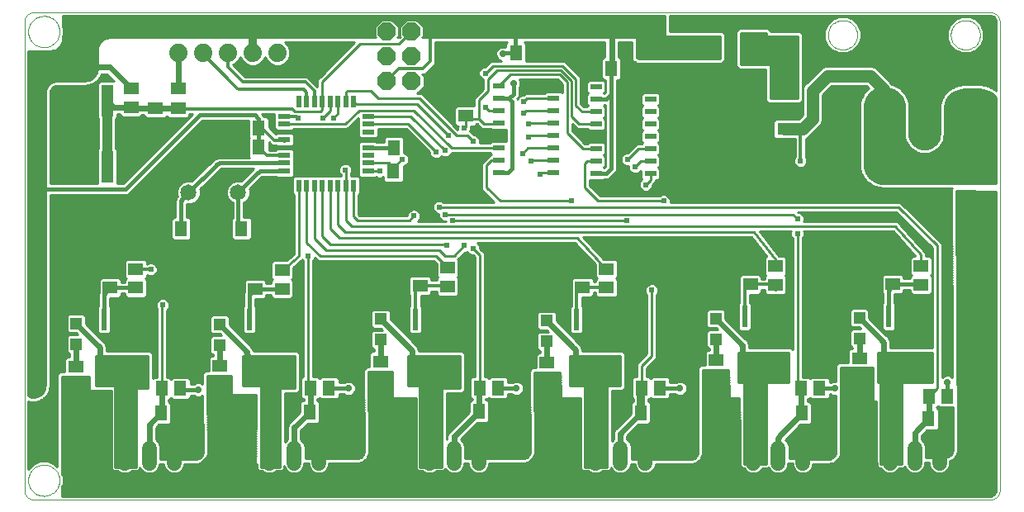
<source format=gtl>
G75*
%MOIN*%
%OFA0B0*%
%FSLAX24Y24*%
%IPPOS*%
%LPD*%
%AMOC8*
5,1,8,0,0,1.08239X$1,22.5*
%
%ADD10C,0.0000*%
%ADD11R,0.0236X0.0866*%
%ADD12R,0.0500X0.0579*%
%ADD13R,0.0472X0.0472*%
%ADD14R,0.0591X0.0512*%
%ADD15C,0.0600*%
%ADD16R,0.0512X0.0591*%
%ADD17R,0.0512X0.0630*%
%ADD18R,0.0500X0.0220*%
%ADD19R,0.0220X0.0500*%
%ADD20C,0.0650*%
%ADD21OC8,0.0740*%
%ADD22R,0.0472X0.1260*%
%ADD23C,0.0740*%
%ADD24R,0.0630X0.0512*%
%ADD25R,0.0394X0.0630*%
%ADD26R,0.2126X0.2441*%
%ADD27C,0.1063*%
%ADD28R,0.0579X0.0500*%
%ADD29R,0.0472X0.0236*%
%ADD30R,0.0709X0.0394*%
%ADD31C,0.0120*%
%ADD32C,0.0100*%
%ADD33C,0.0240*%
%ADD34C,0.0240*%
%ADD35C,0.0160*%
%ADD36C,0.0500*%
%ADD37C,0.0140*%
%ADD38C,0.0320*%
%ADD39C,0.0280*%
%ADD40C,0.0400*%
D10*
X000754Y002824D02*
X039336Y002824D01*
X039375Y002826D01*
X039413Y002832D01*
X039450Y002841D01*
X039487Y002854D01*
X039522Y002871D01*
X039555Y002890D01*
X039586Y002913D01*
X039615Y002939D01*
X039641Y002968D01*
X039664Y002999D01*
X039683Y003032D01*
X039700Y003067D01*
X039713Y003104D01*
X039722Y003141D01*
X039728Y003179D01*
X039730Y003218D01*
X039730Y022115D01*
X039728Y022154D01*
X039722Y022192D01*
X039713Y022229D01*
X039700Y022266D01*
X039683Y022301D01*
X039664Y022334D01*
X039641Y022365D01*
X039615Y022394D01*
X039586Y022420D01*
X039555Y022443D01*
X039522Y022462D01*
X039487Y022479D01*
X039450Y022492D01*
X039413Y022501D01*
X039375Y022507D01*
X039336Y022509D01*
X000754Y022509D01*
X000715Y022507D01*
X000677Y022501D01*
X000640Y022492D01*
X000603Y022479D01*
X000568Y022462D01*
X000535Y022443D01*
X000504Y022420D01*
X000475Y022394D01*
X000449Y022365D01*
X000426Y022334D01*
X000407Y022301D01*
X000390Y022266D01*
X000377Y022229D01*
X000368Y022192D01*
X000362Y022154D01*
X000360Y022115D01*
X000360Y003218D01*
X000362Y003179D01*
X000368Y003141D01*
X000377Y003104D01*
X000390Y003067D01*
X000407Y003032D01*
X000426Y002999D01*
X000449Y002968D01*
X000475Y002939D01*
X000504Y002913D01*
X000535Y002890D01*
X000568Y002871D01*
X000603Y002854D01*
X000640Y002841D01*
X000677Y002832D01*
X000715Y002826D01*
X000754Y002824D01*
X000517Y003611D02*
X000519Y003661D01*
X000525Y003711D01*
X000535Y003760D01*
X000549Y003808D01*
X000566Y003855D01*
X000587Y003900D01*
X000612Y003944D01*
X000640Y003985D01*
X000672Y004024D01*
X000706Y004061D01*
X000743Y004095D01*
X000783Y004125D01*
X000825Y004152D01*
X000869Y004176D01*
X000915Y004197D01*
X000962Y004213D01*
X001010Y004226D01*
X001060Y004235D01*
X001109Y004240D01*
X001160Y004241D01*
X001210Y004238D01*
X001259Y004231D01*
X001308Y004220D01*
X001356Y004205D01*
X001402Y004187D01*
X001447Y004165D01*
X001490Y004139D01*
X001531Y004110D01*
X001570Y004078D01*
X001606Y004043D01*
X001638Y004005D01*
X001668Y003965D01*
X001695Y003922D01*
X001718Y003878D01*
X001737Y003832D01*
X001753Y003784D01*
X001765Y003735D01*
X001773Y003686D01*
X001777Y003636D01*
X001777Y003586D01*
X001773Y003536D01*
X001765Y003487D01*
X001753Y003438D01*
X001737Y003390D01*
X001718Y003344D01*
X001695Y003300D01*
X001668Y003257D01*
X001638Y003217D01*
X001606Y003179D01*
X001570Y003144D01*
X001531Y003112D01*
X001490Y003083D01*
X001447Y003057D01*
X001402Y003035D01*
X001356Y003017D01*
X001308Y003002D01*
X001259Y002991D01*
X001210Y002984D01*
X001160Y002981D01*
X001109Y002982D01*
X001060Y002987D01*
X001010Y002996D01*
X000962Y003009D01*
X000915Y003025D01*
X000869Y003046D01*
X000825Y003070D01*
X000783Y003097D01*
X000743Y003127D01*
X000706Y003161D01*
X000672Y003198D01*
X000640Y003237D01*
X000612Y003278D01*
X000587Y003322D01*
X000566Y003367D01*
X000549Y003414D01*
X000535Y003462D01*
X000525Y003511D01*
X000519Y003561D01*
X000517Y003611D01*
X000517Y021722D02*
X000519Y021772D01*
X000525Y021822D01*
X000535Y021871D01*
X000549Y021919D01*
X000566Y021966D01*
X000587Y022011D01*
X000612Y022055D01*
X000640Y022096D01*
X000672Y022135D01*
X000706Y022172D01*
X000743Y022206D01*
X000783Y022236D01*
X000825Y022263D01*
X000869Y022287D01*
X000915Y022308D01*
X000962Y022324D01*
X001010Y022337D01*
X001060Y022346D01*
X001109Y022351D01*
X001160Y022352D01*
X001210Y022349D01*
X001259Y022342D01*
X001308Y022331D01*
X001356Y022316D01*
X001402Y022298D01*
X001447Y022276D01*
X001490Y022250D01*
X001531Y022221D01*
X001570Y022189D01*
X001606Y022154D01*
X001638Y022116D01*
X001668Y022076D01*
X001695Y022033D01*
X001718Y021989D01*
X001737Y021943D01*
X001753Y021895D01*
X001765Y021846D01*
X001773Y021797D01*
X001777Y021747D01*
X001777Y021697D01*
X001773Y021647D01*
X001765Y021598D01*
X001753Y021549D01*
X001737Y021501D01*
X001718Y021455D01*
X001695Y021411D01*
X001668Y021368D01*
X001638Y021328D01*
X001606Y021290D01*
X001570Y021255D01*
X001531Y021223D01*
X001490Y021194D01*
X001447Y021168D01*
X001402Y021146D01*
X001356Y021128D01*
X001308Y021113D01*
X001259Y021102D01*
X001210Y021095D01*
X001160Y021092D01*
X001109Y021093D01*
X001060Y021098D01*
X001010Y021107D01*
X000962Y021120D01*
X000915Y021136D01*
X000869Y021157D01*
X000825Y021181D01*
X000783Y021208D01*
X000743Y021238D01*
X000706Y021272D01*
X000672Y021309D01*
X000640Y021348D01*
X000612Y021389D01*
X000587Y021433D01*
X000566Y021478D01*
X000549Y021525D01*
X000535Y021573D01*
X000525Y021622D01*
X000519Y021672D01*
X000517Y021722D01*
X032795Y021590D02*
X032797Y021638D01*
X032803Y021686D01*
X032813Y021733D01*
X032826Y021779D01*
X032844Y021824D01*
X032864Y021868D01*
X032889Y021910D01*
X032917Y021949D01*
X032947Y021986D01*
X032981Y022020D01*
X033018Y022052D01*
X033056Y022081D01*
X033097Y022106D01*
X033140Y022128D01*
X033185Y022146D01*
X033231Y022160D01*
X033278Y022171D01*
X033326Y022178D01*
X033374Y022181D01*
X033422Y022180D01*
X033470Y022175D01*
X033518Y022166D01*
X033564Y022154D01*
X033609Y022137D01*
X033653Y022117D01*
X033695Y022094D01*
X033735Y022067D01*
X033773Y022037D01*
X033808Y022004D01*
X033840Y021968D01*
X033870Y021930D01*
X033896Y021889D01*
X033918Y021846D01*
X033938Y021802D01*
X033953Y021757D01*
X033965Y021710D01*
X033973Y021662D01*
X033977Y021614D01*
X033977Y021566D01*
X033973Y021518D01*
X033965Y021470D01*
X033953Y021423D01*
X033938Y021378D01*
X033918Y021334D01*
X033896Y021291D01*
X033870Y021250D01*
X033840Y021212D01*
X033808Y021176D01*
X033773Y021143D01*
X033735Y021113D01*
X033695Y021086D01*
X033653Y021063D01*
X033609Y021043D01*
X033564Y021026D01*
X033518Y021014D01*
X033470Y021005D01*
X033422Y021000D01*
X033374Y020999D01*
X033326Y021002D01*
X033278Y021009D01*
X033231Y021020D01*
X033185Y021034D01*
X033140Y021052D01*
X033097Y021074D01*
X033056Y021099D01*
X033018Y021128D01*
X032981Y021160D01*
X032947Y021194D01*
X032917Y021231D01*
X032889Y021270D01*
X032864Y021312D01*
X032844Y021356D01*
X032826Y021401D01*
X032813Y021447D01*
X032803Y021494D01*
X032797Y021542D01*
X032795Y021590D01*
X037755Y021590D02*
X037757Y021638D01*
X037763Y021686D01*
X037773Y021733D01*
X037786Y021779D01*
X037804Y021824D01*
X037824Y021868D01*
X037849Y021910D01*
X037877Y021949D01*
X037907Y021986D01*
X037941Y022020D01*
X037978Y022052D01*
X038016Y022081D01*
X038057Y022106D01*
X038100Y022128D01*
X038145Y022146D01*
X038191Y022160D01*
X038238Y022171D01*
X038286Y022178D01*
X038334Y022181D01*
X038382Y022180D01*
X038430Y022175D01*
X038478Y022166D01*
X038524Y022154D01*
X038569Y022137D01*
X038613Y022117D01*
X038655Y022094D01*
X038695Y022067D01*
X038733Y022037D01*
X038768Y022004D01*
X038800Y021968D01*
X038830Y021930D01*
X038856Y021889D01*
X038878Y021846D01*
X038898Y021802D01*
X038913Y021757D01*
X038925Y021710D01*
X038933Y021662D01*
X038937Y021614D01*
X038937Y021566D01*
X038933Y021518D01*
X038925Y021470D01*
X038913Y021423D01*
X038898Y021378D01*
X038878Y021334D01*
X038856Y021291D01*
X038830Y021250D01*
X038800Y021212D01*
X038768Y021176D01*
X038733Y021143D01*
X038695Y021113D01*
X038655Y021086D01*
X038613Y021063D01*
X038569Y021043D01*
X038524Y021026D01*
X038478Y021014D01*
X038430Y021005D01*
X038382Y021000D01*
X038334Y020999D01*
X038286Y021002D01*
X038238Y021009D01*
X038191Y021020D01*
X038145Y021034D01*
X038100Y021052D01*
X038057Y021074D01*
X038016Y021099D01*
X037978Y021128D01*
X037941Y021160D01*
X037907Y021194D01*
X037877Y021231D01*
X037849Y021270D01*
X037824Y021312D01*
X037804Y021356D01*
X037786Y021401D01*
X037773Y021447D01*
X037763Y021494D01*
X037757Y021542D01*
X037755Y021590D01*
D11*
X036750Y010221D03*
X036250Y010221D03*
X035750Y010221D03*
X035250Y010221D03*
X035250Y008174D03*
X035750Y008174D03*
X036250Y008174D03*
X036750Y008174D03*
X030930Y008174D03*
X030430Y008174D03*
X029930Y008174D03*
X029430Y008174D03*
X029430Y010221D03*
X029930Y010221D03*
X030430Y010221D03*
X030930Y010221D03*
X024150Y010101D03*
X023650Y010101D03*
X023150Y010101D03*
X022650Y010101D03*
X022650Y008054D03*
X023150Y008054D03*
X023650Y008054D03*
X024150Y008054D03*
X017640Y008054D03*
X017140Y008054D03*
X016640Y008054D03*
X016140Y008054D03*
X016140Y010101D03*
X016640Y010101D03*
X017140Y010101D03*
X017640Y010101D03*
X010950Y010101D03*
X010450Y010101D03*
X009950Y010101D03*
X009450Y010101D03*
X009450Y008054D03*
X009950Y008054D03*
X010450Y008054D03*
X010950Y008054D03*
X005073Y008054D03*
X004573Y008054D03*
X004073Y008054D03*
X003573Y008054D03*
X003573Y010101D03*
X004073Y010101D03*
X004573Y010101D03*
X005073Y010101D03*
D12*
X004412Y006248D03*
X002719Y006248D03*
X008614Y006248D03*
X010306Y006248D03*
X015206Y006248D03*
X016899Y006248D03*
X021766Y006248D03*
X023459Y006248D03*
X028186Y006248D03*
X029879Y006248D03*
X033706Y006248D03*
X035399Y006248D03*
D13*
X034060Y009347D03*
X034060Y010174D03*
X028270Y010141D03*
X028270Y009314D03*
X021440Y009227D03*
X021440Y010054D03*
X014740Y010121D03*
X014740Y009294D03*
X008240Y009074D03*
X008240Y009901D03*
X002450Y009941D03*
X002450Y009114D03*
D14*
X002430Y008192D03*
X002430Y007444D03*
X008240Y007484D03*
X008240Y008232D03*
X009680Y011334D03*
X009680Y012082D03*
X010760Y012092D03*
X010760Y011344D03*
X014730Y008412D03*
X014730Y007664D03*
X016330Y011464D03*
X017440Y011444D03*
X017440Y012192D03*
X016330Y012212D03*
X022890Y012152D03*
X023850Y012142D03*
X023850Y011394D03*
X022890Y011404D03*
X021450Y008352D03*
X021450Y007604D03*
X028280Y007724D03*
X028280Y008472D03*
X029660Y011516D03*
X030680Y011514D03*
X030680Y012262D03*
X029660Y012264D03*
X035410Y012272D03*
X035410Y011524D03*
X036550Y011514D03*
X036550Y012262D03*
X034060Y008532D03*
X034060Y007784D03*
X004850Y011384D03*
X004850Y012132D03*
X003820Y012132D03*
X003820Y011384D03*
X004660Y018680D03*
X004660Y019428D03*
D15*
X004397Y004896D02*
X004397Y004296D01*
X005397Y004296D02*
X005397Y004896D01*
X006397Y004896D02*
X006397Y004296D01*
X009243Y004296D02*
X009243Y004896D01*
X010243Y004896D02*
X010243Y004296D01*
X011243Y004296D02*
X011243Y004896D01*
X012243Y004896D02*
X012243Y004296D01*
X015695Y004296D02*
X015695Y004896D01*
X016695Y004896D02*
X016695Y004296D01*
X017695Y004296D02*
X017695Y004896D01*
X018695Y004896D02*
X018695Y004296D01*
X022422Y004296D02*
X022422Y004896D01*
X023422Y004896D02*
X023422Y004296D01*
X024422Y004296D02*
X024422Y004896D01*
X025422Y004896D02*
X025422Y004296D01*
X028781Y004296D02*
X028781Y004896D01*
X029781Y004896D02*
X029781Y004296D01*
X030781Y004296D02*
X030781Y004896D01*
X031781Y004896D02*
X031781Y004296D01*
X034293Y004296D02*
X034293Y004896D01*
X035293Y004896D02*
X035293Y004296D01*
X036293Y004296D02*
X036293Y004896D01*
X037293Y004896D02*
X037293Y004296D01*
X003397Y004296D02*
X003397Y004896D01*
D16*
X005906Y007318D03*
X006654Y007318D03*
X011906Y007338D03*
X012654Y007338D03*
X018736Y007338D03*
X019484Y007338D03*
X025266Y007338D03*
X026014Y007338D03*
X031706Y007328D03*
X032454Y007328D03*
X036866Y006994D03*
X037614Y006994D03*
D17*
X037644Y006084D03*
X036856Y006084D03*
X032514Y006318D03*
X031726Y006318D03*
X026024Y006338D03*
X025236Y006338D03*
X019504Y006388D03*
X018716Y006388D03*
X012664Y006378D03*
X011876Y006378D03*
X006654Y006318D03*
X005866Y006318D03*
X006686Y013764D03*
X007474Y013764D03*
X008336Y013774D03*
X009124Y013774D03*
X009036Y017054D03*
X009824Y017054D03*
X009824Y017834D03*
X009036Y017834D03*
X015266Y017044D03*
X016054Y017044D03*
X016044Y016084D03*
X015256Y016084D03*
X020196Y020854D03*
X020984Y020854D03*
X024046Y020234D03*
X024834Y020234D03*
D18*
X014230Y018306D03*
X014230Y017991D03*
X014230Y017676D03*
X014230Y017361D03*
X014230Y017047D03*
X014230Y016732D03*
X014230Y016417D03*
X014230Y016102D03*
X010850Y016102D03*
X010850Y016417D03*
X010850Y016732D03*
X010850Y017047D03*
X010850Y017361D03*
X010850Y017676D03*
X010850Y017991D03*
X010850Y018306D03*
D19*
X011438Y018894D03*
X011753Y018894D03*
X012068Y018894D03*
X012383Y018894D03*
X012697Y018894D03*
X013012Y018894D03*
X013327Y018894D03*
X013642Y018894D03*
X013642Y015514D03*
X013327Y015514D03*
X013012Y015514D03*
X012697Y015514D03*
X012383Y015514D03*
X012068Y015514D03*
X011753Y015514D03*
X011438Y015514D03*
D20*
X008990Y015234D03*
X006990Y015234D03*
D21*
X014980Y019724D03*
X015980Y019724D03*
X015980Y020724D03*
X014980Y020724D03*
X014980Y021724D03*
X015980Y021724D03*
D22*
X003707Y018943D03*
X002133Y018943D03*
X002133Y016265D03*
X003707Y016265D03*
D23*
X006569Y020864D03*
X007569Y020864D03*
X008569Y020864D03*
X009569Y020864D03*
X010569Y020864D03*
X011569Y020864D03*
D24*
X006560Y019418D03*
X006560Y018630D03*
X005640Y018638D03*
X005640Y017850D03*
X018170Y018320D03*
X018170Y019108D03*
X026790Y021170D03*
X026790Y021958D03*
X030990Y021968D03*
X030990Y021180D03*
D25*
X029798Y021174D03*
X028002Y021174D03*
D26*
X028900Y018300D03*
D27*
X033386Y018716D02*
X033386Y017653D01*
X035039Y017653D02*
X035039Y018716D01*
X036693Y018716D02*
X036693Y017653D01*
X038346Y017653D02*
X038346Y018716D01*
D28*
X031030Y019480D03*
X031030Y017788D03*
D29*
X025633Y017996D03*
X025633Y017496D03*
X025633Y016996D03*
X025633Y016496D03*
X025633Y015996D03*
X023428Y015996D03*
X023428Y016496D03*
X023428Y016996D03*
X023428Y017496D03*
X023428Y017996D03*
X023428Y018496D03*
X023428Y018996D03*
X023428Y019496D03*
X021716Y019529D03*
X021716Y019029D03*
X021716Y018529D03*
X021716Y018029D03*
X021716Y017529D03*
X021716Y017029D03*
X021716Y016529D03*
X021716Y016029D03*
X019511Y016029D03*
X019511Y016529D03*
X019511Y017029D03*
X019511Y017529D03*
X019511Y018029D03*
X019511Y018529D03*
X019511Y019029D03*
X019511Y019529D03*
X025633Y019496D03*
X025633Y018996D03*
X025633Y018496D03*
D30*
X038760Y016075D03*
X038760Y014773D03*
D31*
X036756Y010478D02*
X036750Y010221D01*
X031050Y009818D02*
X030930Y009938D01*
X030930Y010221D01*
X022440Y004578D02*
X022422Y004596D01*
X022420Y004538D01*
X022440Y004554D02*
X022422Y004596D01*
X010450Y008054D02*
X010506Y008378D01*
X005460Y012124D02*
X004858Y012124D01*
X004850Y012132D01*
X009824Y017054D02*
X010146Y016732D01*
X010850Y016732D01*
X010833Y017344D02*
X010440Y017344D01*
X009950Y017834D01*
X009824Y017834D01*
X009770Y017834D01*
X010848Y018304D02*
X011340Y018304D01*
X011400Y018244D01*
X010850Y018306D02*
X010848Y018304D01*
X011160Y018604D02*
X006586Y018604D01*
X006560Y018630D01*
X005674Y018604D02*
X005640Y018638D01*
X007569Y020815D02*
X008790Y019594D01*
X008940Y019444D01*
X009000Y019384D01*
X011640Y019384D01*
X011753Y019271D01*
X011753Y018894D01*
X012060Y018902D02*
X012068Y018894D01*
X012060Y018902D02*
X012060Y019324D01*
X011700Y019684D01*
X009180Y019684D01*
X008569Y020295D01*
X008569Y020864D01*
X007569Y020864D02*
X007569Y020815D01*
X014980Y019724D02*
X015480Y020224D01*
X016440Y020224D01*
X016740Y020524D01*
X016740Y021664D01*
X027420Y020824D02*
X027480Y020884D01*
X027480Y021004D01*
D32*
X028440Y021047D02*
X025080Y021047D01*
X025080Y021145D02*
X028440Y021145D01*
X028440Y021244D02*
X025080Y021244D01*
X025080Y021342D02*
X028440Y021342D01*
X028440Y021441D02*
X025080Y021441D01*
X025080Y021539D02*
X028440Y021539D01*
X028440Y021544D02*
X028440Y020644D01*
X025150Y020644D01*
X025135Y020659D01*
X025080Y020659D01*
X025080Y021544D01*
X028440Y021544D01*
X028640Y021539D02*
X029080Y021539D01*
X029080Y021441D02*
X028640Y021441D01*
X028640Y021342D02*
X029080Y021342D01*
X029080Y021244D02*
X028640Y021244D01*
X028640Y021145D02*
X029080Y021145D01*
X029080Y021047D02*
X028640Y021047D01*
X028640Y020948D02*
X029080Y020948D01*
X029080Y020850D02*
X028640Y020850D01*
X028640Y020751D02*
X029080Y020751D01*
X029080Y020653D02*
X028640Y020653D01*
X028640Y020561D02*
X028640Y021627D01*
X028523Y021744D01*
X026420Y021744D01*
X026420Y022359D01*
X039336Y022359D01*
X039384Y022354D01*
X039472Y022318D01*
X039539Y022251D01*
X039575Y022163D01*
X039580Y022115D01*
X039580Y019347D01*
X039574Y019347D01*
X039571Y019361D01*
X039513Y019396D01*
X039462Y019440D01*
X039448Y019438D01*
X039443Y019451D01*
X039381Y019477D01*
X039324Y019512D01*
X039310Y019509D01*
X039303Y019521D01*
X039238Y019536D01*
X039176Y019562D01*
X039163Y019557D01*
X039154Y019567D01*
X039087Y019572D01*
X039022Y019588D01*
X039015Y019584D01*
X038940Y019584D01*
X038866Y019590D01*
X038859Y019584D01*
X038361Y019584D01*
X038354Y019590D01*
X038280Y019584D01*
X038205Y019584D01*
X038198Y019588D01*
X038133Y019572D01*
X038066Y019567D01*
X038057Y019557D01*
X038044Y019562D01*
X037982Y019536D01*
X037917Y019521D01*
X037910Y019509D01*
X037896Y019512D01*
X037839Y019477D01*
X037777Y019451D01*
X037772Y019438D01*
X037758Y019440D01*
X037707Y019396D01*
X037649Y019361D01*
X037646Y019347D01*
X037632Y019346D01*
X037589Y019295D01*
X037538Y019252D01*
X037537Y019238D01*
X037523Y019235D01*
X037488Y019177D01*
X037444Y019126D01*
X037446Y019112D01*
X037433Y019107D01*
X037407Y019045D01*
X037372Y018988D01*
X037375Y018974D01*
X037363Y018967D01*
X037348Y018902D01*
X037322Y018840D01*
X037327Y018827D01*
X037317Y018818D01*
X037312Y018751D01*
X037296Y018686D01*
X037300Y018679D01*
X037300Y018604D01*
X037294Y018530D01*
X037300Y018523D01*
X037300Y017599D01*
X036080Y017599D01*
X036080Y018583D01*
X036086Y018590D01*
X036080Y018664D01*
X036080Y018739D01*
X036084Y018746D01*
X036068Y018811D01*
X036063Y018878D01*
X036053Y018887D01*
X036058Y018900D01*
X036032Y018962D01*
X036017Y019027D01*
X036005Y019034D01*
X036008Y019048D01*
X035973Y019105D01*
X035947Y019167D01*
X035934Y019172D01*
X035936Y019186D01*
X035892Y019237D01*
X035857Y019295D01*
X035843Y019298D01*
X035842Y019312D01*
X035791Y019355D01*
X035748Y019406D01*
X035734Y019407D01*
X035731Y019421D01*
X035673Y019456D01*
X035622Y019500D01*
X035608Y019498D01*
X035603Y019511D01*
X035541Y019537D01*
X035484Y019572D01*
X035470Y019569D01*
X035472Y019569D01*
X035470Y019569D02*
X035463Y019581D01*
X035398Y019596D01*
X035382Y019603D01*
X035378Y019611D01*
X034839Y020151D01*
X034727Y020263D01*
X034580Y020324D01*
X032680Y020324D01*
X032533Y020263D01*
X031933Y019663D01*
X031821Y019551D01*
X031760Y019404D01*
X031760Y018350D01*
X031598Y018188D01*
X030678Y018188D01*
X030591Y018100D01*
X030591Y017475D01*
X030678Y017388D01*
X031460Y017388D01*
X031460Y016666D01*
X031451Y016657D01*
X031410Y016558D01*
X031410Y016450D01*
X031451Y016351D01*
X031527Y016275D01*
X031626Y016234D01*
X031734Y016234D01*
X031833Y016275D01*
X031909Y016351D01*
X031950Y016450D01*
X031950Y016558D01*
X031909Y016657D01*
X031900Y016666D01*
X031900Y017411D01*
X031990Y017448D01*
X032103Y017561D01*
X032499Y017957D01*
X032560Y018104D01*
X032560Y019158D01*
X032926Y019524D01*
X034334Y019524D01*
X034427Y019432D01*
X034409Y019421D01*
X034406Y019407D01*
X034392Y019406D01*
X034349Y019355D01*
X034298Y019312D01*
X034297Y019298D01*
X034283Y019295D01*
X034248Y019237D01*
X034204Y019186D01*
X034206Y019172D01*
X034193Y019167D01*
X034167Y019105D01*
X034132Y019048D01*
X034135Y019034D01*
X034123Y019027D01*
X034108Y018962D01*
X034082Y018900D01*
X034087Y018887D01*
X034077Y018878D01*
X034072Y018811D01*
X034056Y018746D01*
X034060Y018739D01*
X034060Y018664D01*
X034054Y018590D01*
X034060Y018583D01*
X034060Y016465D01*
X034054Y016458D01*
X034060Y016384D01*
X034060Y016309D01*
X034056Y016302D01*
X034072Y016237D01*
X034077Y016170D01*
X034087Y016161D01*
X034082Y016148D01*
X034108Y016086D01*
X034123Y016021D01*
X034135Y016014D01*
X034132Y016000D01*
X034167Y015943D01*
X034193Y015881D01*
X034206Y015876D01*
X034204Y015862D01*
X034248Y015811D01*
X034283Y015753D01*
X034297Y015750D01*
X034298Y015736D01*
X034349Y015693D01*
X034392Y015642D01*
X034406Y015641D01*
X034409Y015627D01*
X034467Y015592D01*
X034518Y015549D01*
X034532Y015550D01*
X034537Y015537D01*
X034599Y015511D01*
X034656Y015476D01*
X034670Y015479D01*
X034677Y015467D01*
X034742Y015452D01*
X034804Y015426D01*
X034817Y015431D01*
X034826Y015421D01*
X034893Y015416D01*
X034958Y015400D01*
X034965Y015404D01*
X035040Y015404D01*
X035114Y015398D01*
X035121Y015404D01*
X037796Y015404D01*
X037781Y015390D01*
X037781Y015387D01*
X037780Y015386D01*
X037780Y015305D01*
X037779Y015224D01*
X037780Y015222D01*
X037823Y007771D01*
X037784Y007810D01*
X037678Y007854D01*
X037562Y007854D01*
X037456Y007810D01*
X037400Y007754D01*
X037400Y013167D01*
X037283Y013284D01*
X035723Y014844D01*
X026430Y014844D01*
X026430Y014938D01*
X026389Y015037D01*
X026313Y015113D01*
X026214Y015154D01*
X026106Y015154D01*
X026007Y015113D01*
X025978Y015084D01*
X023603Y015084D01*
X023180Y015507D01*
X023180Y015728D01*
X023726Y015728D01*
X023764Y015766D01*
X023947Y015766D01*
X024142Y015960D01*
X024276Y016095D01*
X024276Y019769D01*
X024364Y019769D01*
X024452Y019857D01*
X024452Y020611D01*
X024364Y020699D01*
X024330Y020699D01*
X024330Y021284D01*
X024880Y021284D01*
X024880Y020561D01*
X024997Y020444D01*
X028523Y020444D01*
X028640Y020561D01*
X028633Y020554D02*
X029080Y020554D01*
X029080Y020456D02*
X028534Y020456D01*
X028440Y020653D02*
X025142Y020653D01*
X025080Y020751D02*
X028440Y020751D01*
X028440Y020850D02*
X025080Y020850D01*
X025080Y020948D02*
X028440Y020948D01*
X029280Y020948D02*
X031560Y020948D01*
X031560Y020850D02*
X029280Y020850D01*
X029280Y020751D02*
X031560Y020751D01*
X031560Y020653D02*
X029280Y020653D01*
X029280Y020554D02*
X031560Y020554D01*
X031560Y020456D02*
X029280Y020456D01*
X029280Y020404D02*
X029280Y021664D01*
X030300Y021664D01*
X030300Y021544D01*
X031560Y021544D01*
X031560Y019024D01*
X030480Y019024D01*
X030480Y020404D01*
X029280Y020404D01*
X029143Y020259D02*
X024452Y020259D01*
X024452Y020357D02*
X029080Y020357D01*
X029080Y020321D02*
X029197Y020204D01*
X030280Y020204D01*
X030280Y018941D01*
X030397Y018824D01*
X031643Y018824D01*
X031760Y018941D01*
X031760Y021627D01*
X031643Y021744D01*
X031477Y021744D01*
X030500Y021744D01*
X030500Y021747D01*
X030383Y021864D01*
X029197Y021864D01*
X029080Y021747D01*
X029080Y020321D01*
X030280Y020160D02*
X024452Y020160D01*
X024452Y020062D02*
X030280Y020062D01*
X030280Y019963D02*
X024452Y019963D01*
X024452Y019865D02*
X030280Y019865D01*
X030280Y019766D02*
X024276Y019766D01*
X024276Y019668D02*
X030280Y019668D01*
X030280Y019569D02*
X024276Y019569D01*
X024276Y019471D02*
X030280Y019471D01*
X030280Y019372D02*
X024276Y019372D01*
X024276Y019274D02*
X030280Y019274D01*
X030280Y019175D02*
X026019Y019175D01*
X026019Y019176D02*
X025931Y019264D01*
X025334Y019264D01*
X025247Y019176D01*
X025247Y018816D01*
X025316Y018746D01*
X025247Y018676D01*
X025247Y018316D01*
X025316Y018246D01*
X025247Y018176D01*
X025247Y017816D01*
X025316Y017746D01*
X025247Y017676D01*
X025247Y017316D01*
X025316Y017246D01*
X025266Y017196D01*
X025069Y017196D01*
X024707Y016834D01*
X024666Y016834D01*
X024567Y016793D01*
X024491Y016717D01*
X024450Y016618D01*
X024450Y016510D01*
X024491Y016411D01*
X024567Y016335D01*
X024666Y016294D01*
X024750Y016294D01*
X024750Y016210D01*
X024791Y016111D01*
X024867Y016035D01*
X024966Y015994D01*
X025074Y015994D01*
X025173Y016035D01*
X025247Y016109D01*
X025247Y015816D01*
X025289Y015774D01*
X025287Y015773D01*
X025211Y015697D01*
X025170Y015598D01*
X025170Y015490D01*
X025211Y015391D01*
X025287Y015315D01*
X025386Y015274D01*
X025494Y015274D01*
X025593Y015315D01*
X025669Y015391D01*
X025710Y015490D01*
X025710Y015531D01*
X025833Y015654D01*
X025833Y015728D01*
X025931Y015728D01*
X026019Y015816D01*
X026019Y016176D01*
X025949Y016246D01*
X026019Y016316D01*
X026019Y016676D01*
X025949Y016746D01*
X026019Y016816D01*
X026019Y017176D01*
X025949Y017246D01*
X026019Y017316D01*
X026019Y017676D01*
X025949Y017746D01*
X026019Y017816D01*
X026019Y018176D01*
X025949Y018246D01*
X026019Y018316D01*
X026019Y018676D01*
X025949Y018746D01*
X026019Y018816D01*
X026019Y019176D01*
X026019Y019077D02*
X030280Y019077D01*
X030280Y018978D02*
X026019Y018978D01*
X026019Y018880D02*
X030342Y018880D01*
X030480Y019077D02*
X031560Y019077D01*
X031560Y019175D02*
X030480Y019175D01*
X030480Y019274D02*
X031560Y019274D01*
X031560Y019372D02*
X030480Y019372D01*
X030480Y019471D02*
X031560Y019471D01*
X031560Y019569D02*
X030480Y019569D01*
X030480Y019668D02*
X031560Y019668D01*
X031560Y019766D02*
X030480Y019766D01*
X030480Y019865D02*
X031560Y019865D01*
X031560Y019963D02*
X030480Y019963D01*
X030480Y020062D02*
X031560Y020062D01*
X031560Y020160D02*
X030480Y020160D01*
X030480Y020259D02*
X031560Y020259D01*
X031560Y020357D02*
X030480Y020357D01*
X031760Y020357D02*
X039580Y020357D01*
X039580Y020259D02*
X034731Y020259D01*
X034830Y020160D02*
X039580Y020160D01*
X039580Y020062D02*
X034928Y020062D01*
X035027Y019963D02*
X039580Y019963D01*
X039580Y019865D02*
X035125Y019865D01*
X035224Y019766D02*
X039580Y019766D01*
X039580Y019668D02*
X035322Y019668D01*
X035489Y019569D02*
X038089Y019569D01*
X038155Y019372D02*
X039065Y019372D01*
X039056Y019374D02*
X039176Y019345D01*
X039290Y019298D01*
X039395Y019234D01*
X039489Y019153D01*
X039570Y019059D01*
X039580Y019042D01*
X039580Y015604D01*
X035047Y015604D01*
X034924Y015614D01*
X034804Y015643D01*
X034690Y015690D01*
X034585Y015754D01*
X034491Y015835D01*
X034410Y015929D01*
X034346Y016034D01*
X034299Y016148D01*
X034270Y016268D01*
X034260Y016391D01*
X034260Y018657D01*
X034270Y018780D01*
X034299Y018900D01*
X034346Y019014D01*
X034410Y019119D01*
X034491Y019213D01*
X034585Y019294D01*
X034690Y019358D01*
X034804Y019405D01*
X034924Y019434D01*
X035047Y019444D01*
X035093Y019444D01*
X035216Y019434D01*
X035336Y019405D01*
X035450Y019358D01*
X035555Y019294D01*
X035649Y019213D01*
X035730Y019119D01*
X035794Y019014D01*
X035841Y018900D01*
X035870Y018780D01*
X035880Y018657D01*
X035880Y017591D01*
X035890Y017468D01*
X035919Y017348D01*
X035966Y017234D01*
X036030Y017129D01*
X036111Y017035D01*
X036205Y016954D01*
X036310Y016890D01*
X036424Y016843D01*
X036544Y016814D01*
X036667Y016804D01*
X036713Y016804D01*
X036836Y016814D01*
X036956Y016843D01*
X037070Y016890D01*
X037175Y016954D01*
X037269Y017035D01*
X037350Y017129D01*
X037414Y017234D01*
X037461Y017348D01*
X037490Y017468D01*
X037500Y017591D01*
X037500Y018597D01*
X037510Y018720D01*
X037539Y018840D01*
X037586Y018954D01*
X037650Y019059D01*
X037731Y019153D01*
X037825Y019234D01*
X037930Y019298D01*
X038044Y019345D01*
X038164Y019374D01*
X038287Y019384D01*
X038933Y019384D01*
X039056Y019374D01*
X039131Y019569D02*
X039580Y019569D01*
X039580Y019471D02*
X039397Y019471D01*
X039552Y019372D02*
X039580Y019372D01*
X039464Y019175D02*
X037756Y019175D01*
X037665Y019077D02*
X039555Y019077D01*
X039580Y018978D02*
X037601Y018978D01*
X037555Y018880D02*
X039580Y018880D01*
X039580Y018781D02*
X037524Y018781D01*
X037507Y018683D02*
X039580Y018683D01*
X039580Y018584D02*
X037500Y018584D01*
X037500Y018486D02*
X039580Y018486D01*
X039580Y018387D02*
X037500Y018387D01*
X037500Y018289D02*
X039580Y018289D01*
X039580Y018190D02*
X037500Y018190D01*
X037500Y018092D02*
X039580Y018092D01*
X039580Y017993D02*
X037500Y017993D01*
X037500Y017895D02*
X039580Y017895D01*
X039580Y017796D02*
X037500Y017796D01*
X037500Y017698D02*
X039580Y017698D01*
X039580Y017599D02*
X037500Y017599D01*
X037493Y017501D02*
X039580Y017501D01*
X039580Y017402D02*
X037474Y017402D01*
X037443Y017304D02*
X039580Y017304D01*
X039580Y017205D02*
X037396Y017205D01*
X037331Y017107D02*
X039580Y017107D01*
X039580Y017008D02*
X037238Y017008D01*
X037102Y016910D02*
X039580Y016910D01*
X039580Y016811D02*
X036802Y016811D01*
X036804Y017012D02*
X036705Y017004D01*
X036675Y017004D01*
X036576Y017012D01*
X036486Y017033D01*
X036401Y017069D01*
X036323Y017117D01*
X036252Y017176D01*
X036193Y017247D01*
X036145Y017325D01*
X036109Y017410D01*
X036088Y017500D01*
X036080Y017599D01*
X036080Y017698D02*
X037300Y017698D01*
X037300Y017796D02*
X036080Y017796D01*
X036080Y017895D02*
X037300Y017895D01*
X037300Y017993D02*
X036080Y017993D01*
X036080Y018092D02*
X037300Y018092D01*
X037300Y018190D02*
X036080Y018190D01*
X036080Y018289D02*
X037300Y018289D01*
X037300Y018387D02*
X036080Y018387D01*
X036080Y018486D02*
X037300Y018486D01*
X037298Y018584D02*
X036081Y018584D01*
X036080Y018683D02*
X037298Y018683D01*
X037314Y018781D02*
X036076Y018781D01*
X036061Y018880D02*
X037338Y018880D01*
X037374Y018978D02*
X036028Y018978D01*
X035990Y019077D02*
X037420Y019077D01*
X037486Y019175D02*
X035935Y019175D01*
X035870Y019274D02*
X037563Y019274D01*
X037668Y019372D02*
X035777Y019372D01*
X035656Y019471D02*
X037823Y019471D01*
X037890Y019274D02*
X039330Y019274D01*
X039580Y020456D02*
X031760Y020456D01*
X031760Y020554D02*
X039580Y020554D01*
X039580Y020653D02*
X031760Y020653D01*
X031760Y020751D02*
X039580Y020751D01*
X039580Y020850D02*
X031760Y020850D01*
X031760Y020948D02*
X033001Y020948D01*
X032966Y020963D02*
X033238Y020850D01*
X033533Y020850D01*
X033805Y020963D01*
X034013Y021171D01*
X034126Y021443D01*
X034126Y021738D01*
X034013Y022010D01*
X033805Y022218D01*
X033533Y022331D01*
X033238Y022331D01*
X032966Y022218D01*
X032758Y022010D01*
X032645Y021738D01*
X032645Y021443D01*
X032758Y021171D01*
X032966Y020963D01*
X032882Y021047D02*
X031760Y021047D01*
X031760Y021145D02*
X032784Y021145D01*
X032728Y021244D02*
X031760Y021244D01*
X031760Y021342D02*
X032687Y021342D01*
X032646Y021441D02*
X031760Y021441D01*
X031760Y021539D02*
X032645Y021539D01*
X032645Y021638D02*
X031749Y021638D01*
X031651Y021736D02*
X032645Y021736D01*
X032685Y021835D02*
X030412Y021835D01*
X030300Y021638D02*
X029280Y021638D01*
X029280Y021539D02*
X031560Y021539D01*
X031560Y021441D02*
X029280Y021441D01*
X029280Y021342D02*
X031560Y021342D01*
X031560Y021244D02*
X029280Y021244D01*
X029280Y021145D02*
X031560Y021145D01*
X031560Y021047D02*
X029280Y021047D01*
X029080Y021638D02*
X028629Y021638D01*
X028531Y021736D02*
X029080Y021736D01*
X029168Y021835D02*
X026420Y021835D01*
X026420Y021933D02*
X032726Y021933D01*
X032780Y022032D02*
X026420Y022032D01*
X026420Y022130D02*
X032878Y022130D01*
X032991Y022229D02*
X026420Y022229D01*
X026420Y022327D02*
X033229Y022327D01*
X033542Y022327D02*
X038190Y022327D01*
X038199Y022331D02*
X037927Y022218D01*
X037718Y022010D01*
X037606Y021738D01*
X037606Y021443D01*
X037718Y021171D01*
X037927Y020963D01*
X038199Y020850D01*
X038494Y020850D01*
X038766Y020963D01*
X038974Y021171D01*
X039087Y021443D01*
X039087Y021738D01*
X038974Y022010D01*
X038766Y022218D01*
X038494Y022331D01*
X038199Y022331D01*
X037952Y022229D02*
X033780Y022229D01*
X033893Y022130D02*
X037839Y022130D01*
X037740Y022032D02*
X033992Y022032D01*
X034045Y021933D02*
X037687Y021933D01*
X037646Y021835D02*
X034086Y021835D01*
X034126Y021736D02*
X037606Y021736D01*
X037606Y021638D02*
X034126Y021638D01*
X034126Y021539D02*
X037606Y021539D01*
X037607Y021441D02*
X034125Y021441D01*
X034084Y021342D02*
X037648Y021342D01*
X037688Y021244D02*
X034044Y021244D01*
X033988Y021145D02*
X037744Y021145D01*
X037843Y021047D02*
X033889Y021047D01*
X033770Y020948D02*
X037962Y020948D01*
X038731Y020948D02*
X039580Y020948D01*
X039580Y021047D02*
X038850Y021047D01*
X038948Y021145D02*
X039580Y021145D01*
X039580Y021244D02*
X039004Y021244D01*
X039045Y021342D02*
X039580Y021342D01*
X039580Y021441D02*
X039086Y021441D01*
X039087Y021539D02*
X039580Y021539D01*
X039580Y021638D02*
X039087Y021638D01*
X039087Y021736D02*
X039580Y021736D01*
X039580Y021835D02*
X039047Y021835D01*
X039006Y021933D02*
X039580Y021933D01*
X039580Y022032D02*
X038952Y022032D01*
X038854Y022130D02*
X039579Y022130D01*
X039548Y022229D02*
X038741Y022229D01*
X038503Y022327D02*
X039450Y022327D01*
X035579Y019274D02*
X034561Y019274D01*
X034458Y019175D02*
X035682Y019175D01*
X035756Y019077D02*
X034384Y019077D01*
X034331Y018978D02*
X035809Y018978D01*
X035846Y018880D02*
X034294Y018880D01*
X034270Y018781D02*
X035870Y018781D01*
X035878Y018683D02*
X034262Y018683D01*
X034260Y018584D02*
X035880Y018584D01*
X035880Y018486D02*
X034260Y018486D01*
X034260Y018387D02*
X035880Y018387D01*
X035880Y018289D02*
X034260Y018289D01*
X034260Y018190D02*
X035880Y018190D01*
X035880Y018092D02*
X034260Y018092D01*
X034260Y017993D02*
X035880Y017993D01*
X035880Y017895D02*
X034260Y017895D01*
X034260Y017796D02*
X035880Y017796D01*
X035880Y017698D02*
X034260Y017698D01*
X034260Y017599D02*
X035880Y017599D01*
X035887Y017501D02*
X034260Y017501D01*
X034260Y017402D02*
X035906Y017402D01*
X035937Y017304D02*
X034260Y017304D01*
X034260Y017205D02*
X035984Y017205D01*
X036049Y017107D02*
X034260Y017107D01*
X034260Y017008D02*
X036142Y017008D01*
X036278Y016910D02*
X034260Y016910D01*
X034260Y016811D02*
X036578Y016811D01*
X036624Y017008D02*
X036756Y017008D01*
X036804Y017012D02*
X036894Y017033D01*
X036979Y017069D01*
X037058Y017117D01*
X037128Y017176D01*
X037187Y017247D01*
X037235Y017325D01*
X037271Y017410D01*
X037292Y017500D01*
X037300Y017599D01*
X037292Y017501D02*
X036088Y017501D01*
X036113Y017402D02*
X037267Y017402D01*
X037222Y017304D02*
X036158Y017304D01*
X036228Y017205D02*
X037152Y017205D01*
X037041Y017107D02*
X036339Y017107D01*
X034260Y016713D02*
X039580Y016713D01*
X039580Y016614D02*
X034260Y016614D01*
X034260Y016516D02*
X039580Y016516D01*
X039580Y016417D02*
X034260Y016417D01*
X034266Y016319D02*
X039580Y016319D01*
X039580Y016220D02*
X034281Y016220D01*
X034310Y016122D02*
X039580Y016122D01*
X039580Y016023D02*
X034352Y016023D01*
X034414Y015925D02*
X039580Y015925D01*
X039580Y015826D02*
X034501Y015826D01*
X034628Y015728D02*
X039580Y015728D01*
X039580Y015629D02*
X034860Y015629D01*
X034790Y015432D02*
X025686Y015432D01*
X025710Y015531D02*
X034552Y015531D01*
X034409Y015629D02*
X025808Y015629D01*
X025833Y015728D02*
X034308Y015728D01*
X034235Y015826D02*
X026019Y015826D01*
X026019Y015925D02*
X034175Y015925D01*
X034123Y016023D02*
X026019Y016023D01*
X026019Y016122D02*
X034093Y016122D01*
X034073Y016220D02*
X025975Y016220D01*
X026019Y016319D02*
X031484Y016319D01*
X031424Y016417D02*
X026019Y016417D01*
X026019Y016516D02*
X031410Y016516D01*
X031433Y016614D02*
X026019Y016614D01*
X025983Y016713D02*
X031460Y016713D01*
X031460Y016811D02*
X026014Y016811D01*
X026019Y016910D02*
X031460Y016910D01*
X031460Y017008D02*
X026019Y017008D01*
X026019Y017107D02*
X031460Y017107D01*
X031460Y017205D02*
X025990Y017205D01*
X026007Y017304D02*
X031460Y017304D01*
X031900Y017304D02*
X034060Y017304D01*
X034060Y017402D02*
X031900Y017402D01*
X032042Y017501D02*
X034060Y017501D01*
X034060Y017599D02*
X032141Y017599D01*
X032239Y017698D02*
X034060Y017698D01*
X034060Y017796D02*
X032338Y017796D01*
X032436Y017895D02*
X034060Y017895D01*
X034060Y017993D02*
X032514Y017993D01*
X032555Y018092D02*
X034060Y018092D01*
X034060Y018190D02*
X032560Y018190D01*
X032560Y018289D02*
X034060Y018289D01*
X034060Y018387D02*
X032560Y018387D01*
X032560Y018486D02*
X034060Y018486D01*
X034059Y018584D02*
X032560Y018584D01*
X032560Y018683D02*
X034060Y018683D01*
X034064Y018781D02*
X032560Y018781D01*
X032560Y018880D02*
X034079Y018880D01*
X034112Y018978D02*
X032560Y018978D01*
X032560Y019077D02*
X034150Y019077D01*
X034205Y019175D02*
X032577Y019175D01*
X032675Y019274D02*
X034270Y019274D01*
X034363Y019372D02*
X032774Y019372D01*
X032872Y019471D02*
X034388Y019471D01*
X034723Y019372D02*
X035417Y019372D01*
X032529Y020259D02*
X031760Y020259D01*
X031760Y020160D02*
X032430Y020160D01*
X032332Y020062D02*
X031760Y020062D01*
X031760Y019963D02*
X032233Y019963D01*
X032135Y019865D02*
X031760Y019865D01*
X031760Y019766D02*
X032036Y019766D01*
X031938Y019668D02*
X031760Y019668D01*
X031760Y019569D02*
X031839Y019569D01*
X031788Y019471D02*
X031760Y019471D01*
X031760Y019372D02*
X031760Y019372D01*
X031760Y019274D02*
X031760Y019274D01*
X031760Y019175D02*
X031760Y019175D01*
X031760Y019077D02*
X031760Y019077D01*
X031760Y018978D02*
X031760Y018978D01*
X031760Y018880D02*
X031698Y018880D01*
X031760Y018781D02*
X025984Y018781D01*
X026013Y018683D02*
X031760Y018683D01*
X031760Y018584D02*
X026019Y018584D01*
X026019Y018486D02*
X031760Y018486D01*
X031760Y018387D02*
X026019Y018387D01*
X025992Y018289D02*
X031699Y018289D01*
X031600Y018190D02*
X026005Y018190D01*
X026019Y018092D02*
X030591Y018092D01*
X030591Y017993D02*
X026019Y017993D01*
X026019Y017895D02*
X030591Y017895D01*
X030591Y017796D02*
X025999Y017796D01*
X025998Y017698D02*
X030591Y017698D01*
X030591Y017599D02*
X026019Y017599D01*
X026019Y017501D02*
X030591Y017501D01*
X030664Y017402D02*
X026019Y017402D01*
X025259Y017304D02*
X024276Y017304D01*
X024276Y017402D02*
X025247Y017402D01*
X025247Y017501D02*
X024276Y017501D01*
X024276Y017599D02*
X025247Y017599D01*
X025268Y017698D02*
X024276Y017698D01*
X024276Y017796D02*
X025266Y017796D01*
X025247Y017895D02*
X024276Y017895D01*
X024276Y017993D02*
X025247Y017993D01*
X025247Y018092D02*
X024276Y018092D01*
X024276Y018190D02*
X025260Y018190D01*
X025274Y018289D02*
X024276Y018289D01*
X024276Y018387D02*
X025247Y018387D01*
X025247Y018486D02*
X024276Y018486D01*
X024276Y018584D02*
X025247Y018584D01*
X025253Y018683D02*
X024276Y018683D01*
X024276Y018781D02*
X025281Y018781D01*
X025247Y018880D02*
X024276Y018880D01*
X024276Y018978D02*
X025247Y018978D01*
X025247Y019077D02*
X024276Y019077D01*
X024276Y019175D02*
X025247Y019175D01*
X023816Y019286D02*
X023761Y019230D01*
X023744Y019246D01*
X023814Y019316D01*
X023814Y019676D01*
X023726Y019764D01*
X023130Y019764D01*
X023042Y019676D01*
X023042Y019316D01*
X023112Y019246D01*
X023042Y019176D01*
X023042Y018816D01*
X023112Y018746D01*
X023049Y018684D01*
X022943Y018684D01*
X022820Y018807D01*
X022820Y019887D01*
X022703Y020004D01*
X022163Y020544D01*
X020602Y020544D01*
X020602Y021231D01*
X020549Y021284D01*
X023790Y021284D01*
X023790Y020699D01*
X023728Y020699D01*
X023640Y020611D01*
X023640Y019857D01*
X023728Y019769D01*
X023816Y019769D01*
X023816Y019286D01*
X023804Y019274D02*
X023772Y019274D01*
X023814Y019372D02*
X023816Y019372D01*
X023814Y019471D02*
X023816Y019471D01*
X023814Y019569D02*
X023816Y019569D01*
X023814Y019668D02*
X023816Y019668D01*
X023816Y019766D02*
X022820Y019766D01*
X022820Y019668D02*
X023042Y019668D01*
X023042Y019569D02*
X022820Y019569D01*
X022820Y019471D02*
X023042Y019471D01*
X023042Y019372D02*
X022820Y019372D01*
X022820Y019274D02*
X023084Y019274D01*
X023042Y019175D02*
X022820Y019175D01*
X022820Y019077D02*
X023042Y019077D01*
X023042Y018978D02*
X022820Y018978D01*
X022820Y018880D02*
X023042Y018880D01*
X023077Y018781D02*
X022846Y018781D01*
X022620Y018724D02*
X022860Y018484D01*
X023416Y018484D01*
X023428Y018496D01*
X023814Y018486D02*
X023816Y018486D01*
X023814Y018584D02*
X023816Y018584D01*
X023814Y018676D02*
X023744Y018746D01*
X023764Y018766D01*
X023816Y018766D01*
X023816Y016286D01*
X023761Y016230D01*
X023744Y016246D01*
X023814Y016316D01*
X023814Y016676D01*
X023744Y016746D01*
X023814Y016816D01*
X023814Y017176D01*
X023726Y017264D01*
X023130Y017264D01*
X023062Y017196D01*
X022991Y017196D01*
X022460Y017727D01*
X022460Y018001D01*
X022665Y017796D01*
X022831Y017796D01*
X023062Y017796D01*
X022460Y017796D01*
X022460Y017895D02*
X022567Y017895D01*
X022468Y017993D02*
X022460Y017993D01*
X022748Y017996D02*
X022440Y018304D01*
X022440Y019744D01*
X022020Y020164D01*
X019440Y020164D01*
X019080Y019804D01*
X019080Y019324D01*
X018720Y018964D01*
X018720Y018184D01*
X018306Y018184D01*
X018170Y018320D01*
X018170Y017874D01*
X018120Y017824D01*
X018375Y017914D02*
X018547Y017914D01*
X018617Y017984D01*
X018637Y017984D01*
X018817Y017804D01*
X019170Y017804D01*
X019213Y017761D01*
X019810Y017761D01*
X019810Y017761D01*
X019810Y017297D01*
X019810Y017297D01*
X019213Y017297D01*
X019145Y017229D01*
X018750Y017229D01*
X018750Y017230D01*
X018750Y017338D01*
X018709Y017437D01*
X018633Y017513D01*
X018534Y017554D01*
X018493Y017554D01*
X018357Y017690D01*
X018390Y017770D01*
X018390Y017878D01*
X018375Y017914D01*
X018383Y017895D02*
X018727Y017895D01*
X018900Y018004D02*
X018720Y018184D01*
X018900Y018004D02*
X019486Y018004D01*
X019511Y018029D01*
X019178Y017796D02*
X018390Y017796D01*
X018360Y017698D02*
X019810Y017698D01*
X019810Y017599D02*
X018448Y017599D01*
X018645Y017501D02*
X019810Y017501D01*
X019810Y017402D02*
X018723Y017402D01*
X018750Y017304D02*
X019810Y017304D01*
X019511Y017029D02*
X017595Y017029D01*
X016080Y018544D01*
X013860Y018544D01*
X013307Y017991D01*
X010850Y017991D01*
X010450Y017993D02*
X010230Y017993D01*
X010230Y017895D02*
X010450Y017895D01*
X010450Y017819D02*
X010538Y017731D01*
X011162Y017731D01*
X011222Y017791D01*
X013390Y017791D01*
X013830Y018231D01*
X013830Y017504D01*
X013918Y017416D01*
X014542Y017416D01*
X014630Y017504D01*
X014630Y017791D01*
X015770Y017791D01*
X016710Y016851D01*
X016710Y016810D01*
X016751Y016711D01*
X016827Y016635D01*
X016926Y016594D01*
X017034Y016594D01*
X017133Y016635D01*
X017191Y016693D01*
X017286Y016654D01*
X017394Y016654D01*
X017493Y016695D01*
X017569Y016771D01*
X017593Y016829D01*
X019145Y016829D01*
X019195Y016779D01*
X019145Y016729D01*
X019142Y016729D01*
X018937Y016524D01*
X018820Y016407D01*
X018820Y015341D01*
X019317Y014844D01*
X017282Y014844D01*
X017253Y014873D01*
X017154Y014914D01*
X017046Y014914D01*
X016947Y014873D01*
X016871Y014797D01*
X016830Y014698D01*
X016830Y014590D01*
X016871Y014491D01*
X016947Y014415D01*
X017046Y014374D01*
X017070Y014374D01*
X017070Y014290D01*
X017111Y014191D01*
X017187Y014115D01*
X017286Y014074D01*
X017370Y014074D01*
X017370Y014064D01*
X016242Y014064D01*
X016309Y014131D01*
X016350Y014230D01*
X016350Y014338D01*
X016309Y014437D01*
X016233Y014513D01*
X016134Y014554D01*
X016026Y014554D01*
X015927Y014513D01*
X015851Y014437D01*
X015810Y014338D01*
X015810Y014304D01*
X013883Y014304D01*
X013842Y014344D01*
X013842Y015142D01*
X013902Y015202D01*
X013902Y015826D01*
X014617Y015826D01*
X014646Y015814D02*
X014754Y015814D01*
X014850Y015854D01*
X014850Y015707D01*
X014938Y015619D01*
X015574Y015619D01*
X015662Y015707D01*
X015662Y016298D01*
X015753Y016335D01*
X015829Y016411D01*
X015870Y016510D01*
X015870Y016618D01*
X015829Y016717D01*
X015753Y016793D01*
X015672Y016826D01*
X015672Y017421D01*
X015584Y017509D01*
X014948Y017509D01*
X014860Y017421D01*
X014860Y017274D01*
X014575Y017274D01*
X014542Y017307D01*
X013918Y017307D01*
X013830Y017219D01*
X013830Y015930D01*
X013918Y015842D01*
X014542Y015842D01*
X014553Y015853D01*
X014646Y015814D01*
X014783Y015826D02*
X014850Y015826D01*
X014850Y015728D02*
X013902Y015728D01*
X013902Y015826D02*
X013814Y015914D01*
X013527Y015914D01*
X013527Y015970D01*
X013549Y015991D01*
X013590Y016090D01*
X013590Y016198D01*
X013549Y016297D01*
X013473Y016373D01*
X013374Y016414D01*
X013266Y016414D01*
X013167Y016373D01*
X013091Y016297D01*
X013050Y016198D01*
X013050Y016090D01*
X013091Y015991D01*
X013127Y015955D01*
X013127Y015914D01*
X011266Y015914D01*
X011178Y015826D01*
X009907Y015826D01*
X009910Y015829D02*
X009947Y015866D01*
X009950Y015868D01*
X009957Y015871D01*
X009961Y015872D01*
X010508Y015872D01*
X010538Y015842D01*
X011162Y015842D01*
X011250Y015930D01*
X011250Y016904D01*
X011162Y016992D01*
X010538Y016992D01*
X010488Y016942D01*
X010233Y016942D01*
X010230Y016945D01*
X010230Y017257D01*
X010353Y017134D01*
X010505Y017134D01*
X010538Y017101D01*
X011162Y017101D01*
X011250Y017189D01*
X011250Y017534D01*
X011162Y017621D01*
X010538Y017621D01*
X010499Y017582D01*
X010230Y017851D01*
X010230Y018211D01*
X010142Y018299D01*
X010050Y018299D01*
X009955Y018394D01*
X010450Y018394D01*
X010450Y017819D01*
X010473Y017796D02*
X010285Y017796D01*
X010383Y017698D02*
X013830Y017698D01*
X013830Y017796D02*
X013395Y017796D01*
X013493Y017895D02*
X013830Y017895D01*
X013830Y017993D02*
X013592Y017993D01*
X013690Y018092D02*
X013830Y018092D01*
X013830Y018190D02*
X013789Y018190D01*
X014230Y018306D02*
X015958Y018306D01*
X017340Y016924D01*
X017585Y016811D02*
X019163Y016811D01*
X019126Y016713D02*
X017510Y016713D01*
X017082Y016614D02*
X019027Y016614D01*
X018929Y016516D02*
X015870Y016516D01*
X015870Y016614D02*
X016878Y016614D01*
X016750Y016713D02*
X015831Y016713D01*
X015709Y016811D02*
X016710Y016811D01*
X016652Y016910D02*
X015672Y016910D01*
X015672Y017008D02*
X016553Y017008D01*
X016455Y017107D02*
X015672Y017107D01*
X015672Y017205D02*
X016356Y017205D01*
X016258Y017304D02*
X015672Y017304D01*
X015672Y017402D02*
X016159Y017402D01*
X016061Y017501D02*
X015593Y017501D01*
X015864Y017698D02*
X014630Y017698D01*
X014630Y017599D02*
X015962Y017599D01*
X015853Y017991D02*
X016980Y016864D01*
X015831Y016417D02*
X018830Y016417D01*
X018820Y016319D02*
X015713Y016319D01*
X015662Y016220D02*
X018820Y016220D01*
X018820Y016122D02*
X015662Y016122D01*
X015662Y016023D02*
X018820Y016023D01*
X018820Y015925D02*
X015662Y015925D01*
X015662Y015826D02*
X018820Y015826D01*
X018820Y015728D02*
X015662Y015728D01*
X015584Y015629D02*
X018820Y015629D01*
X018820Y015531D02*
X013902Y015531D01*
X013902Y015629D02*
X014928Y015629D01*
X014700Y016084D02*
X014248Y016084D01*
X014241Y016085D01*
X014235Y016089D01*
X014231Y016095D01*
X014230Y016102D01*
X014058Y016102D01*
X013830Y016122D02*
X013590Y016122D01*
X013581Y016220D02*
X013830Y016220D01*
X013830Y016319D02*
X013527Y016319D01*
X013327Y016137D02*
X013327Y015514D01*
X013327Y014097D01*
X013560Y013864D01*
X035520Y013864D01*
X036540Y012724D01*
X036540Y012212D01*
X036550Y012262D01*
X036995Y012280D02*
X037000Y012280D01*
X036995Y012182D02*
X037000Y012182D01*
X036995Y012083D02*
X037000Y012083D01*
X036995Y011985D02*
X037000Y011985D01*
X036995Y011944D02*
X036995Y012580D01*
X036907Y012668D01*
X036740Y012668D01*
X036740Y012718D01*
X036744Y012796D01*
X036740Y012800D01*
X036740Y012807D01*
X036685Y012862D01*
X035720Y013940D01*
X035720Y013947D01*
X035665Y014002D01*
X035614Y014059D01*
X035607Y014059D01*
X035603Y014064D01*
X035526Y014064D01*
X035448Y014068D01*
X035444Y014064D01*
X031811Y014064D01*
X031830Y014110D01*
X031830Y014218D01*
X031789Y014317D01*
X031713Y014393D01*
X031614Y014434D01*
X031573Y014434D01*
X031563Y014444D01*
X035557Y014444D01*
X037000Y013001D01*
X037000Y008964D01*
X035310Y008964D01*
X035310Y009194D01*
X035231Y009385D01*
X035196Y009420D01*
X035158Y009458D01*
X035120Y009496D01*
X035120Y009496D01*
X034446Y010169D01*
X034446Y010472D01*
X034358Y010560D01*
X033762Y010560D01*
X033674Y010472D01*
X033674Y009875D01*
X033762Y009787D01*
X034064Y009787D01*
X034119Y009733D01*
X033762Y009733D01*
X033674Y009645D01*
X033674Y009049D01*
X033762Y008961D01*
X033790Y008961D01*
X033790Y008938D01*
X033703Y008938D01*
X033615Y008850D01*
X033615Y008364D01*
X033382Y008364D01*
X033381Y008365D01*
X033299Y008364D01*
X033217Y008364D01*
X033217Y008363D01*
X033216Y008363D01*
X033158Y008305D01*
X033100Y008247D01*
X033100Y008246D01*
X033099Y008246D01*
X033100Y008163D01*
X033100Y008081D01*
X033101Y008081D01*
X033104Y007614D01*
X033002Y007614D01*
X032896Y007570D01*
X032884Y007558D01*
X032860Y007558D01*
X032860Y007685D01*
X032772Y007773D01*
X032136Y007773D01*
X032080Y007717D01*
X032024Y007773D01*
X031760Y007773D01*
X031760Y013382D01*
X031789Y013411D01*
X031830Y013510D01*
X031830Y013618D01*
X031811Y013664D01*
X035431Y013664D01*
X036322Y012668D01*
X036193Y012668D01*
X036105Y012580D01*
X036105Y011944D01*
X036161Y011888D01*
X036105Y011832D01*
X036105Y011754D01*
X035855Y011754D01*
X035855Y011842D01*
X035767Y011930D01*
X035053Y011930D01*
X034965Y011842D01*
X034965Y011206D01*
X035020Y011150D01*
X035020Y010755D01*
X034982Y010717D01*
X034982Y009726D01*
X035070Y009638D01*
X035430Y009638D01*
X035518Y009726D01*
X035518Y010717D01*
X035480Y010755D01*
X035480Y011118D01*
X035767Y011118D01*
X035855Y011206D01*
X035855Y011294D01*
X036105Y011294D01*
X036105Y011196D01*
X036193Y011108D01*
X036907Y011108D01*
X036995Y011196D01*
X036995Y011832D01*
X036939Y011888D01*
X036995Y011944D01*
X037000Y011886D02*
X036941Y011886D01*
X036995Y011788D02*
X037000Y011788D01*
X036995Y011689D02*
X037000Y011689D01*
X036995Y011591D02*
X037000Y011591D01*
X036995Y011492D02*
X037000Y011492D01*
X036995Y011394D02*
X037000Y011394D01*
X036995Y011295D02*
X037000Y011295D01*
X036995Y011197D02*
X037000Y011197D01*
X037000Y011098D02*
X035480Y011098D01*
X035480Y011000D02*
X037000Y011000D01*
X037000Y010901D02*
X035480Y010901D01*
X035480Y010803D02*
X037000Y010803D01*
X037000Y010704D02*
X035518Y010704D01*
X035518Y010606D02*
X037000Y010606D01*
X037000Y010507D02*
X035518Y010507D01*
X035518Y010409D02*
X037000Y010409D01*
X037000Y010310D02*
X035518Y010310D01*
X035518Y010212D02*
X037000Y010212D01*
X037000Y010113D02*
X035518Y010113D01*
X035518Y010015D02*
X037000Y010015D01*
X037000Y009916D02*
X035518Y009916D01*
X035518Y009818D02*
X037000Y009818D01*
X037000Y009719D02*
X035511Y009719D01*
X035192Y009424D02*
X037000Y009424D01*
X037000Y009522D02*
X035094Y009522D01*
X034995Y009621D02*
X037000Y009621D01*
X037000Y009325D02*
X035256Y009325D01*
X035231Y009385D02*
X035231Y009385D01*
X035296Y009227D02*
X037000Y009227D01*
X037000Y009128D02*
X035310Y009128D01*
X035310Y009030D02*
X037000Y009030D01*
X037020Y008764D02*
X037020Y007564D01*
X035760Y007564D01*
X035760Y004264D01*
X034920Y004264D01*
X034920Y007564D01*
X034800Y007564D01*
X034800Y008764D01*
X037020Y008764D01*
X037020Y008734D02*
X034800Y008734D01*
X034800Y008636D02*
X037020Y008636D01*
X037020Y008537D02*
X034800Y008537D01*
X034800Y008439D02*
X037020Y008439D01*
X037020Y008340D02*
X034800Y008340D01*
X034800Y008242D02*
X037020Y008242D01*
X037020Y008143D02*
X034800Y008143D01*
X034800Y008045D02*
X037020Y008045D01*
X037020Y007946D02*
X034800Y007946D01*
X034800Y007848D02*
X037020Y007848D01*
X037020Y007749D02*
X034800Y007749D01*
X034800Y007651D02*
X037020Y007651D01*
X037200Y007328D02*
X036866Y006994D01*
X037240Y006605D02*
X037296Y006549D01*
X037830Y006549D01*
X037840Y004861D01*
X037835Y004801D01*
X037821Y004751D01*
X037800Y004704D01*
X037770Y004661D01*
X037734Y004624D01*
X037691Y004595D01*
X037645Y004572D01*
X037595Y004558D01*
X037534Y004553D01*
X036743Y004544D01*
X036743Y004985D01*
X036675Y005151D01*
X036563Y005262D01*
X036563Y005409D01*
X036773Y005619D01*
X037174Y005619D01*
X037262Y005707D01*
X037262Y006461D01*
X037175Y006549D01*
X037184Y006549D01*
X037240Y006605D01*
X037202Y006567D02*
X037278Y006567D01*
X037255Y006469D02*
X037831Y006469D01*
X037831Y006370D02*
X037262Y006370D01*
X037262Y006272D02*
X037832Y006272D01*
X037832Y006173D02*
X037262Y006173D01*
X037262Y006075D02*
X037833Y006075D01*
X037834Y005976D02*
X037262Y005976D01*
X037262Y005878D02*
X037834Y005878D01*
X037835Y005779D02*
X037262Y005779D01*
X037236Y005681D02*
X037835Y005681D01*
X037836Y005582D02*
X036736Y005582D01*
X036638Y005484D02*
X037836Y005484D01*
X037837Y005385D02*
X036563Y005385D01*
X036563Y005287D02*
X037838Y005287D01*
X037838Y005188D02*
X036637Y005188D01*
X036700Y005090D02*
X037839Y005090D01*
X037839Y004991D02*
X036741Y004991D01*
X036743Y004893D02*
X037840Y004893D01*
X037833Y004794D02*
X036743Y004794D01*
X036743Y004696D02*
X037794Y004696D01*
X037695Y004597D02*
X036743Y004597D01*
X036703Y004344D02*
X036883Y004346D01*
X036883Y004214D01*
X036945Y004063D01*
X037061Y003948D01*
X037212Y003886D01*
X037375Y003886D01*
X037525Y003948D01*
X037641Y004063D01*
X037703Y004214D01*
X037703Y004381D01*
X037715Y004384D01*
X037793Y004421D01*
X037864Y004471D01*
X037924Y004533D01*
X037974Y004604D01*
X038010Y004683D01*
X038033Y004766D01*
X038040Y004853D01*
X037980Y015304D01*
X039580Y015280D01*
X039580Y003218D01*
X001890Y003218D01*
X001890Y003120D02*
X039554Y003120D01*
X039539Y003082D02*
X039472Y003015D01*
X039384Y002979D01*
X039336Y002974D01*
X001890Y002974D01*
X001890Y003366D01*
X001927Y003456D01*
X001927Y003767D01*
X001890Y003857D01*
X001890Y007808D01*
X002970Y007808D01*
X002970Y007238D01*
X003860Y007238D01*
X003860Y004078D01*
X003954Y003984D01*
X004129Y003984D01*
X004165Y003948D01*
X004315Y003886D01*
X004479Y003886D01*
X004629Y003948D01*
X004665Y003984D01*
X004926Y003984D01*
X005020Y004078D01*
X005020Y004134D01*
X005049Y004063D01*
X005165Y003948D01*
X005315Y003886D01*
X005479Y003886D01*
X005629Y003948D01*
X005745Y004063D01*
X005807Y004214D01*
X005807Y004271D01*
X005987Y004271D01*
X005987Y004214D01*
X006049Y004063D01*
X006165Y003948D01*
X006315Y003886D01*
X006479Y003886D01*
X006629Y003948D01*
X006745Y004063D01*
X006807Y004214D01*
X006807Y004271D01*
X007266Y004271D01*
X007353Y004279D01*
X007438Y004302D01*
X007517Y004339D01*
X007589Y004390D01*
X007650Y004452D01*
X007700Y004524D01*
X007737Y004603D01*
X007759Y004688D01*
X007766Y004776D01*
X007740Y007838D01*
X008700Y007838D01*
X008700Y007058D01*
X009720Y007058D01*
X009690Y004271D01*
X009740Y004272D01*
X009740Y004078D01*
X009834Y003984D01*
X009974Y003984D01*
X010010Y003948D01*
X010161Y003886D01*
X010324Y003886D01*
X010475Y003948D01*
X010511Y003984D01*
X010746Y003984D01*
X010840Y004078D01*
X010840Y004196D01*
X010895Y004063D01*
X011010Y003948D01*
X011161Y003886D01*
X011324Y003886D01*
X011475Y003948D01*
X011590Y004063D01*
X011653Y004214D01*
X011653Y004284D01*
X011833Y004285D01*
X011833Y004214D01*
X011895Y004063D01*
X012010Y003948D01*
X012161Y003886D01*
X012324Y003886D01*
X012475Y003948D01*
X012590Y004063D01*
X012653Y004214D01*
X012653Y004291D01*
X013779Y004298D01*
X013866Y004306D01*
X013950Y004329D01*
X014029Y004367D01*
X014100Y004417D01*
X014161Y004480D01*
X014211Y004551D01*
X014247Y004631D01*
X014269Y004715D01*
X014276Y004802D01*
X014250Y007988D01*
X015210Y007988D01*
X015210Y006938D01*
X016160Y006938D01*
X016160Y004078D01*
X016254Y003984D01*
X016427Y003984D01*
X016463Y003948D01*
X016614Y003886D01*
X016777Y003886D01*
X016928Y003948D01*
X016964Y003984D01*
X017286Y003984D01*
X017357Y004055D01*
X017463Y003948D01*
X017614Y003886D01*
X017777Y003886D01*
X017928Y003948D01*
X018043Y004063D01*
X018105Y004214D01*
X018105Y004301D01*
X018285Y004301D01*
X018285Y004214D01*
X018348Y004063D01*
X018463Y003948D01*
X018614Y003886D01*
X018777Y003886D01*
X018928Y003948D01*
X019043Y004063D01*
X019105Y004214D01*
X019105Y004301D01*
X020483Y004301D01*
X020571Y004309D01*
X020656Y004332D01*
X020735Y004370D01*
X020807Y004420D01*
X020869Y004483D01*
X020918Y004555D01*
X020955Y004635D01*
X020977Y004721D01*
X020983Y004808D01*
X020940Y007958D01*
X021990Y007958D01*
X022020Y006938D01*
X022820Y006938D01*
X022820Y004078D01*
X022914Y003984D01*
X023154Y003984D01*
X023190Y003948D01*
X023340Y003886D01*
X023504Y003886D01*
X023654Y003948D01*
X023690Y003984D01*
X023946Y003984D01*
X024040Y004078D01*
X024040Y004147D01*
X024074Y004063D01*
X024190Y003948D01*
X024340Y003886D01*
X024504Y003886D01*
X024654Y003948D01*
X024770Y004063D01*
X024832Y004214D01*
X024832Y004253D01*
X025012Y004254D01*
X025012Y004214D01*
X025074Y004063D01*
X025190Y003948D01*
X025340Y003886D01*
X025504Y003886D01*
X025654Y003948D01*
X025770Y004063D01*
X025832Y004214D01*
X025832Y004260D01*
X027253Y004268D01*
X027340Y004276D01*
X027423Y004299D01*
X027502Y004336D01*
X027573Y004386D01*
X027634Y004448D01*
X027684Y004519D01*
X027720Y004598D01*
X027742Y004682D01*
X027750Y004768D01*
X027750Y008078D01*
X028790Y008078D01*
X028800Y006938D01*
X029220Y006938D01*
X029240Y005180D01*
X029240Y004198D01*
X029334Y004104D01*
X029417Y004104D01*
X029434Y004063D01*
X029549Y003948D01*
X029700Y003886D01*
X029863Y003886D01*
X030014Y003948D01*
X030129Y004063D01*
X030146Y004104D01*
X030366Y004104D01*
X030402Y004140D01*
X030434Y004063D01*
X030549Y003948D01*
X030700Y003886D01*
X030863Y003886D01*
X031014Y003948D01*
X031129Y004063D01*
X031191Y004214D01*
X031191Y004287D01*
X031371Y004286D01*
X031371Y004214D01*
X031434Y004063D01*
X031549Y003948D01*
X031700Y003886D01*
X031863Y003886D01*
X032014Y003948D01*
X032129Y004063D01*
X032191Y004214D01*
X032191Y004280D01*
X032819Y004275D01*
X032907Y004282D01*
X032992Y004305D01*
X033072Y004341D01*
X033144Y004392D01*
X033206Y004454D01*
X033256Y004526D01*
X033293Y004606D01*
X033316Y004691D01*
X033323Y004779D01*
X033306Y007265D01*
X033310Y007274D01*
X033310Y007374D01*
X033305Y007385D01*
X033300Y008164D01*
X034620Y008164D01*
X034620Y006784D01*
X034740Y006784D01*
X034740Y004324D01*
X034760Y004324D01*
X034760Y004198D01*
X034854Y004104D01*
X034929Y004104D01*
X034945Y004063D01*
X035061Y003948D01*
X035212Y003886D01*
X035375Y003886D01*
X035525Y003948D01*
X035641Y004063D01*
X035657Y004104D01*
X035826Y004104D01*
X035899Y004176D01*
X035945Y004063D01*
X036061Y003948D01*
X036212Y003886D01*
X036375Y003886D01*
X036525Y003948D01*
X036641Y004063D01*
X036703Y004214D01*
X036703Y004344D01*
X036703Y004302D02*
X036883Y004302D01*
X036888Y004203D02*
X036698Y004203D01*
X036658Y004105D02*
X036928Y004105D01*
X037003Y004006D02*
X036583Y004006D01*
X036427Y003908D02*
X037159Y003908D01*
X037427Y003908D02*
X039580Y003908D01*
X039580Y004006D02*
X037583Y004006D01*
X037658Y004105D02*
X039580Y004105D01*
X039580Y004203D02*
X037698Y004203D01*
X037703Y004302D02*
X039580Y004302D01*
X039580Y004400D02*
X037748Y004400D01*
X037890Y004499D02*
X039580Y004499D01*
X039580Y004597D02*
X037969Y004597D01*
X038014Y004696D02*
X039580Y004696D01*
X039580Y004794D02*
X038035Y004794D01*
X038040Y004893D02*
X039580Y004893D01*
X039580Y004991D02*
X038039Y004991D01*
X038039Y005090D02*
X039580Y005090D01*
X039580Y005188D02*
X038038Y005188D01*
X038038Y005287D02*
X039580Y005287D01*
X039580Y005385D02*
X038037Y005385D01*
X038036Y005484D02*
X039580Y005484D01*
X039580Y005582D02*
X038036Y005582D01*
X038035Y005681D02*
X039580Y005681D01*
X039580Y005779D02*
X038035Y005779D01*
X038034Y005878D02*
X039580Y005878D01*
X039580Y005976D02*
X038034Y005976D01*
X038033Y006075D02*
X039580Y006075D01*
X039580Y006173D02*
X038032Y006173D01*
X038032Y006272D02*
X039580Y006272D01*
X039580Y006370D02*
X038031Y006370D01*
X038031Y006469D02*
X039580Y006469D01*
X039580Y006567D02*
X038030Y006567D01*
X038030Y006666D02*
X039580Y006666D01*
X039580Y006764D02*
X038029Y006764D01*
X038028Y006863D02*
X039580Y006863D01*
X039580Y006961D02*
X038028Y006961D01*
X038027Y007060D02*
X039580Y007060D01*
X039580Y007158D02*
X038027Y007158D01*
X038026Y007257D02*
X039580Y007257D01*
X039580Y007355D02*
X038026Y007355D01*
X038025Y007454D02*
X039580Y007454D01*
X039580Y007552D02*
X038025Y007552D01*
X038024Y007651D02*
X039580Y007651D01*
X039580Y007749D02*
X038023Y007749D01*
X038023Y007848D02*
X039580Y007848D01*
X039580Y007946D02*
X038022Y007946D01*
X038022Y008045D02*
X039580Y008045D01*
X039580Y008143D02*
X038021Y008143D01*
X038021Y008242D02*
X039580Y008242D01*
X039580Y008340D02*
X038020Y008340D01*
X038019Y008439D02*
X039580Y008439D01*
X039580Y008537D02*
X038019Y008537D01*
X038018Y008636D02*
X039580Y008636D01*
X039580Y008734D02*
X038018Y008734D01*
X038017Y008833D02*
X039580Y008833D01*
X039580Y008931D02*
X038017Y008931D01*
X038016Y009030D02*
X039580Y009030D01*
X039580Y009128D02*
X038015Y009128D01*
X038015Y009227D02*
X039580Y009227D01*
X039580Y009325D02*
X038014Y009325D01*
X038014Y009424D02*
X039580Y009424D01*
X039580Y009522D02*
X038013Y009522D01*
X038013Y009621D02*
X039580Y009621D01*
X039580Y009719D02*
X038012Y009719D01*
X038011Y009818D02*
X039580Y009818D01*
X039580Y009916D02*
X038011Y009916D01*
X038010Y010015D02*
X039580Y010015D01*
X039580Y010113D02*
X038010Y010113D01*
X038009Y010212D02*
X039580Y010212D01*
X039580Y010310D02*
X038009Y010310D01*
X038008Y010409D02*
X039580Y010409D01*
X039580Y010507D02*
X038008Y010507D01*
X038007Y010606D02*
X039580Y010606D01*
X039580Y010704D02*
X038006Y010704D01*
X038006Y010803D02*
X039580Y010803D01*
X039580Y010901D02*
X038005Y010901D01*
X038005Y011000D02*
X039580Y011000D01*
X039580Y011098D02*
X038004Y011098D01*
X038004Y011197D02*
X039580Y011197D01*
X039580Y011295D02*
X038003Y011295D01*
X038002Y011394D02*
X039580Y011394D01*
X039580Y011492D02*
X038002Y011492D01*
X038001Y011591D02*
X039580Y011591D01*
X039580Y011689D02*
X038001Y011689D01*
X038000Y011788D02*
X039580Y011788D01*
X039580Y011886D02*
X038000Y011886D01*
X037999Y011985D02*
X039580Y011985D01*
X039580Y012083D02*
X037998Y012083D01*
X037998Y012182D02*
X039580Y012182D01*
X039580Y012280D02*
X037997Y012280D01*
X037997Y012379D02*
X039580Y012379D01*
X039580Y012477D02*
X037996Y012477D01*
X037996Y012576D02*
X039580Y012576D01*
X039580Y012674D02*
X037995Y012674D01*
X037995Y012773D02*
X039580Y012773D01*
X039580Y012871D02*
X037994Y012871D01*
X037993Y012970D02*
X039580Y012970D01*
X039580Y013068D02*
X037993Y013068D01*
X037992Y013167D02*
X039580Y013167D01*
X039580Y013265D02*
X037992Y013265D01*
X037991Y013364D02*
X039580Y013364D01*
X039580Y013462D02*
X037991Y013462D01*
X037990Y013561D02*
X039580Y013561D01*
X039580Y013659D02*
X037989Y013659D01*
X037989Y013758D02*
X039580Y013758D01*
X039580Y013856D02*
X037988Y013856D01*
X037988Y013955D02*
X039580Y013955D01*
X039580Y014053D02*
X037987Y014053D01*
X037987Y014152D02*
X039580Y014152D01*
X039580Y014250D02*
X037986Y014250D01*
X037985Y014349D02*
X039580Y014349D01*
X039580Y014447D02*
X037985Y014447D01*
X037984Y014546D02*
X039580Y014546D01*
X039580Y014644D02*
X037984Y014644D01*
X037983Y014743D02*
X039580Y014743D01*
X039580Y014841D02*
X037983Y014841D01*
X037982Y014940D02*
X039580Y014940D01*
X039580Y015038D02*
X037982Y015038D01*
X037981Y015137D02*
X039580Y015137D01*
X039580Y015235D02*
X037980Y015235D01*
X037779Y015235D02*
X023452Y015235D01*
X023550Y015137D02*
X026064Y015137D01*
X026256Y015137D02*
X037781Y015137D01*
X037782Y015038D02*
X026388Y015038D01*
X026429Y014940D02*
X037782Y014940D01*
X037783Y014841D02*
X035726Y014841D01*
X035824Y014743D02*
X037783Y014743D01*
X037784Y014644D02*
X035923Y014644D01*
X036021Y014546D02*
X037784Y014546D01*
X037785Y014447D02*
X036120Y014447D01*
X036218Y014349D02*
X037785Y014349D01*
X037786Y014250D02*
X036317Y014250D01*
X036415Y014152D02*
X037787Y014152D01*
X037787Y014053D02*
X036514Y014053D01*
X036612Y013955D02*
X037788Y013955D01*
X037788Y013856D02*
X036711Y013856D01*
X036809Y013758D02*
X037789Y013758D01*
X037789Y013659D02*
X036908Y013659D01*
X037006Y013561D02*
X037790Y013561D01*
X037791Y013462D02*
X037105Y013462D01*
X037203Y013364D02*
X037791Y013364D01*
X037792Y013265D02*
X037302Y013265D01*
X037400Y013167D02*
X037792Y013167D01*
X037793Y013068D02*
X037400Y013068D01*
X037400Y012970D02*
X037793Y012970D01*
X037794Y012871D02*
X037400Y012871D01*
X037400Y012773D02*
X037795Y012773D01*
X037795Y012674D02*
X037400Y012674D01*
X037400Y012576D02*
X037796Y012576D01*
X037796Y012477D02*
X037400Y012477D01*
X037400Y012379D02*
X037797Y012379D01*
X037797Y012280D02*
X037400Y012280D01*
X037400Y012182D02*
X037798Y012182D01*
X037798Y012083D02*
X037400Y012083D01*
X037400Y011985D02*
X037799Y011985D01*
X037800Y011886D02*
X037400Y011886D01*
X037400Y011788D02*
X037800Y011788D01*
X037801Y011689D02*
X037400Y011689D01*
X037400Y011591D02*
X037801Y011591D01*
X037802Y011492D02*
X037400Y011492D01*
X037400Y011394D02*
X037802Y011394D01*
X037803Y011295D02*
X037400Y011295D01*
X037400Y011197D02*
X037804Y011197D01*
X037804Y011098D02*
X037400Y011098D01*
X037400Y011000D02*
X037805Y011000D01*
X037805Y010901D02*
X037400Y010901D01*
X037400Y010803D02*
X037806Y010803D01*
X037806Y010704D02*
X037400Y010704D01*
X037400Y010606D02*
X037807Y010606D01*
X037808Y010507D02*
X037400Y010507D01*
X037400Y010409D02*
X037808Y010409D01*
X037809Y010310D02*
X037400Y010310D01*
X037400Y010212D02*
X037809Y010212D01*
X037810Y010113D02*
X037400Y010113D01*
X037400Y010015D02*
X037810Y010015D01*
X037811Y009916D02*
X037400Y009916D01*
X037400Y009818D02*
X037811Y009818D01*
X037812Y009719D02*
X037400Y009719D01*
X037400Y009621D02*
X037813Y009621D01*
X037813Y009522D02*
X037400Y009522D01*
X037400Y009424D02*
X037814Y009424D01*
X037814Y009325D02*
X037400Y009325D01*
X037400Y009227D02*
X037815Y009227D01*
X037815Y009128D02*
X037400Y009128D01*
X037400Y009030D02*
X037816Y009030D01*
X037817Y008931D02*
X037400Y008931D01*
X037400Y008833D02*
X037817Y008833D01*
X037818Y008734D02*
X037400Y008734D01*
X037400Y008636D02*
X037818Y008636D01*
X037819Y008537D02*
X037400Y008537D01*
X037400Y008439D02*
X037819Y008439D01*
X037820Y008340D02*
X037400Y008340D01*
X037400Y008242D02*
X037821Y008242D01*
X037821Y008143D02*
X037400Y008143D01*
X037400Y008045D02*
X037822Y008045D01*
X037822Y007946D02*
X037400Y007946D01*
X037400Y007848D02*
X037547Y007848D01*
X037693Y007848D02*
X037823Y007848D01*
X037200Y007328D02*
X037200Y013084D01*
X035640Y014644D01*
X017100Y014644D01*
X016830Y014644D02*
X013842Y014644D01*
X013842Y014546D02*
X016006Y014546D01*
X016154Y014546D02*
X016849Y014546D01*
X016915Y014447D02*
X016299Y014447D01*
X016346Y014349D02*
X017070Y014349D01*
X017087Y014250D02*
X016350Y014250D01*
X016317Y014152D02*
X017151Y014152D01*
X017340Y014344D02*
X031380Y014344D01*
X031560Y014164D01*
X031757Y014349D02*
X035653Y014349D01*
X035751Y014250D02*
X031817Y014250D01*
X031830Y014152D02*
X035850Y014152D01*
X035948Y014053D02*
X035619Y014053D01*
X035712Y013955D02*
X036047Y013955D01*
X036145Y013856D02*
X035796Y013856D01*
X035884Y013758D02*
X036244Y013758D01*
X036342Y013659D02*
X035972Y013659D01*
X036060Y013561D02*
X036441Y013561D01*
X036539Y013462D02*
X036148Y013462D01*
X036236Y013364D02*
X036638Y013364D01*
X036736Y013265D02*
X036324Y013265D01*
X036412Y013167D02*
X036835Y013167D01*
X036933Y013068D02*
X036501Y013068D01*
X036589Y012970D02*
X037000Y012970D01*
X037000Y012871D02*
X036677Y012871D01*
X036743Y012773D02*
X037000Y012773D01*
X037000Y012674D02*
X036740Y012674D01*
X036995Y012576D02*
X037000Y012576D01*
X036995Y012477D02*
X037000Y012477D01*
X036995Y012379D02*
X037000Y012379D01*
X036316Y012674D02*
X031760Y012674D01*
X031760Y012576D02*
X036105Y012576D01*
X036105Y012477D02*
X031760Y012477D01*
X031760Y012379D02*
X036105Y012379D01*
X036105Y012280D02*
X031760Y012280D01*
X031760Y012182D02*
X036105Y012182D01*
X036105Y012083D02*
X031760Y012083D01*
X031760Y011985D02*
X036105Y011985D01*
X036159Y011886D02*
X035811Y011886D01*
X035855Y011788D02*
X036105Y011788D01*
X035009Y011886D02*
X031760Y011886D01*
X031760Y011788D02*
X034965Y011788D01*
X034965Y011689D02*
X031760Y011689D01*
X031760Y011591D02*
X034965Y011591D01*
X034965Y011492D02*
X031760Y011492D01*
X031760Y011394D02*
X034965Y011394D01*
X034965Y011295D02*
X031760Y011295D01*
X031760Y011197D02*
X034974Y011197D01*
X035020Y011098D02*
X031760Y011098D01*
X031760Y011000D02*
X035020Y011000D01*
X035020Y010901D02*
X031760Y010901D01*
X031760Y010803D02*
X035020Y010803D01*
X034982Y010704D02*
X031760Y010704D01*
X031760Y010606D02*
X034982Y010606D01*
X034982Y010507D02*
X034411Y010507D01*
X034446Y010409D02*
X034982Y010409D01*
X034982Y010310D02*
X034446Y010310D01*
X034446Y010212D02*
X034982Y010212D01*
X034982Y010113D02*
X034503Y010113D01*
X034601Y010015D02*
X034982Y010015D01*
X034982Y009916D02*
X034700Y009916D01*
X034798Y009818D02*
X034982Y009818D01*
X034989Y009719D02*
X034897Y009719D01*
X033748Y009719D02*
X031760Y009719D01*
X031760Y009621D02*
X033674Y009621D01*
X033674Y009522D02*
X031760Y009522D01*
X031760Y009424D02*
X033674Y009424D01*
X033674Y009325D02*
X031760Y009325D01*
X031760Y009227D02*
X033674Y009227D01*
X033674Y009128D02*
X031760Y009128D01*
X031760Y009030D02*
X033693Y009030D01*
X033696Y008931D02*
X031760Y008931D01*
X031760Y008833D02*
X033615Y008833D01*
X033615Y008734D02*
X031760Y008734D01*
X031760Y008636D02*
X033615Y008636D01*
X033615Y008537D02*
X031760Y008537D01*
X031760Y008439D02*
X033615Y008439D01*
X033300Y008143D02*
X034620Y008143D01*
X034620Y008045D02*
X033301Y008045D01*
X033301Y007946D02*
X034620Y007946D01*
X034620Y007848D02*
X033302Y007848D01*
X033303Y007749D02*
X034620Y007749D01*
X034620Y007651D02*
X033303Y007651D01*
X033304Y007552D02*
X034620Y007552D01*
X034620Y007454D02*
X033305Y007454D01*
X033310Y007355D02*
X034620Y007355D01*
X034620Y007257D02*
X033306Y007257D01*
X033307Y007158D02*
X034620Y007158D01*
X034620Y007060D02*
X033307Y007060D01*
X033308Y006961D02*
X034620Y006961D01*
X034620Y006863D02*
X033309Y006863D01*
X033309Y006764D02*
X034740Y006764D01*
X034740Y006666D02*
X033310Y006666D01*
X033311Y006567D02*
X034740Y006567D01*
X034740Y006469D02*
X033311Y006469D01*
X033312Y006370D02*
X034740Y006370D01*
X034740Y006272D02*
X033313Y006272D01*
X033313Y006173D02*
X034740Y006173D01*
X034740Y006075D02*
X033314Y006075D01*
X033315Y005976D02*
X034740Y005976D01*
X034740Y005878D02*
X033315Y005878D01*
X033316Y005779D02*
X034740Y005779D01*
X034740Y005681D02*
X033317Y005681D01*
X033317Y005582D02*
X034740Y005582D01*
X034740Y005484D02*
X033318Y005484D01*
X033319Y005385D02*
X034740Y005385D01*
X034740Y005287D02*
X033319Y005287D01*
X033320Y005188D02*
X034740Y005188D01*
X034740Y005090D02*
X033321Y005090D01*
X033321Y004991D02*
X034740Y004991D01*
X034740Y004893D02*
X033322Y004893D01*
X033323Y004794D02*
X034740Y004794D01*
X034740Y004696D02*
X033316Y004696D01*
X033289Y004597D02*
X034740Y004597D01*
X034740Y004499D02*
X033237Y004499D01*
X033152Y004400D02*
X034740Y004400D01*
X034760Y004302D02*
X032980Y004302D01*
X032924Y004494D02*
X032873Y004480D01*
X032812Y004475D01*
X031231Y004487D01*
X031231Y004985D01*
X031163Y005151D01*
X031080Y005234D01*
X031660Y005853D01*
X032044Y005853D01*
X032132Y005941D01*
X032132Y006695D01*
X032044Y006783D01*
X031976Y006783D01*
X031976Y006882D01*
X032024Y006882D01*
X032080Y006938D01*
X032136Y006882D01*
X032772Y006882D01*
X032860Y006970D01*
X032860Y007098D01*
X032876Y007098D01*
X032896Y007078D01*
X033002Y007034D01*
X033108Y007034D01*
X033123Y004786D01*
X033118Y004725D01*
X033104Y004674D01*
X033082Y004626D01*
X033052Y004583D01*
X033015Y004546D01*
X032972Y004516D01*
X032924Y004494D01*
X032935Y004499D02*
X031231Y004499D01*
X031231Y004597D02*
X033062Y004597D01*
X033110Y004696D02*
X031231Y004696D01*
X031231Y004794D02*
X033123Y004794D01*
X033122Y004893D02*
X031231Y004893D01*
X031229Y004991D02*
X033121Y004991D01*
X033121Y005090D02*
X031188Y005090D01*
X031125Y005188D02*
X033120Y005188D01*
X033119Y005287D02*
X031129Y005287D01*
X031222Y005385D02*
X033119Y005385D01*
X033118Y005484D02*
X031314Y005484D01*
X031406Y005582D02*
X033117Y005582D01*
X033117Y005681D02*
X031499Y005681D01*
X031591Y005779D02*
X033116Y005779D01*
X033115Y005878D02*
X032069Y005878D01*
X032132Y005976D02*
X033115Y005976D01*
X033114Y006075D02*
X032132Y006075D01*
X032132Y006173D02*
X033113Y006173D01*
X033113Y006272D02*
X032132Y006272D01*
X032132Y006370D02*
X033112Y006370D01*
X033111Y006469D02*
X032132Y006469D01*
X032132Y006567D02*
X033111Y006567D01*
X033110Y006666D02*
X032132Y006666D01*
X032063Y006764D02*
X033109Y006764D01*
X033109Y006863D02*
X031976Y006863D01*
X031706Y007328D02*
X031560Y007474D01*
X031560Y013564D01*
X031810Y013462D02*
X035611Y013462D01*
X035523Y013561D02*
X031830Y013561D01*
X031813Y013659D02*
X035435Y013659D01*
X035699Y013364D02*
X031760Y013364D01*
X031760Y013265D02*
X035788Y013265D01*
X035876Y013167D02*
X031760Y013167D01*
X031760Y013068D02*
X035964Y013068D01*
X036052Y012970D02*
X031760Y012970D01*
X031760Y012871D02*
X036140Y012871D01*
X036228Y012773D02*
X031760Y012773D01*
X031360Y012773D02*
X030740Y012773D01*
X030663Y012871D02*
X031360Y012871D01*
X031360Y012970D02*
X030586Y012970D01*
X030509Y013068D02*
X031360Y013068D01*
X031360Y013167D02*
X030432Y013167D01*
X030355Y013265D02*
X031360Y013265D01*
X031360Y013364D02*
X030278Y013364D01*
X030201Y013462D02*
X031310Y013462D01*
X031290Y013510D02*
X031331Y013411D01*
X031360Y013382D01*
X031360Y008887D01*
X031283Y008964D01*
X029610Y008964D01*
X029610Y009071D01*
X029531Y009262D01*
X029531Y009262D01*
X029496Y009297D01*
X029455Y009338D01*
X029420Y009373D01*
X028656Y010137D01*
X028656Y010439D01*
X028568Y010527D01*
X027972Y010527D01*
X027884Y010439D01*
X027884Y009843D01*
X027972Y009755D01*
X028274Y009755D01*
X028329Y009701D01*
X027972Y009701D01*
X027884Y009613D01*
X027884Y009016D01*
X027972Y008928D01*
X028000Y008928D01*
X028000Y008878D01*
X027923Y008878D01*
X027835Y008790D01*
X027835Y008278D01*
X027667Y008278D01*
X027550Y008161D01*
X027550Y004777D01*
X027545Y004717D01*
X027531Y004666D01*
X027509Y004619D01*
X027480Y004577D01*
X027443Y004540D01*
X027401Y004510D01*
X027354Y004488D01*
X027304Y004474D01*
X027243Y004468D01*
X024872Y004454D01*
X024872Y004985D01*
X024804Y005151D01*
X024692Y005262D01*
X024692Y005412D01*
X025153Y005873D01*
X025554Y005873D01*
X025642Y005961D01*
X025642Y006715D01*
X025554Y006803D01*
X025546Y006803D01*
X025546Y006892D01*
X025584Y006892D01*
X025640Y006948D01*
X025696Y006892D01*
X026332Y006892D01*
X026420Y006980D01*
X026420Y007108D01*
X026626Y007108D01*
X026656Y007078D01*
X026762Y007034D01*
X026878Y007034D01*
X026984Y007078D01*
X027066Y007160D01*
X027110Y007266D01*
X027110Y007382D01*
X027066Y007488D01*
X026984Y007570D01*
X026878Y007614D01*
X026762Y007614D01*
X026656Y007570D01*
X026654Y007568D01*
X026420Y007568D01*
X026420Y007695D01*
X026332Y007783D01*
X025696Y007783D01*
X025640Y007727D01*
X025584Y007783D01*
X025466Y007783D01*
X025466Y008147D01*
X025763Y008444D01*
X025880Y008561D01*
X025880Y011102D01*
X025909Y011131D01*
X025950Y011230D01*
X025950Y011338D01*
X025909Y011437D01*
X025833Y011513D01*
X025734Y011554D01*
X025626Y011554D01*
X025527Y011513D01*
X025451Y011437D01*
X025410Y011338D01*
X025410Y011230D01*
X025451Y011131D01*
X025480Y011102D01*
X025480Y008727D01*
X025183Y008430D01*
X025066Y008313D01*
X025066Y007783D01*
X024948Y007783D01*
X024860Y007695D01*
X024860Y006980D01*
X024926Y006914D01*
X024926Y006803D01*
X024918Y006803D01*
X024830Y006715D01*
X024830Y006314D01*
X024230Y005713D01*
X024212Y005695D01*
X024152Y005550D01*
X024152Y005262D01*
X024080Y005190D01*
X024080Y007244D01*
X024503Y007244D01*
X024620Y007361D01*
X024620Y008727D01*
X024503Y008844D01*
X022890Y008844D01*
X022890Y008874D01*
X022811Y009065D01*
X022776Y009100D01*
X022727Y009148D01*
X022700Y009176D01*
X021826Y010049D01*
X021826Y010352D01*
X021738Y010440D01*
X021142Y010440D01*
X021054Y010352D01*
X021054Y009755D01*
X021142Y009667D01*
X021444Y009667D01*
X021499Y009613D01*
X021142Y009613D01*
X021054Y009525D01*
X021054Y008929D01*
X021142Y008841D01*
X021170Y008841D01*
X021170Y008758D01*
X021093Y008758D01*
X021005Y008670D01*
X021005Y008159D01*
X020939Y008158D01*
X020857Y008158D01*
X020856Y008157D01*
X020854Y008157D01*
X020798Y008098D01*
X020740Y008041D01*
X020740Y008039D01*
X020739Y008038D01*
X020740Y007956D01*
X020740Y007875D01*
X020741Y007874D01*
X020783Y004814D01*
X020778Y004753D01*
X020765Y004702D01*
X020744Y004654D01*
X020714Y004611D01*
X020677Y004573D01*
X020634Y004543D01*
X020586Y004521D01*
X020536Y004507D01*
X020474Y004501D01*
X018145Y004501D01*
X018145Y004985D01*
X018077Y005151D01*
X017969Y005259D01*
X018633Y005923D01*
X019034Y005923D01*
X019122Y006011D01*
X019122Y006765D01*
X019034Y006853D01*
X018986Y006853D01*
X018986Y006892D01*
X019054Y006892D01*
X019110Y006948D01*
X019166Y006892D01*
X019802Y006892D01*
X019890Y006980D01*
X019890Y007108D01*
X020026Y007108D01*
X020056Y007078D01*
X020162Y007034D01*
X020278Y007034D01*
X020384Y007078D01*
X020466Y007160D01*
X020510Y007266D01*
X020510Y007382D01*
X020466Y007488D01*
X020384Y007570D01*
X020278Y007614D01*
X020162Y007614D01*
X020056Y007570D01*
X020054Y007568D01*
X019890Y007568D01*
X019890Y007695D01*
X019802Y007783D01*
X019166Y007783D01*
X019110Y007727D01*
X019054Y007783D01*
X018936Y007783D01*
X018936Y012791D01*
X018819Y012908D01*
X018750Y012977D01*
X018750Y013018D01*
X018709Y013117D01*
X018642Y013184D01*
X022582Y013184D01*
X023405Y012319D01*
X023405Y011824D01*
X023461Y011768D01*
X023405Y011712D01*
X023405Y011624D01*
X023335Y011624D01*
X023335Y011722D01*
X023247Y011810D01*
X022533Y011810D01*
X022445Y011722D01*
X022445Y011270D01*
X022430Y011255D01*
X022430Y010645D01*
X022382Y010597D01*
X022382Y009606D01*
X022470Y009518D01*
X022830Y009518D01*
X022918Y009606D01*
X022918Y010597D01*
X022870Y010645D01*
X022870Y010998D01*
X023247Y010998D01*
X023335Y011086D01*
X023335Y011184D01*
X023405Y011184D01*
X023405Y011076D01*
X023493Y010988D01*
X024207Y010988D01*
X024295Y011076D01*
X024295Y011712D01*
X024239Y011768D01*
X024295Y011824D01*
X024295Y012460D01*
X024207Y012548D01*
X023740Y012548D01*
X022906Y013424D01*
X029722Y013424D01*
X030318Y012663D01*
X030235Y012580D01*
X030235Y011944D01*
X030291Y011888D01*
X030235Y011832D01*
X030235Y011736D01*
X030105Y011736D01*
X030105Y011834D01*
X030017Y011922D01*
X029303Y011922D01*
X029215Y011834D01*
X029215Y011382D01*
X029210Y011377D01*
X029210Y010765D01*
X029162Y010717D01*
X029162Y009726D01*
X029250Y009638D01*
X029610Y009638D01*
X029698Y009726D01*
X029698Y010717D01*
X029650Y010765D01*
X029650Y011110D01*
X030017Y011110D01*
X030105Y011198D01*
X030105Y011296D01*
X030235Y011296D01*
X030235Y011196D01*
X030323Y011108D01*
X030620Y011108D01*
X030665Y011088D01*
X030719Y011108D01*
X031037Y011108D01*
X031125Y011196D01*
X031125Y011832D01*
X031069Y011888D01*
X031125Y011944D01*
X031125Y012580D01*
X031037Y012668D01*
X030822Y012668D01*
X030043Y013664D01*
X031309Y013664D01*
X031290Y013618D01*
X031290Y013510D01*
X031290Y013561D02*
X030123Y013561D01*
X030046Y013659D02*
X031307Y013659D01*
X030078Y012970D02*
X023338Y012970D01*
X023245Y013068D02*
X030001Y013068D01*
X029924Y013167D02*
X023151Y013167D01*
X023057Y013265D02*
X029847Y013265D01*
X029770Y013364D02*
X022963Y013364D01*
X022668Y013384D02*
X013080Y013384D01*
X012697Y013767D01*
X012697Y015514D01*
X012383Y015514D02*
X012383Y013481D01*
X012720Y013144D01*
X017340Y013144D01*
X017400Y013084D01*
X017100Y012904D02*
X017340Y012664D01*
X017700Y012664D01*
X018120Y013084D01*
X018133Y012814D02*
X018174Y012814D01*
X018239Y012841D01*
X018251Y012811D01*
X018327Y012735D01*
X018426Y012694D01*
X018467Y012694D01*
X018536Y012625D01*
X018536Y007783D01*
X018418Y007783D01*
X018330Y007695D01*
X018330Y006980D01*
X018418Y006892D01*
X018446Y006892D01*
X018446Y006853D01*
X018398Y006853D01*
X018310Y006765D01*
X018310Y006364D01*
X017503Y005556D01*
X017486Y005539D01*
X017425Y005394D01*
X017425Y005262D01*
X017420Y005257D01*
X017420Y007124D01*
X018023Y007124D01*
X018140Y007241D01*
X018140Y008727D01*
X018023Y008844D01*
X016289Y008844D01*
X016211Y009032D01*
X016211Y009032D01*
X016176Y009067D01*
X016123Y009120D01*
X016100Y009143D01*
X015126Y010117D01*
X015126Y010419D01*
X015038Y010507D01*
X014442Y010507D01*
X014354Y010419D01*
X014354Y009823D01*
X014442Y009735D01*
X014744Y009735D01*
X014799Y009681D01*
X014442Y009681D01*
X014354Y009593D01*
X014354Y008996D01*
X014442Y008908D01*
X014470Y008908D01*
X014470Y008818D01*
X014373Y008818D01*
X014285Y008730D01*
X014285Y008188D01*
X014249Y008188D01*
X014167Y008188D01*
X014166Y008187D01*
X014108Y008129D01*
X014050Y008071D01*
X014050Y008070D01*
X014049Y008069D01*
X014050Y007987D01*
X014050Y007905D01*
X014051Y007904D01*
X014076Y004809D01*
X014071Y004749D01*
X014058Y004698D01*
X014036Y004651D01*
X014007Y004608D01*
X013970Y004570D01*
X013927Y004540D01*
X013880Y004518D01*
X013830Y004504D01*
X013769Y004498D01*
X011693Y004485D01*
X011693Y004985D01*
X011624Y005151D01*
X011513Y005262D01*
X011513Y005632D01*
X011793Y005913D01*
X012194Y005913D01*
X012282Y006001D01*
X012282Y006755D01*
X012194Y006843D01*
X012176Y006843D01*
X012176Y006892D01*
X012224Y006892D01*
X012280Y006948D01*
X012336Y006892D01*
X012972Y006892D01*
X013060Y006980D01*
X013060Y007108D01*
X013246Y007108D01*
X013276Y007078D01*
X013382Y007034D01*
X013498Y007034D01*
X013604Y007078D01*
X013686Y007160D01*
X013730Y007266D01*
X013730Y007382D01*
X013686Y007488D01*
X013604Y007570D01*
X013498Y007614D01*
X013382Y007614D01*
X013276Y007570D01*
X013274Y007568D01*
X013060Y007568D01*
X013060Y007695D01*
X012972Y007783D01*
X012336Y007783D01*
X012280Y007727D01*
X012224Y007783D01*
X012020Y007783D01*
X012020Y012482D01*
X012049Y012511D01*
X012084Y012597D01*
X012100Y012581D01*
X012217Y012464D01*
X016885Y012464D01*
X016995Y012354D01*
X016995Y011874D01*
X017051Y011818D01*
X016995Y011762D01*
X016995Y011684D01*
X016775Y011684D01*
X016775Y011782D01*
X016687Y011870D01*
X015973Y011870D01*
X015885Y011782D01*
X015885Y011146D01*
X015920Y011110D01*
X015920Y010645D01*
X015872Y010597D01*
X015872Y009606D01*
X015960Y009518D01*
X016320Y009518D01*
X016408Y009606D01*
X016408Y010597D01*
X016360Y010645D01*
X016360Y011058D01*
X016687Y011058D01*
X016775Y011146D01*
X016775Y011244D01*
X016995Y011244D01*
X016995Y011126D01*
X017083Y011038D01*
X017797Y011038D01*
X017885Y011126D01*
X017885Y011762D01*
X017829Y011818D01*
X017885Y011874D01*
X017885Y012510D01*
X017857Y012538D01*
X018133Y012814D01*
X018091Y012773D02*
X018290Y012773D01*
X018487Y012674D02*
X017993Y012674D01*
X017894Y012576D02*
X018536Y012576D01*
X018536Y012477D02*
X017885Y012477D01*
X017885Y012379D02*
X018536Y012379D01*
X018536Y012280D02*
X017885Y012280D01*
X017885Y012182D02*
X018536Y012182D01*
X018536Y012083D02*
X017885Y012083D01*
X017885Y011985D02*
X018536Y011985D01*
X018536Y011886D02*
X017885Y011886D01*
X017859Y011788D02*
X018536Y011788D01*
X018536Y011689D02*
X017885Y011689D01*
X017885Y011591D02*
X018536Y011591D01*
X018536Y011492D02*
X017885Y011492D01*
X017885Y011394D02*
X018536Y011394D01*
X018536Y011295D02*
X017885Y011295D01*
X017885Y011197D02*
X018536Y011197D01*
X018536Y011098D02*
X017858Y011098D01*
X018536Y011000D02*
X016360Y011000D01*
X016360Y010901D02*
X018536Y010901D01*
X018536Y010803D02*
X016360Y010803D01*
X016360Y010704D02*
X018536Y010704D01*
X018536Y010606D02*
X016399Y010606D01*
X016408Y010507D02*
X018536Y010507D01*
X018536Y010409D02*
X016408Y010409D01*
X016408Y010310D02*
X018536Y010310D01*
X018536Y010212D02*
X016408Y010212D01*
X016408Y010113D02*
X018536Y010113D01*
X018536Y010015D02*
X016408Y010015D01*
X016408Y009916D02*
X018536Y009916D01*
X018536Y009818D02*
X016408Y009818D01*
X016408Y009719D02*
X018536Y009719D01*
X018536Y009621D02*
X016408Y009621D01*
X016324Y009522D02*
X018536Y009522D01*
X018536Y009424D02*
X015819Y009424D01*
X015721Y009522D02*
X015956Y009522D01*
X015872Y009621D02*
X015622Y009621D01*
X015524Y009719D02*
X015872Y009719D01*
X015872Y009818D02*
X015425Y009818D01*
X015327Y009916D02*
X015872Y009916D01*
X015872Y010015D02*
X015228Y010015D01*
X015130Y010113D02*
X015872Y010113D01*
X015872Y010212D02*
X015126Y010212D01*
X015126Y010310D02*
X015872Y010310D01*
X015872Y010409D02*
X015126Y010409D01*
X015039Y010507D02*
X015872Y010507D01*
X015881Y010606D02*
X012020Y010606D01*
X012020Y010704D02*
X015920Y010704D01*
X015920Y010803D02*
X012020Y010803D01*
X012020Y010901D02*
X015920Y010901D01*
X015920Y011000D02*
X012020Y011000D01*
X012020Y011098D02*
X015920Y011098D01*
X015885Y011197D02*
X012020Y011197D01*
X012020Y011295D02*
X015885Y011295D01*
X015885Y011394D02*
X012020Y011394D01*
X012020Y011492D02*
X015885Y011492D01*
X015885Y011591D02*
X012020Y011591D01*
X012020Y011689D02*
X015885Y011689D01*
X015891Y011788D02*
X012020Y011788D01*
X012020Y011886D02*
X016995Y011886D01*
X016995Y011985D02*
X012020Y011985D01*
X012020Y012083D02*
X016995Y012083D01*
X016995Y012182D02*
X012020Y012182D01*
X012020Y012280D02*
X016995Y012280D01*
X016970Y012379D02*
X012020Y012379D01*
X012020Y012477D02*
X012204Y012477D01*
X012106Y012576D02*
X012076Y012576D01*
X012300Y012664D02*
X016968Y012664D01*
X017440Y012192D01*
X017440Y012204D01*
X017021Y011788D02*
X016769Y011788D01*
X016775Y011689D02*
X016995Y011689D01*
X016995Y011197D02*
X016775Y011197D01*
X016728Y011098D02*
X017022Y011098D01*
X018936Y011098D02*
X022430Y011098D01*
X022430Y011000D02*
X018936Y011000D01*
X018936Y010901D02*
X022430Y010901D01*
X022430Y010803D02*
X018936Y010803D01*
X018936Y010704D02*
X022430Y010704D01*
X022391Y010606D02*
X018936Y010606D01*
X018936Y010507D02*
X022382Y010507D01*
X022382Y010409D02*
X021770Y010409D01*
X021826Y010310D02*
X022382Y010310D01*
X022382Y010212D02*
X021826Y010212D01*
X021826Y010113D02*
X022382Y010113D01*
X022382Y010015D02*
X021861Y010015D01*
X021960Y009916D02*
X022382Y009916D01*
X022382Y009818D02*
X022058Y009818D01*
X022157Y009719D02*
X022382Y009719D01*
X022382Y009621D02*
X022255Y009621D01*
X022354Y009522D02*
X022466Y009522D01*
X022452Y009424D02*
X025480Y009424D01*
X025480Y009522D02*
X022834Y009522D01*
X022918Y009621D02*
X025480Y009621D01*
X025480Y009719D02*
X022918Y009719D01*
X022918Y009818D02*
X025480Y009818D01*
X025480Y009916D02*
X022918Y009916D01*
X022918Y010015D02*
X025480Y010015D01*
X025480Y010113D02*
X022918Y010113D01*
X022918Y010212D02*
X025480Y010212D01*
X025480Y010310D02*
X022918Y010310D01*
X022918Y010409D02*
X025480Y010409D01*
X025480Y010507D02*
X022918Y010507D01*
X022909Y010606D02*
X025480Y010606D01*
X025480Y010704D02*
X022870Y010704D01*
X022870Y010803D02*
X025480Y010803D01*
X025480Y010901D02*
X022870Y010901D01*
X023249Y011000D02*
X023481Y011000D01*
X023405Y011098D02*
X023335Y011098D01*
X023335Y011689D02*
X023405Y011689D01*
X023441Y011788D02*
X023269Y011788D01*
X023405Y011886D02*
X018936Y011886D01*
X018936Y011788D02*
X022511Y011788D01*
X022445Y011689D02*
X018936Y011689D01*
X018936Y011591D02*
X022445Y011591D01*
X022445Y011492D02*
X018936Y011492D01*
X018936Y011394D02*
X022445Y011394D01*
X022445Y011295D02*
X018936Y011295D01*
X018936Y011197D02*
X022430Y011197D01*
X021110Y010409D02*
X018936Y010409D01*
X018936Y010310D02*
X021054Y010310D01*
X021054Y010212D02*
X018936Y010212D01*
X018936Y010113D02*
X021054Y010113D01*
X021054Y010015D02*
X018936Y010015D01*
X018936Y009916D02*
X021054Y009916D01*
X021054Y009818D02*
X018936Y009818D01*
X018936Y009719D02*
X021090Y009719D01*
X021054Y009522D02*
X018936Y009522D01*
X018936Y009424D02*
X021054Y009424D01*
X021054Y009325D02*
X018936Y009325D01*
X018936Y009227D02*
X021054Y009227D01*
X021054Y009128D02*
X018936Y009128D01*
X018936Y009030D02*
X021054Y009030D01*
X021054Y008931D02*
X018936Y008931D01*
X018936Y008833D02*
X021170Y008833D01*
X021069Y008734D02*
X018936Y008734D01*
X018936Y008636D02*
X021005Y008636D01*
X021005Y008537D02*
X018936Y008537D01*
X018936Y008439D02*
X021005Y008439D01*
X021005Y008340D02*
X018936Y008340D01*
X018936Y008242D02*
X021005Y008242D01*
X020841Y008143D02*
X018936Y008143D01*
X018936Y008045D02*
X020744Y008045D01*
X020740Y007946D02*
X018936Y007946D01*
X018936Y007848D02*
X020741Y007848D01*
X020743Y007749D02*
X019836Y007749D01*
X019890Y007651D02*
X020744Y007651D01*
X020746Y007552D02*
X020402Y007552D01*
X020480Y007454D02*
X020747Y007454D01*
X020748Y007355D02*
X020510Y007355D01*
X020506Y007257D02*
X020750Y007257D01*
X020751Y007158D02*
X020464Y007158D01*
X020339Y007060D02*
X020752Y007060D01*
X020754Y006961D02*
X019871Y006961D01*
X019890Y007060D02*
X020101Y007060D01*
X020755Y006863D02*
X018986Y006863D01*
X019122Y006764D02*
X020756Y006764D01*
X020758Y006666D02*
X019122Y006666D01*
X019122Y006567D02*
X020759Y006567D01*
X020760Y006469D02*
X019122Y006469D01*
X019122Y006370D02*
X020762Y006370D01*
X020763Y006272D02*
X019122Y006272D01*
X019122Y006173D02*
X020764Y006173D01*
X020766Y006075D02*
X019122Y006075D01*
X019088Y005976D02*
X020767Y005976D01*
X020768Y005878D02*
X018588Y005878D01*
X018489Y005779D02*
X020770Y005779D01*
X020771Y005681D02*
X018391Y005681D01*
X018292Y005582D02*
X020772Y005582D01*
X020774Y005484D02*
X018194Y005484D01*
X018095Y005385D02*
X020775Y005385D01*
X020777Y005287D02*
X017997Y005287D01*
X018039Y005188D02*
X020778Y005188D01*
X020779Y005090D02*
X018102Y005090D01*
X018143Y004991D02*
X020781Y004991D01*
X020782Y004893D02*
X018145Y004893D01*
X018145Y004794D02*
X020781Y004794D01*
X020762Y004696D02*
X018145Y004696D01*
X018145Y004597D02*
X020700Y004597D01*
X020879Y004499D02*
X022820Y004499D01*
X022820Y004597D02*
X020937Y004597D01*
X020970Y004696D02*
X022820Y004696D01*
X022820Y004794D02*
X020982Y004794D01*
X020982Y004893D02*
X022820Y004893D01*
X022820Y004991D02*
X020981Y004991D01*
X020979Y005090D02*
X022820Y005090D01*
X022820Y005188D02*
X020978Y005188D01*
X020977Y005287D02*
X022820Y005287D01*
X022820Y005385D02*
X020975Y005385D01*
X020974Y005484D02*
X022820Y005484D01*
X022820Y005582D02*
X020972Y005582D01*
X020971Y005681D02*
X022820Y005681D01*
X022820Y005779D02*
X020970Y005779D01*
X020968Y005878D02*
X022820Y005878D01*
X022820Y005976D02*
X020967Y005976D01*
X020966Y006075D02*
X022820Y006075D01*
X022820Y006173D02*
X020964Y006173D01*
X020963Y006272D02*
X022820Y006272D01*
X022820Y006370D02*
X020962Y006370D01*
X020960Y006469D02*
X022820Y006469D01*
X022820Y006567D02*
X020959Y006567D01*
X020958Y006666D02*
X022820Y006666D01*
X022820Y006764D02*
X020956Y006764D01*
X020955Y006863D02*
X022820Y006863D01*
X022980Y006863D02*
X023880Y006863D01*
X023880Y006961D02*
X022980Y006961D01*
X022980Y007060D02*
X023880Y007060D01*
X023880Y007158D02*
X022980Y007158D01*
X022980Y007257D02*
X023880Y007257D01*
X023880Y007355D02*
X022980Y007355D01*
X022980Y007444D02*
X022380Y007444D01*
X022380Y008644D01*
X024420Y008644D01*
X024420Y007444D01*
X023880Y007444D01*
X023880Y004144D01*
X022980Y004144D01*
X022980Y007444D01*
X022380Y007454D02*
X024420Y007454D01*
X024420Y007552D02*
X022380Y007552D01*
X022380Y007651D02*
X024420Y007651D01*
X024420Y007749D02*
X022380Y007749D01*
X022380Y007848D02*
X024420Y007848D01*
X024420Y007946D02*
X022380Y007946D01*
X022380Y008045D02*
X024420Y008045D01*
X024420Y008143D02*
X022380Y008143D01*
X022380Y008242D02*
X024420Y008242D01*
X024420Y008340D02*
X022380Y008340D01*
X022380Y008439D02*
X024420Y008439D01*
X024420Y008537D02*
X022380Y008537D01*
X022380Y008636D02*
X024420Y008636D01*
X024620Y008636D02*
X025389Y008636D01*
X025480Y008734D02*
X024613Y008734D01*
X024514Y008833D02*
X025480Y008833D01*
X025480Y008931D02*
X022866Y008931D01*
X022825Y009030D02*
X025480Y009030D01*
X025480Y009128D02*
X022748Y009128D01*
X022811Y009065D02*
X022811Y009065D01*
X022649Y009227D02*
X025480Y009227D01*
X025480Y009325D02*
X022551Y009325D01*
X021491Y009621D02*
X018936Y009621D01*
X018536Y009325D02*
X015918Y009325D01*
X016016Y009227D02*
X018536Y009227D01*
X018536Y009128D02*
X016115Y009128D01*
X016212Y009030D02*
X018536Y009030D01*
X018536Y008931D02*
X016253Y008931D01*
X015840Y008644D02*
X017940Y008644D01*
X017940Y007324D01*
X017220Y007324D01*
X017220Y004144D01*
X016320Y004144D01*
X016320Y007444D01*
X015840Y007444D01*
X015840Y008644D01*
X015840Y008636D02*
X017940Y008636D01*
X017940Y008537D02*
X015840Y008537D01*
X015840Y008439D02*
X017940Y008439D01*
X017940Y008340D02*
X015840Y008340D01*
X015840Y008242D02*
X017940Y008242D01*
X017940Y008143D02*
X015840Y008143D01*
X015840Y008045D02*
X017940Y008045D01*
X017940Y007946D02*
X015840Y007946D01*
X015840Y007848D02*
X017940Y007848D01*
X017940Y007749D02*
X015840Y007749D01*
X015840Y007651D02*
X017940Y007651D01*
X017940Y007552D02*
X015840Y007552D01*
X015840Y007454D02*
X017940Y007454D01*
X017940Y007355D02*
X016320Y007355D01*
X016320Y007257D02*
X017220Y007257D01*
X017220Y007158D02*
X016320Y007158D01*
X016320Y007060D02*
X017220Y007060D01*
X017220Y006961D02*
X016320Y006961D01*
X016320Y006863D02*
X017220Y006863D01*
X017220Y006764D02*
X016320Y006764D01*
X016320Y006666D02*
X017220Y006666D01*
X017220Y006567D02*
X016320Y006567D01*
X016320Y006469D02*
X017220Y006469D01*
X017220Y006370D02*
X016320Y006370D01*
X016320Y006272D02*
X017220Y006272D01*
X017220Y006173D02*
X016320Y006173D01*
X016320Y006075D02*
X017220Y006075D01*
X017220Y005976D02*
X016320Y005976D01*
X016320Y005878D02*
X017220Y005878D01*
X017220Y005779D02*
X016320Y005779D01*
X016320Y005681D02*
X017220Y005681D01*
X017220Y005582D02*
X016320Y005582D01*
X016320Y005484D02*
X017220Y005484D01*
X017220Y005385D02*
X016320Y005385D01*
X016320Y005287D02*
X017220Y005287D01*
X017220Y005188D02*
X016320Y005188D01*
X016320Y005090D02*
X017220Y005090D01*
X017220Y004991D02*
X016320Y004991D01*
X016320Y004893D02*
X017220Y004893D01*
X017220Y004794D02*
X016320Y004794D01*
X016320Y004696D02*
X017220Y004696D01*
X017220Y004597D02*
X016320Y004597D01*
X016320Y004499D02*
X017220Y004499D01*
X017220Y004400D02*
X016320Y004400D01*
X016320Y004302D02*
X017220Y004302D01*
X017220Y004203D02*
X016320Y004203D01*
X016160Y004203D02*
X012648Y004203D01*
X012607Y004105D02*
X016160Y004105D01*
X016232Y004006D02*
X012533Y004006D01*
X012377Y003908D02*
X016561Y003908D01*
X016830Y003908D02*
X017561Y003908D01*
X017405Y004006D02*
X017308Y004006D01*
X017830Y003908D02*
X018561Y003908D01*
X018405Y004006D02*
X017986Y004006D01*
X018060Y004105D02*
X018331Y004105D01*
X018290Y004203D02*
X018101Y004203D01*
X018830Y003908D02*
X023288Y003908D01*
X023556Y003908D02*
X024288Y003908D01*
X024132Y004006D02*
X023968Y004006D01*
X024040Y004105D02*
X024057Y004105D01*
X023880Y004203D02*
X022980Y004203D01*
X022980Y004302D02*
X023880Y004302D01*
X023880Y004400D02*
X022980Y004400D01*
X022980Y004499D02*
X023880Y004499D01*
X023880Y004597D02*
X022980Y004597D01*
X022980Y004696D02*
X023880Y004696D01*
X023880Y004794D02*
X022980Y004794D01*
X022980Y004893D02*
X023880Y004893D01*
X023880Y004991D02*
X022980Y004991D01*
X022980Y005090D02*
X023880Y005090D01*
X023880Y005188D02*
X022980Y005188D01*
X022980Y005287D02*
X023880Y005287D01*
X023880Y005385D02*
X022980Y005385D01*
X022980Y005484D02*
X023880Y005484D01*
X023880Y005582D02*
X022980Y005582D01*
X022980Y005681D02*
X023880Y005681D01*
X023880Y005779D02*
X022980Y005779D01*
X022980Y005878D02*
X023880Y005878D01*
X023880Y005976D02*
X022980Y005976D01*
X022980Y006075D02*
X023880Y006075D01*
X023880Y006173D02*
X022980Y006173D01*
X022980Y006272D02*
X023880Y006272D01*
X023880Y006370D02*
X022980Y006370D01*
X022980Y006469D02*
X023880Y006469D01*
X023880Y006567D02*
X022980Y006567D01*
X022980Y006666D02*
X023880Y006666D01*
X023880Y006764D02*
X022980Y006764D01*
X022019Y006961D02*
X020954Y006961D01*
X020952Y007060D02*
X022016Y007060D01*
X022014Y007158D02*
X020951Y007158D01*
X020950Y007257D02*
X022011Y007257D01*
X022008Y007355D02*
X020948Y007355D01*
X020947Y007454D02*
X022005Y007454D01*
X022002Y007552D02*
X020946Y007552D01*
X020944Y007651D02*
X021999Y007651D01*
X021996Y007749D02*
X020943Y007749D01*
X020942Y007848D02*
X021993Y007848D01*
X021990Y007946D02*
X020940Y007946D01*
X019132Y007749D02*
X019088Y007749D01*
X018536Y007848D02*
X018140Y007848D01*
X018140Y007946D02*
X018536Y007946D01*
X018536Y008045D02*
X018140Y008045D01*
X018140Y008143D02*
X018536Y008143D01*
X018536Y008242D02*
X018140Y008242D01*
X018140Y008340D02*
X018536Y008340D01*
X018536Y008439D02*
X018140Y008439D01*
X018140Y008537D02*
X018536Y008537D01*
X018536Y008636D02*
X018140Y008636D01*
X018133Y008734D02*
X018536Y008734D01*
X018536Y008833D02*
X018034Y008833D01*
X018140Y007749D02*
X018384Y007749D01*
X018330Y007651D02*
X018140Y007651D01*
X018140Y007552D02*
X018330Y007552D01*
X018330Y007454D02*
X018140Y007454D01*
X018140Y007355D02*
X018330Y007355D01*
X018330Y007257D02*
X018140Y007257D01*
X018057Y007158D02*
X018330Y007158D01*
X018330Y007060D02*
X017420Y007060D01*
X017420Y006961D02*
X018349Y006961D01*
X018446Y006863D02*
X017420Y006863D01*
X017420Y006764D02*
X018310Y006764D01*
X018310Y006666D02*
X017420Y006666D01*
X017420Y006567D02*
X018310Y006567D01*
X018310Y006469D02*
X017420Y006469D01*
X017420Y006370D02*
X018310Y006370D01*
X018218Y006272D02*
X017420Y006272D01*
X017420Y006173D02*
X018120Y006173D01*
X018021Y006075D02*
X017420Y006075D01*
X017420Y005976D02*
X017923Y005976D01*
X017824Y005878D02*
X017420Y005878D01*
X017420Y005779D02*
X017726Y005779D01*
X017627Y005681D02*
X017420Y005681D01*
X017420Y005582D02*
X017529Y005582D01*
X017503Y005556D02*
X017503Y005556D01*
X017486Y005539D02*
X017486Y005539D01*
X017463Y005484D02*
X017420Y005484D01*
X017420Y005385D02*
X017425Y005385D01*
X017420Y005287D02*
X017425Y005287D01*
X016160Y005287D02*
X014272Y005287D01*
X014271Y005385D02*
X016160Y005385D01*
X016160Y005484D02*
X014270Y005484D01*
X014270Y005582D02*
X016160Y005582D01*
X016160Y005681D02*
X014269Y005681D01*
X014268Y005779D02*
X016160Y005779D01*
X016160Y005878D02*
X014267Y005878D01*
X014266Y005976D02*
X016160Y005976D01*
X016160Y006075D02*
X014266Y006075D01*
X014265Y006173D02*
X016160Y006173D01*
X016160Y006272D02*
X014264Y006272D01*
X014263Y006370D02*
X016160Y006370D01*
X016160Y006469D02*
X014262Y006469D01*
X014262Y006567D02*
X016160Y006567D01*
X016160Y006666D02*
X014261Y006666D01*
X014260Y006764D02*
X016160Y006764D01*
X016160Y006863D02*
X014259Y006863D01*
X014258Y006961D02*
X015210Y006961D01*
X015210Y007060D02*
X014258Y007060D01*
X014257Y007158D02*
X015210Y007158D01*
X015210Y007257D02*
X014256Y007257D01*
X014255Y007355D02*
X015210Y007355D01*
X015210Y007454D02*
X014254Y007454D01*
X014254Y007552D02*
X015210Y007552D01*
X015210Y007651D02*
X014253Y007651D01*
X014252Y007749D02*
X015210Y007749D01*
X015210Y007848D02*
X014251Y007848D01*
X014250Y007946D02*
X015210Y007946D01*
X014285Y008242D02*
X012020Y008242D01*
X012020Y008340D02*
X014285Y008340D01*
X014285Y008439D02*
X012020Y008439D01*
X012020Y008537D02*
X014285Y008537D01*
X014285Y008636D02*
X012020Y008636D01*
X012020Y008734D02*
X014289Y008734D01*
X014470Y008833D02*
X012020Y008833D01*
X012020Y008931D02*
X014419Y008931D01*
X014354Y009030D02*
X012020Y009030D01*
X012020Y009128D02*
X014354Y009128D01*
X014354Y009227D02*
X012020Y009227D01*
X012020Y009325D02*
X014354Y009325D01*
X014354Y009424D02*
X012020Y009424D01*
X012020Y009522D02*
X014354Y009522D01*
X014382Y009621D02*
X012020Y009621D01*
X012020Y009719D02*
X014760Y009719D01*
X014359Y009818D02*
X012020Y009818D01*
X012020Y009916D02*
X014354Y009916D01*
X014354Y010015D02*
X012020Y010015D01*
X012020Y010113D02*
X014354Y010113D01*
X014354Y010212D02*
X012020Y010212D01*
X012020Y010310D02*
X014354Y010310D01*
X014354Y010409D02*
X012020Y010409D01*
X012020Y010507D02*
X014441Y010507D01*
X011620Y010507D02*
X009718Y010507D01*
X009718Y010597D02*
X009680Y010635D01*
X009680Y010928D01*
X010037Y010928D01*
X010125Y011016D01*
X010125Y011114D01*
X010315Y011114D01*
X010315Y011026D01*
X010403Y010938D01*
X011117Y010938D01*
X011205Y011026D01*
X011205Y011662D01*
X011149Y011718D01*
X011205Y011774D01*
X011205Y012199D01*
X011509Y012449D01*
X011520Y012449D01*
X011572Y012501D01*
X011589Y012515D01*
X011591Y012511D01*
X011620Y012482D01*
X011620Y007783D01*
X011588Y007783D01*
X011500Y007695D01*
X011500Y006980D01*
X011588Y006892D01*
X011636Y006892D01*
X011636Y006843D01*
X011558Y006843D01*
X011470Y006755D01*
X011470Y006354D01*
X011050Y005933D01*
X011033Y005916D01*
X010973Y005771D01*
X010973Y005262D01*
X010880Y005170D01*
X010880Y007124D01*
X011363Y007124D01*
X011480Y007241D01*
X011480Y008727D01*
X011363Y008844D01*
X009604Y008844D01*
X009551Y008972D01*
X009551Y008972D01*
X009478Y009045D01*
X009478Y009045D01*
X009440Y009083D01*
X009440Y009083D01*
X008626Y009897D01*
X008626Y010199D01*
X008538Y010287D01*
X007942Y010287D01*
X007854Y010199D01*
X007854Y009603D01*
X007942Y009515D01*
X008244Y009515D01*
X008299Y009461D01*
X007942Y009461D01*
X007854Y009373D01*
X007854Y008776D01*
X007942Y008688D01*
X007970Y008688D01*
X007970Y008638D01*
X007883Y008638D01*
X007795Y008550D01*
X007795Y008038D01*
X007739Y008038D01*
X007657Y008038D01*
X007656Y008037D01*
X007655Y008037D01*
X007598Y007979D01*
X007540Y007921D01*
X007540Y007920D01*
X007539Y007919D01*
X007540Y007837D01*
X007540Y007755D01*
X007541Y007754D01*
X007543Y007510D01*
X007438Y007554D01*
X007322Y007554D01*
X007216Y007510D01*
X007200Y007494D01*
X007060Y007494D01*
X007060Y007675D01*
X006972Y007763D01*
X006336Y007763D01*
X006280Y007707D01*
X006224Y007763D01*
X006106Y007763D01*
X006106Y010468D01*
X006169Y010531D01*
X006210Y010630D01*
X006210Y010738D01*
X006169Y010837D01*
X006093Y010913D01*
X005994Y010954D01*
X005886Y010954D01*
X005787Y010913D01*
X005711Y010837D01*
X005670Y010738D01*
X005670Y010630D01*
X005706Y010543D01*
X005706Y007763D01*
X005588Y007763D01*
X005540Y007715D01*
X005540Y008727D01*
X005423Y008844D01*
X003690Y008844D01*
X003690Y008971D01*
X003611Y009162D01*
X003611Y009162D01*
X003576Y009197D01*
X003538Y009235D01*
X003500Y009273D01*
X003500Y009273D01*
X002836Y009937D01*
X002836Y010239D01*
X002748Y010327D01*
X002152Y010327D01*
X002064Y010239D01*
X002064Y009643D01*
X002152Y009555D01*
X002454Y009555D01*
X002509Y009501D01*
X002152Y009501D01*
X002064Y009413D01*
X002064Y008816D01*
X002152Y008728D01*
X002180Y008728D01*
X002180Y008598D01*
X002073Y008598D01*
X001985Y008510D01*
X001985Y008008D01*
X001807Y008008D01*
X001690Y007891D01*
X001690Y004172D01*
X001589Y004273D01*
X001303Y004391D01*
X000992Y004391D01*
X000706Y004273D01*
X000510Y004077D01*
X000510Y006795D01*
X000526Y006787D01*
X000532Y006780D01*
X000541Y006779D01*
X000549Y006774D01*
X000557Y006777D01*
X000594Y006773D01*
X000628Y006763D01*
X000635Y006758D01*
X000644Y006758D01*
X000655Y006755D01*
X000664Y006760D01*
X000699Y006763D01*
X000758Y006757D01*
X000759Y006757D01*
X000763Y006757D01*
X000765Y006759D01*
X000822Y006774D01*
X000878Y006779D01*
X000880Y006778D01*
X000883Y006779D01*
X000887Y006780D01*
X000889Y006782D01*
X000940Y006806D01*
X000994Y006820D01*
X000997Y006820D01*
X001000Y006822D01*
X001003Y006822D01*
X001004Y006825D01*
X001050Y006857D01*
X001102Y006881D01*
X001104Y006881D01*
X001107Y006883D01*
X001110Y006885D01*
X001111Y006887D01*
X001150Y006927D01*
X001197Y006960D01*
X001199Y006960D01*
X001201Y006963D01*
X001204Y006965D01*
X001204Y006967D01*
X001237Y007014D01*
X001277Y007053D01*
X001279Y007054D01*
X001281Y007057D01*
X001283Y007060D01*
X001283Y007062D01*
X001307Y007114D01*
X001339Y007160D01*
X001342Y007161D01*
X001342Y007164D01*
X001344Y007167D01*
X001344Y007170D01*
X001359Y007224D01*
X001382Y007275D01*
X001384Y007277D01*
X001385Y007281D01*
X001386Y007284D01*
X001385Y007286D01*
X001390Y007342D01*
X001407Y007405D01*
X001400Y007418D01*
X001400Y007455D01*
X001406Y007529D01*
X001400Y007537D01*
X001400Y015134D01*
X004535Y015134D01*
X004670Y015269D01*
X007535Y018134D01*
X009418Y018134D01*
X009418Y017457D01*
X009431Y017444D01*
X009418Y017431D01*
X009418Y016677D01*
X009448Y016647D01*
X008181Y016647D01*
X008004Y016574D01*
X008004Y016573D01*
X007998Y016567D01*
X007937Y016506D01*
X007937Y016506D01*
X007870Y016440D01*
X007124Y015693D01*
X007084Y015709D01*
X006896Y015709D01*
X006721Y015637D01*
X006587Y015503D01*
X006515Y015328D01*
X006515Y015140D01*
X006531Y015100D01*
X006530Y015099D01*
X006529Y015099D01*
X006456Y014922D01*
X006456Y014229D01*
X006368Y014229D01*
X006280Y014141D01*
X006280Y013387D01*
X006368Y013299D01*
X007004Y013299D01*
X007092Y013387D01*
X007092Y014141D01*
X007004Y014229D01*
X006916Y014229D01*
X006916Y014759D01*
X007084Y014759D01*
X007259Y014831D01*
X007393Y014965D01*
X007465Y015140D01*
X007465Y015328D01*
X007449Y015368D01*
X008196Y016114D01*
X008262Y016181D01*
X008265Y016183D01*
X008272Y016186D01*
X008276Y016187D01*
X009617Y016187D01*
X009585Y016154D01*
X009124Y015693D01*
X009084Y015709D01*
X008896Y015709D01*
X008721Y015637D01*
X008587Y015503D01*
X008515Y015328D01*
X008515Y015140D01*
X008587Y014965D01*
X008721Y014831D01*
X008760Y014815D01*
X008760Y014193D01*
X008718Y014151D01*
X008718Y013397D01*
X008806Y013309D01*
X009442Y013309D01*
X009530Y013397D01*
X009530Y014151D01*
X009442Y014239D01*
X009220Y014239D01*
X009220Y014815D01*
X009259Y014831D01*
X009393Y014965D01*
X009465Y015140D01*
X009465Y015328D01*
X009449Y015368D01*
X009910Y015829D01*
X009809Y015728D02*
X011178Y015728D01*
X011178Y015826D02*
X011178Y015202D01*
X011238Y015142D01*
X011238Y012744D01*
X010939Y012498D01*
X010403Y012498D01*
X010315Y012410D01*
X010315Y011774D01*
X010371Y011718D01*
X010315Y011662D01*
X010315Y011574D01*
X010125Y011574D01*
X010125Y011652D01*
X010037Y011740D01*
X009323Y011740D01*
X009235Y011652D01*
X009235Y011214D01*
X009220Y011199D01*
X009220Y010635D01*
X009182Y010597D01*
X009182Y009606D01*
X009270Y009518D01*
X009630Y009518D01*
X009718Y009606D01*
X009718Y010597D01*
X009709Y010606D02*
X011620Y010606D01*
X011620Y010704D02*
X009680Y010704D01*
X009680Y010803D02*
X011620Y010803D01*
X011620Y010901D02*
X009680Y010901D01*
X010109Y011000D02*
X010341Y011000D01*
X010315Y011098D02*
X010125Y011098D01*
X010125Y011591D02*
X010315Y011591D01*
X010342Y011689D02*
X010088Y011689D01*
X010315Y011788D02*
X005269Y011788D01*
X005295Y011814D02*
X005295Y011907D01*
X005307Y011895D01*
X005406Y011854D01*
X005514Y011854D01*
X005613Y011895D01*
X005689Y011971D01*
X005730Y012070D01*
X005730Y012178D01*
X005689Y012277D01*
X005613Y012353D01*
X005514Y012394D01*
X005406Y012394D01*
X005307Y012353D01*
X005295Y012341D01*
X005295Y012450D01*
X005207Y012538D01*
X004493Y012538D01*
X004405Y012450D01*
X004405Y011814D01*
X004461Y011758D01*
X004405Y011702D01*
X004405Y011614D01*
X004265Y011614D01*
X004265Y011702D01*
X004177Y011790D01*
X003463Y011790D01*
X003375Y011702D01*
X003375Y011205D01*
X003343Y011129D01*
X003343Y010635D01*
X003305Y010597D01*
X003305Y009606D01*
X003393Y009518D01*
X003753Y009518D01*
X003841Y009606D01*
X003841Y010597D01*
X003803Y010635D01*
X003803Y010978D01*
X004177Y010978D01*
X004265Y011066D01*
X004265Y011154D01*
X004405Y011154D01*
X004405Y011066D01*
X004493Y010978D01*
X005207Y010978D01*
X005295Y011066D01*
X005295Y011702D01*
X005239Y011758D01*
X005295Y011814D01*
X005295Y011886D02*
X005329Y011886D01*
X005295Y011689D02*
X009272Y011689D01*
X009235Y011591D02*
X005295Y011591D01*
X005295Y011492D02*
X009235Y011492D01*
X009235Y011394D02*
X005295Y011394D01*
X005295Y011295D02*
X009235Y011295D01*
X009220Y011197D02*
X005295Y011197D01*
X005295Y011098D02*
X009220Y011098D01*
X009220Y011000D02*
X005229Y011000D01*
X005697Y010803D02*
X003803Y010803D01*
X003803Y010901D02*
X005775Y010901D01*
X005670Y010704D02*
X003803Y010704D01*
X003832Y010606D02*
X005680Y010606D01*
X005706Y010507D02*
X003841Y010507D01*
X003841Y010409D02*
X005706Y010409D01*
X005706Y010310D02*
X003841Y010310D01*
X003841Y010212D02*
X005706Y010212D01*
X005706Y010113D02*
X003841Y010113D01*
X003841Y010015D02*
X005706Y010015D01*
X005706Y009916D02*
X003841Y009916D01*
X003841Y009818D02*
X005706Y009818D01*
X005706Y009719D02*
X003841Y009719D01*
X003841Y009621D02*
X005706Y009621D01*
X005706Y009522D02*
X003757Y009522D01*
X003546Y009227D02*
X005706Y009227D01*
X005706Y009325D02*
X003448Y009325D01*
X003349Y009424D02*
X005706Y009424D01*
X006106Y009424D02*
X007905Y009424D01*
X007934Y009522D02*
X006106Y009522D01*
X006106Y009621D02*
X007854Y009621D01*
X007854Y009719D02*
X006106Y009719D01*
X006106Y009818D02*
X007854Y009818D01*
X007854Y009916D02*
X006106Y009916D01*
X006106Y010015D02*
X007854Y010015D01*
X007854Y010113D02*
X006106Y010113D01*
X006106Y010212D02*
X007866Y010212D01*
X008614Y010212D02*
X009182Y010212D01*
X009182Y010310D02*
X006106Y010310D01*
X006106Y010409D02*
X009182Y010409D01*
X009182Y010507D02*
X006145Y010507D01*
X006200Y010606D02*
X009191Y010606D01*
X009220Y010704D02*
X006210Y010704D01*
X006183Y010803D02*
X009220Y010803D01*
X009220Y010901D02*
X006105Y010901D01*
X005940Y010684D02*
X005906Y010650D01*
X005906Y007318D01*
X005340Y007324D02*
X004860Y007324D01*
X004860Y004144D01*
X004020Y004144D01*
X004020Y007444D01*
X003240Y007444D01*
X003240Y008644D01*
X005340Y008644D01*
X005340Y007324D01*
X005340Y007355D02*
X004020Y007355D01*
X004020Y007257D02*
X004860Y007257D01*
X004860Y007158D02*
X004020Y007158D01*
X004020Y007060D02*
X004860Y007060D01*
X004860Y006961D02*
X004020Y006961D01*
X004020Y006863D02*
X004860Y006863D01*
X004860Y006764D02*
X004020Y006764D01*
X004020Y006666D02*
X004860Y006666D01*
X004860Y006567D02*
X004020Y006567D01*
X004020Y006469D02*
X004860Y006469D01*
X004860Y006370D02*
X004020Y006370D01*
X004020Y006272D02*
X004860Y006272D01*
X004860Y006173D02*
X004020Y006173D01*
X004020Y006075D02*
X004860Y006075D01*
X004860Y005976D02*
X004020Y005976D01*
X004020Y005878D02*
X004860Y005878D01*
X004860Y005779D02*
X004020Y005779D01*
X004020Y005681D02*
X004860Y005681D01*
X004860Y005582D02*
X004020Y005582D01*
X004020Y005484D02*
X004860Y005484D01*
X004860Y005385D02*
X004020Y005385D01*
X004020Y005287D02*
X004860Y005287D01*
X004860Y005188D02*
X004020Y005188D01*
X004020Y005090D02*
X004860Y005090D01*
X004860Y004991D02*
X004020Y004991D01*
X004020Y004893D02*
X004860Y004893D01*
X004860Y004794D02*
X004020Y004794D01*
X004020Y004696D02*
X004860Y004696D01*
X004860Y004597D02*
X004020Y004597D01*
X004020Y004499D02*
X004860Y004499D01*
X004860Y004400D02*
X004020Y004400D01*
X004020Y004302D02*
X004860Y004302D01*
X004860Y004203D02*
X004020Y004203D01*
X003860Y004203D02*
X001890Y004203D01*
X001890Y004105D02*
X003860Y004105D01*
X003932Y004006D02*
X001890Y004006D01*
X001890Y003908D02*
X004263Y003908D01*
X004531Y003908D02*
X005263Y003908D01*
X005107Y004006D02*
X004948Y004006D01*
X005020Y004105D02*
X005032Y004105D01*
X005531Y003908D02*
X006263Y003908D01*
X006107Y004006D02*
X005687Y004006D01*
X005762Y004105D02*
X006032Y004105D01*
X005992Y004203D02*
X005802Y004203D01*
X005847Y004471D02*
X005847Y004985D01*
X005778Y005151D01*
X005667Y005262D01*
X005667Y005737D01*
X005699Y005769D01*
X005783Y005853D01*
X006184Y005853D01*
X006272Y005941D01*
X006272Y006695D01*
X006184Y006783D01*
X006176Y006783D01*
X006176Y006872D01*
X006224Y006872D01*
X006280Y006928D01*
X006336Y006872D01*
X006972Y006872D01*
X007060Y006960D01*
X007060Y007034D01*
X007200Y007034D01*
X007216Y007018D01*
X007322Y006974D01*
X007438Y006974D01*
X007544Y007018D01*
X007547Y007021D01*
X007566Y004783D01*
X007561Y004722D01*
X007548Y004671D01*
X007526Y004623D01*
X007496Y004580D01*
X007459Y004543D01*
X007416Y004513D01*
X007369Y004490D01*
X007318Y004477D01*
X007257Y004471D01*
X005847Y004471D01*
X005847Y004499D02*
X007386Y004499D01*
X007508Y004597D02*
X005847Y004597D01*
X005847Y004696D02*
X007554Y004696D01*
X007566Y004794D02*
X005847Y004794D01*
X005847Y004893D02*
X007565Y004893D01*
X007564Y004991D02*
X005845Y004991D01*
X005804Y005090D02*
X007563Y005090D01*
X007562Y005188D02*
X005741Y005188D01*
X005667Y005287D02*
X007561Y005287D01*
X007561Y005385D02*
X005667Y005385D01*
X005667Y005484D02*
X007560Y005484D01*
X007559Y005582D02*
X005667Y005582D01*
X005667Y005681D02*
X007558Y005681D01*
X007557Y005779D02*
X005709Y005779D01*
X005699Y005769D02*
X005699Y005769D01*
X006209Y005878D02*
X007556Y005878D01*
X007556Y005976D02*
X006272Y005976D01*
X006272Y006075D02*
X007555Y006075D01*
X007554Y006173D02*
X006272Y006173D01*
X006272Y006272D02*
X007553Y006272D01*
X007552Y006370D02*
X006272Y006370D01*
X006272Y006469D02*
X007552Y006469D01*
X007551Y006567D02*
X006272Y006567D01*
X006272Y006666D02*
X007550Y006666D01*
X007549Y006764D02*
X006203Y006764D01*
X006176Y006863D02*
X007548Y006863D01*
X007547Y006961D02*
X007060Y006961D01*
X007747Y006961D02*
X009719Y006961D01*
X009718Y006863D02*
X007748Y006863D01*
X007749Y006764D02*
X009717Y006764D01*
X009716Y006666D02*
X007750Y006666D01*
X007751Y006567D02*
X009715Y006567D01*
X009714Y006469D02*
X007752Y006469D01*
X007752Y006370D02*
X009713Y006370D01*
X009712Y006272D02*
X007753Y006272D01*
X007754Y006173D02*
X009710Y006173D01*
X009709Y006075D02*
X007755Y006075D01*
X007756Y005976D02*
X009708Y005976D01*
X009707Y005878D02*
X007756Y005878D01*
X007757Y005779D02*
X009706Y005779D01*
X009705Y005681D02*
X007758Y005681D01*
X007759Y005582D02*
X009704Y005582D01*
X009703Y005484D02*
X007760Y005484D01*
X007761Y005385D02*
X009702Y005385D01*
X009701Y005287D02*
X007761Y005287D01*
X007762Y005188D02*
X009700Y005188D01*
X009699Y005090D02*
X007763Y005090D01*
X007764Y004991D02*
X009698Y004991D01*
X009697Y004893D02*
X007765Y004893D01*
X007766Y004794D02*
X009696Y004794D01*
X009695Y004696D02*
X007759Y004696D01*
X007734Y004597D02*
X009694Y004597D01*
X009692Y004499D02*
X007683Y004499D01*
X007599Y004400D02*
X009691Y004400D01*
X009690Y004302D02*
X007436Y004302D01*
X006802Y004203D02*
X009740Y004203D01*
X009740Y004105D02*
X006762Y004105D01*
X006687Y004006D02*
X009812Y004006D01*
X009900Y004144D02*
X009900Y007444D01*
X009180Y007444D01*
X009180Y008644D01*
X011280Y008644D01*
X011280Y007324D01*
X010680Y007324D01*
X010680Y004144D01*
X009900Y004144D01*
X009900Y004203D02*
X010680Y004203D01*
X010680Y004302D02*
X009900Y004302D01*
X009900Y004400D02*
X010680Y004400D01*
X010680Y004499D02*
X009900Y004499D01*
X009900Y004597D02*
X010680Y004597D01*
X010680Y004696D02*
X009900Y004696D01*
X009900Y004794D02*
X010680Y004794D01*
X010680Y004893D02*
X009900Y004893D01*
X009900Y004991D02*
X010680Y004991D01*
X010680Y005090D02*
X009900Y005090D01*
X009900Y005188D02*
X010680Y005188D01*
X010680Y005287D02*
X009900Y005287D01*
X009900Y005385D02*
X010680Y005385D01*
X010680Y005484D02*
X009900Y005484D01*
X009900Y005582D02*
X010680Y005582D01*
X010680Y005681D02*
X009900Y005681D01*
X009900Y005779D02*
X010680Y005779D01*
X010680Y005878D02*
X009900Y005878D01*
X009900Y005976D02*
X010680Y005976D01*
X010680Y006075D02*
X009900Y006075D01*
X009900Y006173D02*
X010680Y006173D01*
X010680Y006272D02*
X009900Y006272D01*
X009900Y006370D02*
X010680Y006370D01*
X010680Y006469D02*
X009900Y006469D01*
X009900Y006567D02*
X010680Y006567D01*
X010680Y006666D02*
X009900Y006666D01*
X009900Y006764D02*
X010680Y006764D01*
X010680Y006863D02*
X009900Y006863D01*
X009900Y006961D02*
X010680Y006961D01*
X010680Y007060D02*
X009900Y007060D01*
X009900Y007158D02*
X010680Y007158D01*
X010680Y007257D02*
X009900Y007257D01*
X009900Y007355D02*
X011280Y007355D01*
X011280Y007454D02*
X009180Y007454D01*
X009180Y007552D02*
X011280Y007552D01*
X011280Y007651D02*
X009180Y007651D01*
X009180Y007749D02*
X011280Y007749D01*
X011280Y007848D02*
X009180Y007848D01*
X009180Y007946D02*
X011280Y007946D01*
X011280Y008045D02*
X009180Y008045D01*
X009180Y008143D02*
X011280Y008143D01*
X011280Y008242D02*
X009180Y008242D01*
X009180Y008340D02*
X011280Y008340D01*
X011280Y008439D02*
X009180Y008439D01*
X009180Y008537D02*
X011280Y008537D01*
X011280Y008636D02*
X009180Y008636D01*
X009568Y008931D02*
X011620Y008931D01*
X011620Y008833D02*
X011374Y008833D01*
X011473Y008734D02*
X011620Y008734D01*
X011620Y008636D02*
X011480Y008636D01*
X011480Y008537D02*
X011620Y008537D01*
X011620Y008439D02*
X011480Y008439D01*
X011480Y008340D02*
X011620Y008340D01*
X011620Y008242D02*
X011480Y008242D01*
X011480Y008143D02*
X011620Y008143D01*
X011620Y008045D02*
X011480Y008045D01*
X011480Y007946D02*
X011620Y007946D01*
X011620Y007848D02*
X011480Y007848D01*
X011480Y007749D02*
X011554Y007749D01*
X011500Y007651D02*
X011480Y007651D01*
X011480Y007552D02*
X011500Y007552D01*
X011500Y007454D02*
X011480Y007454D01*
X011480Y007355D02*
X011500Y007355D01*
X011500Y007257D02*
X011480Y007257D01*
X011500Y007158D02*
X011397Y007158D01*
X011500Y007060D02*
X010880Y007060D01*
X010880Y006961D02*
X011519Y006961D01*
X011636Y006863D02*
X010880Y006863D01*
X010880Y006764D02*
X011480Y006764D01*
X011470Y006666D02*
X010880Y006666D01*
X010880Y006567D02*
X011470Y006567D01*
X011470Y006469D02*
X010880Y006469D01*
X010880Y006370D02*
X011470Y006370D01*
X011388Y006272D02*
X010880Y006272D01*
X010880Y006173D02*
X011290Y006173D01*
X011191Y006075D02*
X010880Y006075D01*
X010880Y005976D02*
X011093Y005976D01*
X011050Y005933D02*
X011050Y005933D01*
X011033Y005916D02*
X011033Y005916D01*
X011017Y005878D02*
X010880Y005878D01*
X010880Y005779D02*
X010976Y005779D01*
X010973Y005681D02*
X010880Y005681D01*
X010880Y005582D02*
X010973Y005582D01*
X010973Y005484D02*
X010880Y005484D01*
X010880Y005385D02*
X010973Y005385D01*
X010973Y005287D02*
X010880Y005287D01*
X010880Y005188D02*
X010898Y005188D01*
X011513Y005287D02*
X014072Y005287D01*
X014071Y005385D02*
X011513Y005385D01*
X011513Y005484D02*
X014070Y005484D01*
X014070Y005582D02*
X011513Y005582D01*
X011561Y005681D02*
X014069Y005681D01*
X014068Y005779D02*
X011659Y005779D01*
X011758Y005878D02*
X014067Y005878D01*
X014066Y005976D02*
X012258Y005976D01*
X012282Y006075D02*
X014066Y006075D01*
X014065Y006173D02*
X012282Y006173D01*
X012282Y006272D02*
X014064Y006272D01*
X014063Y006370D02*
X012282Y006370D01*
X012282Y006469D02*
X014062Y006469D01*
X014062Y006567D02*
X012282Y006567D01*
X012282Y006666D02*
X014061Y006666D01*
X014060Y006764D02*
X012273Y006764D01*
X012176Y006863D02*
X014059Y006863D01*
X014058Y006961D02*
X013041Y006961D01*
X013060Y007060D02*
X013321Y007060D01*
X013559Y007060D02*
X014058Y007060D01*
X014057Y007158D02*
X013684Y007158D01*
X013726Y007257D02*
X014056Y007257D01*
X014055Y007355D02*
X013730Y007355D01*
X013700Y007454D02*
X014054Y007454D01*
X014054Y007552D02*
X013622Y007552D01*
X014053Y007651D02*
X013060Y007651D01*
X013006Y007749D02*
X014052Y007749D01*
X014051Y007848D02*
X012020Y007848D01*
X012020Y007946D02*
X014050Y007946D01*
X014050Y008045D02*
X012020Y008045D01*
X012020Y008143D02*
X014122Y008143D01*
X014166Y008187D02*
X014166Y008187D01*
X012302Y007749D02*
X012258Y007749D01*
X011906Y007338D02*
X011820Y007424D01*
X011820Y012664D01*
X011620Y012477D02*
X011548Y012477D01*
X011620Y012379D02*
X011423Y012379D01*
X011304Y012280D02*
X011620Y012280D01*
X011620Y012182D02*
X011205Y012182D01*
X011205Y012083D02*
X011620Y012083D01*
X011620Y011985D02*
X011205Y011985D01*
X011205Y011886D02*
X011620Y011886D01*
X011620Y011788D02*
X011205Y011788D01*
X011178Y011689D02*
X011620Y011689D01*
X011620Y011591D02*
X011205Y011591D01*
X011205Y011492D02*
X011620Y011492D01*
X011620Y011394D02*
X011205Y011394D01*
X011205Y011295D02*
X011620Y011295D01*
X011620Y011197D02*
X011205Y011197D01*
X011205Y011098D02*
X011620Y011098D01*
X011620Y011000D02*
X011179Y011000D01*
X011620Y010409D02*
X009718Y010409D01*
X009718Y010310D02*
X011620Y010310D01*
X011620Y010212D02*
X009718Y010212D01*
X009718Y010113D02*
X011620Y010113D01*
X011620Y010015D02*
X009718Y010015D01*
X009718Y009916D02*
X011620Y009916D01*
X011620Y009818D02*
X009718Y009818D01*
X009718Y009719D02*
X011620Y009719D01*
X011620Y009621D02*
X009718Y009621D01*
X009634Y009522D02*
X011620Y009522D01*
X011620Y009424D02*
X009099Y009424D01*
X009001Y009522D02*
X009266Y009522D01*
X009182Y009621D02*
X008902Y009621D01*
X008804Y009719D02*
X009182Y009719D01*
X009182Y009818D02*
X008705Y009818D01*
X008626Y009916D02*
X009182Y009916D01*
X009182Y010015D02*
X008626Y010015D01*
X008626Y010113D02*
X009182Y010113D01*
X009198Y009325D02*
X011620Y009325D01*
X011620Y009227D02*
X009296Y009227D01*
X009395Y009128D02*
X011620Y009128D01*
X011620Y009030D02*
X009493Y009030D01*
X007896Y008734D02*
X006106Y008734D01*
X006106Y008636D02*
X007880Y008636D01*
X007795Y008537D02*
X006106Y008537D01*
X006106Y008439D02*
X007795Y008439D01*
X007795Y008340D02*
X006106Y008340D01*
X006106Y008242D02*
X007795Y008242D01*
X007795Y008143D02*
X006106Y008143D01*
X006106Y008045D02*
X007795Y008045D01*
X007565Y007946D02*
X006106Y007946D01*
X006106Y007848D02*
X007540Y007848D01*
X007541Y007749D02*
X006986Y007749D01*
X007060Y007651D02*
X007542Y007651D01*
X007542Y007552D02*
X007442Y007552D01*
X007318Y007552D02*
X007060Y007552D01*
X007742Y007552D02*
X008700Y007552D01*
X008700Y007454D02*
X007743Y007454D01*
X007744Y007355D02*
X008700Y007355D01*
X008700Y007257D02*
X007745Y007257D01*
X007746Y007158D02*
X008700Y007158D01*
X008700Y007060D02*
X007747Y007060D01*
X007742Y007651D02*
X008700Y007651D01*
X008700Y007749D02*
X007741Y007749D01*
X007854Y008833D02*
X006106Y008833D01*
X006106Y008931D02*
X007854Y008931D01*
X007854Y009030D02*
X006106Y009030D01*
X006106Y009128D02*
X007854Y009128D01*
X007854Y009227D02*
X006106Y009227D01*
X006106Y009325D02*
X007854Y009325D01*
X005706Y009128D02*
X003625Y009128D01*
X003666Y009030D02*
X005706Y009030D01*
X005706Y008931D02*
X003690Y008931D01*
X003240Y008636D02*
X005340Y008636D01*
X005340Y008537D02*
X003240Y008537D01*
X003240Y008439D02*
X005340Y008439D01*
X005340Y008340D02*
X003240Y008340D01*
X003240Y008242D02*
X005340Y008242D01*
X005340Y008143D02*
X003240Y008143D01*
X003240Y008045D02*
X005340Y008045D01*
X005340Y007946D02*
X003240Y007946D01*
X003240Y007848D02*
X005340Y007848D01*
X005340Y007749D02*
X003240Y007749D01*
X003240Y007651D02*
X005340Y007651D01*
X005340Y007552D02*
X003240Y007552D01*
X003240Y007454D02*
X005340Y007454D01*
X005540Y007749D02*
X005574Y007749D01*
X005540Y007848D02*
X005706Y007848D01*
X005706Y007946D02*
X005540Y007946D01*
X005540Y008045D02*
X005706Y008045D01*
X005706Y008143D02*
X005540Y008143D01*
X005540Y008242D02*
X005706Y008242D01*
X005706Y008340D02*
X005540Y008340D01*
X005540Y008439D02*
X005706Y008439D01*
X005706Y008537D02*
X005540Y008537D01*
X005540Y008636D02*
X005706Y008636D01*
X005706Y008734D02*
X005533Y008734D01*
X005434Y008833D02*
X005706Y008833D01*
X006238Y007749D02*
X006322Y007749D01*
X003860Y007158D02*
X001890Y007158D01*
X001890Y007060D02*
X003860Y007060D01*
X003860Y006961D02*
X001890Y006961D01*
X001890Y006863D02*
X003860Y006863D01*
X003860Y006764D02*
X001890Y006764D01*
X001890Y006666D02*
X003860Y006666D01*
X003860Y006567D02*
X001890Y006567D01*
X001890Y006469D02*
X003860Y006469D01*
X003860Y006370D02*
X001890Y006370D01*
X001890Y006272D02*
X003860Y006272D01*
X003860Y006173D02*
X001890Y006173D01*
X001890Y006075D02*
X003860Y006075D01*
X003860Y005976D02*
X001890Y005976D01*
X001890Y005878D02*
X003860Y005878D01*
X003860Y005779D02*
X001890Y005779D01*
X001890Y005681D02*
X003860Y005681D01*
X003860Y005582D02*
X001890Y005582D01*
X001890Y005484D02*
X003860Y005484D01*
X003860Y005385D02*
X001890Y005385D01*
X001890Y005287D02*
X003860Y005287D01*
X003860Y005188D02*
X001890Y005188D01*
X001890Y005090D02*
X003860Y005090D01*
X003860Y004991D02*
X001890Y004991D01*
X001890Y004893D02*
X003860Y004893D01*
X003860Y004794D02*
X001890Y004794D01*
X001890Y004696D02*
X003860Y004696D01*
X003860Y004597D02*
X001890Y004597D01*
X001890Y004499D02*
X003860Y004499D01*
X003860Y004400D02*
X001890Y004400D01*
X001890Y004302D02*
X003860Y004302D01*
X001910Y003809D02*
X039580Y003809D01*
X039580Y003711D02*
X001927Y003711D01*
X001927Y003612D02*
X039580Y003612D01*
X039580Y003514D02*
X001927Y003514D01*
X001910Y003415D02*
X039580Y003415D01*
X039580Y003317D02*
X001890Y003317D01*
X001890Y003021D02*
X039478Y003021D01*
X039539Y003082D02*
X039575Y003170D01*
X039580Y003218D01*
X036159Y003908D02*
X035427Y003908D01*
X035583Y004006D02*
X036003Y004006D01*
X035928Y004105D02*
X035827Y004105D01*
X035760Y004302D02*
X034920Y004302D01*
X034920Y004400D02*
X035760Y004400D01*
X035760Y004499D02*
X034920Y004499D01*
X034920Y004597D02*
X035760Y004597D01*
X035760Y004696D02*
X034920Y004696D01*
X034920Y004794D02*
X035760Y004794D01*
X035760Y004893D02*
X034920Y004893D01*
X034920Y004991D02*
X035760Y004991D01*
X035760Y005090D02*
X034920Y005090D01*
X034920Y005188D02*
X035760Y005188D01*
X035760Y005287D02*
X034920Y005287D01*
X034920Y005385D02*
X035760Y005385D01*
X035760Y005484D02*
X034920Y005484D01*
X034920Y005582D02*
X035760Y005582D01*
X035760Y005681D02*
X034920Y005681D01*
X034920Y005779D02*
X035760Y005779D01*
X035760Y005878D02*
X034920Y005878D01*
X034920Y005976D02*
X035760Y005976D01*
X035760Y006075D02*
X034920Y006075D01*
X034920Y006173D02*
X035760Y006173D01*
X035760Y006272D02*
X034920Y006272D01*
X034920Y006370D02*
X035760Y006370D01*
X035760Y006469D02*
X034920Y006469D01*
X034920Y006567D02*
X035760Y006567D01*
X035760Y006666D02*
X034920Y006666D01*
X034920Y006764D02*
X035760Y006764D01*
X035760Y006863D02*
X034920Y006863D01*
X034920Y006961D02*
X035760Y006961D01*
X035760Y007060D02*
X034920Y007060D01*
X034920Y007158D02*
X035760Y007158D01*
X035760Y007257D02*
X034920Y007257D01*
X034920Y007355D02*
X035760Y007355D01*
X035760Y007454D02*
X034920Y007454D01*
X034920Y007552D02*
X035760Y007552D01*
X033103Y007651D02*
X032860Y007651D01*
X032796Y007749D02*
X033103Y007749D01*
X033102Y007848D02*
X031760Y007848D01*
X031760Y007946D02*
X033101Y007946D01*
X033101Y008045D02*
X031760Y008045D01*
X031760Y008143D02*
X033100Y008143D01*
X033099Y008242D02*
X031760Y008242D01*
X031760Y008340D02*
X033193Y008340D01*
X032112Y007749D02*
X032048Y007749D01*
X031200Y007749D02*
X029160Y007749D01*
X029160Y007651D02*
X031200Y007651D01*
X031200Y007564D02*
X030300Y007564D01*
X030300Y004264D01*
X029400Y004264D01*
X029400Y007564D01*
X029160Y007564D01*
X029160Y008764D01*
X031200Y008764D01*
X031200Y007564D01*
X031200Y007848D02*
X029160Y007848D01*
X029160Y007946D02*
X031200Y007946D01*
X031200Y008045D02*
X029160Y008045D01*
X029160Y008143D02*
X031200Y008143D01*
X031200Y008242D02*
X029160Y008242D01*
X029160Y008340D02*
X031200Y008340D01*
X031200Y008439D02*
X029160Y008439D01*
X029160Y008537D02*
X031200Y008537D01*
X031200Y008636D02*
X029160Y008636D01*
X029160Y008734D02*
X031200Y008734D01*
X031316Y008931D02*
X031360Y008931D01*
X031360Y009030D02*
X029610Y009030D01*
X029586Y009128D02*
X031360Y009128D01*
X031360Y009227D02*
X029546Y009227D01*
X029468Y009325D02*
X031360Y009325D01*
X031360Y009424D02*
X029369Y009424D01*
X029271Y009522D02*
X031360Y009522D01*
X031360Y009621D02*
X029172Y009621D01*
X029169Y009719D02*
X029074Y009719D01*
X029162Y009818D02*
X028975Y009818D01*
X028877Y009916D02*
X029162Y009916D01*
X029162Y010015D02*
X028778Y010015D01*
X028680Y010113D02*
X029162Y010113D01*
X029162Y010212D02*
X028656Y010212D01*
X028656Y010310D02*
X029162Y010310D01*
X029162Y010409D02*
X028656Y010409D01*
X028589Y010507D02*
X029162Y010507D01*
X029162Y010606D02*
X025880Y010606D01*
X025880Y010704D02*
X029162Y010704D01*
X029210Y010803D02*
X025880Y010803D01*
X025880Y010901D02*
X029210Y010901D01*
X029210Y011000D02*
X025880Y011000D01*
X025880Y011098D02*
X029210Y011098D01*
X029210Y011197D02*
X025936Y011197D01*
X025950Y011295D02*
X029210Y011295D01*
X029215Y011394D02*
X025927Y011394D01*
X025854Y011492D02*
X029215Y011492D01*
X029215Y011591D02*
X024295Y011591D01*
X024295Y011689D02*
X029215Y011689D01*
X029215Y011788D02*
X024259Y011788D01*
X024295Y011886D02*
X029266Y011886D01*
X030054Y011886D02*
X030289Y011886D01*
X030235Y011788D02*
X030105Y011788D01*
X030235Y011985D02*
X024295Y011985D01*
X024295Y012083D02*
X030235Y012083D01*
X030235Y012182D02*
X024295Y012182D01*
X024295Y012280D02*
X030235Y012280D01*
X030235Y012379D02*
X024295Y012379D01*
X024278Y012477D02*
X030235Y012477D01*
X030235Y012576D02*
X023713Y012576D01*
X023619Y012674D02*
X030309Y012674D01*
X030232Y012773D02*
X023526Y012773D01*
X023432Y012871D02*
X030155Y012871D01*
X030680Y012524D02*
X029820Y013624D01*
X013320Y013624D01*
X013012Y013932D01*
X013012Y015514D01*
X013020Y015506D01*
X013127Y015925D02*
X011245Y015925D01*
X011250Y016023D02*
X013078Y016023D01*
X013050Y016122D02*
X011250Y016122D01*
X011250Y016220D02*
X013059Y016220D01*
X013113Y016319D02*
X011250Y016319D01*
X011250Y016417D02*
X013830Y016417D01*
X013830Y016516D02*
X011250Y016516D01*
X011250Y016614D02*
X013830Y016614D01*
X013830Y016713D02*
X011250Y016713D01*
X011250Y016811D02*
X013830Y016811D01*
X013830Y016910D02*
X011244Y016910D01*
X011167Y017107D02*
X013830Y017107D01*
X013830Y017205D02*
X011250Y017205D01*
X011250Y017304D02*
X013915Y017304D01*
X013834Y017501D02*
X011250Y017501D01*
X011250Y017402D02*
X014860Y017402D01*
X014860Y017304D02*
X014545Y017304D01*
X014626Y017501D02*
X014940Y017501D01*
X014230Y017991D02*
X015853Y017991D01*
X016200Y018784D02*
X017460Y017524D01*
X017820Y017524D02*
X018240Y017524D01*
X018480Y017284D01*
X017820Y017524D02*
X016320Y019024D01*
X014640Y019024D01*
X014340Y019324D01*
X013380Y019324D01*
X013327Y019271D01*
X013327Y018894D01*
X013012Y018894D02*
X013012Y018416D01*
X012840Y018244D01*
X012697Y018521D02*
X012420Y018244D01*
X012300Y018484D02*
X011280Y018484D01*
X011160Y018604D01*
X010450Y018387D02*
X009962Y018387D01*
X010152Y018289D02*
X010450Y018289D01*
X010450Y018190D02*
X010230Y018190D01*
X010230Y018092D02*
X010450Y018092D01*
X009418Y018092D02*
X007493Y018092D01*
X007394Y017993D02*
X009418Y017993D01*
X009418Y017895D02*
X007296Y017895D01*
X007197Y017796D02*
X009418Y017796D01*
X009418Y017698D02*
X007099Y017698D01*
X007000Y017599D02*
X009418Y017599D01*
X009418Y017501D02*
X006902Y017501D01*
X006803Y017402D02*
X009418Y017402D01*
X009418Y017304D02*
X006705Y017304D01*
X006606Y017205D02*
X009418Y017205D01*
X009418Y017107D02*
X006508Y017107D01*
X006409Y017008D02*
X009418Y017008D01*
X009418Y016910D02*
X006311Y016910D01*
X006212Y016811D02*
X009418Y016811D01*
X009418Y016713D02*
X006114Y016713D01*
X006015Y016614D02*
X008102Y016614D01*
X008004Y016574D02*
X008004Y016574D01*
X008004Y016573D02*
X008004Y016573D01*
X007946Y016516D02*
X005917Y016516D01*
X005818Y016417D02*
X007848Y016417D01*
X007749Y016319D02*
X005720Y016319D01*
X005621Y016220D02*
X007651Y016220D01*
X007552Y016122D02*
X005523Y016122D01*
X005424Y016023D02*
X007454Y016023D01*
X007355Y015925D02*
X005326Y015925D01*
X005227Y015826D02*
X007257Y015826D01*
X007158Y015728D02*
X005129Y015728D01*
X005030Y015629D02*
X006713Y015629D01*
X006615Y015531D02*
X004932Y015531D01*
X004833Y015432D02*
X006558Y015432D01*
X006517Y015334D02*
X004735Y015334D01*
X004636Y015235D02*
X006515Y015235D01*
X006516Y015137D02*
X004538Y015137D01*
X004345Y015594D02*
X004094Y015594D01*
X004094Y016957D01*
X004057Y016994D01*
X004057Y018214D01*
X004094Y018251D01*
X004094Y018410D01*
X004215Y018410D01*
X004215Y018362D01*
X004303Y018274D01*
X005017Y018274D01*
X005105Y018362D01*
X005105Y018368D01*
X005175Y018368D01*
X005175Y018320D01*
X005263Y018232D01*
X006017Y018232D01*
X006096Y018311D01*
X006183Y018224D01*
X006937Y018224D01*
X007025Y018312D01*
X007025Y018394D01*
X007145Y018394D01*
X004345Y015594D01*
X004380Y015629D02*
X004094Y015629D01*
X004094Y015728D02*
X004478Y015728D01*
X004577Y015826D02*
X004094Y015826D01*
X004094Y015925D02*
X004675Y015925D01*
X004774Y016023D02*
X004094Y016023D01*
X004094Y016122D02*
X004872Y016122D01*
X004971Y016220D02*
X004094Y016220D01*
X004094Y016319D02*
X005069Y016319D01*
X005168Y016417D02*
X004094Y016417D01*
X004094Y016516D02*
X005266Y016516D01*
X005365Y016614D02*
X004094Y016614D01*
X004094Y016713D02*
X005463Y016713D01*
X005562Y016811D02*
X004094Y016811D01*
X004094Y016910D02*
X005660Y016910D01*
X005759Y017008D02*
X004057Y017008D01*
X004057Y017107D02*
X005857Y017107D01*
X005956Y017205D02*
X004057Y017205D01*
X004057Y017304D02*
X006054Y017304D01*
X006153Y017402D02*
X004057Y017402D01*
X004057Y017501D02*
X006251Y017501D01*
X006350Y017599D02*
X004057Y017599D01*
X004057Y017698D02*
X006448Y017698D01*
X006547Y017796D02*
X004057Y017796D01*
X004057Y017895D02*
X006645Y017895D01*
X006744Y017993D02*
X004057Y017993D01*
X004057Y018092D02*
X006842Y018092D01*
X006941Y018190D02*
X004057Y018190D01*
X004094Y018289D02*
X004288Y018289D01*
X004215Y018387D02*
X004094Y018387D01*
X003357Y018214D02*
X003357Y016994D01*
X003321Y016957D01*
X003321Y015594D01*
X001400Y015594D01*
X001400Y019235D01*
X001405Y019296D01*
X001419Y019346D01*
X001441Y019394D01*
X001471Y019436D01*
X001508Y019473D01*
X001550Y019503D01*
X001598Y019525D01*
X001648Y019539D01*
X001709Y019544D01*
X002727Y019544D01*
X002735Y019538D01*
X002809Y019544D01*
X002846Y019544D01*
X002859Y019537D01*
X002922Y019554D01*
X002978Y019559D01*
X002980Y019558D01*
X002983Y019559D01*
X002987Y019560D01*
X002989Y019562D01*
X003040Y019586D01*
X003094Y019600D01*
X003097Y019600D01*
X003100Y019602D01*
X003103Y019602D01*
X003104Y019605D01*
X003150Y019637D01*
X003202Y019661D01*
X003204Y019661D01*
X003207Y019663D01*
X003210Y019665D01*
X003211Y019667D01*
X003250Y019707D01*
X003297Y019740D01*
X003299Y019740D01*
X003301Y019743D01*
X003304Y019745D01*
X003304Y019747D01*
X003337Y019794D01*
X003377Y019833D01*
X003379Y019834D01*
X003381Y019837D01*
X003383Y019840D01*
X003383Y019842D01*
X003407Y019894D01*
X003439Y019940D01*
X003442Y019941D01*
X003442Y019944D01*
X003444Y019947D01*
X003444Y019950D01*
X003459Y020004D01*
X003463Y020014D01*
X003692Y020014D01*
X003984Y019723D01*
X003409Y019723D01*
X003321Y019635D01*
X003321Y018251D01*
X003357Y018214D01*
X003357Y018190D02*
X001400Y018190D01*
X001400Y018092D02*
X003357Y018092D01*
X003357Y017993D02*
X001400Y017993D01*
X001400Y017895D02*
X003357Y017895D01*
X003357Y017796D02*
X001400Y017796D01*
X001400Y017698D02*
X003357Y017698D01*
X003357Y017599D02*
X001400Y017599D01*
X001400Y017501D02*
X003357Y017501D01*
X003357Y017402D02*
X001400Y017402D01*
X001400Y017304D02*
X003357Y017304D01*
X003357Y017205D02*
X001400Y017205D01*
X001400Y017107D02*
X003357Y017107D01*
X003357Y017008D02*
X001400Y017008D01*
X001400Y016910D02*
X003321Y016910D01*
X003321Y016811D02*
X001400Y016811D01*
X001400Y016713D02*
X003321Y016713D01*
X003321Y016614D02*
X001400Y016614D01*
X001400Y016516D02*
X003321Y016516D01*
X003321Y016417D02*
X001400Y016417D01*
X001400Y016319D02*
X003321Y016319D01*
X003321Y016220D02*
X001400Y016220D01*
X001400Y016122D02*
X003321Y016122D01*
X003321Y016023D02*
X001400Y016023D01*
X001400Y015925D02*
X003321Y015925D01*
X003321Y015826D02*
X001400Y015826D01*
X001400Y015728D02*
X003321Y015728D01*
X003321Y015629D02*
X001400Y015629D01*
X001200Y015629D02*
X000510Y015629D01*
X000510Y015531D02*
X001200Y015531D01*
X001200Y015432D02*
X000510Y015432D01*
X000510Y015334D02*
X001200Y015334D01*
X001200Y015235D02*
X000510Y015235D01*
X000510Y015137D02*
X001200Y015137D01*
X001200Y015038D02*
X000510Y015038D01*
X000510Y014940D02*
X001200Y014940D01*
X001200Y014841D02*
X000510Y014841D01*
X000510Y014743D02*
X001200Y014743D01*
X001200Y014644D02*
X000510Y014644D01*
X000510Y014546D02*
X001200Y014546D01*
X001200Y014447D02*
X000510Y014447D01*
X000510Y014349D02*
X001200Y014349D01*
X001200Y014250D02*
X000510Y014250D01*
X000510Y014152D02*
X001200Y014152D01*
X001200Y014053D02*
X000510Y014053D01*
X000510Y013955D02*
X001200Y013955D01*
X001200Y013856D02*
X000510Y013856D01*
X000510Y013758D02*
X001200Y013758D01*
X001200Y013659D02*
X000510Y013659D01*
X000510Y013561D02*
X001200Y013561D01*
X001200Y013462D02*
X000510Y013462D01*
X000510Y013364D02*
X001200Y013364D01*
X001200Y013265D02*
X000510Y013265D01*
X000510Y013167D02*
X001200Y013167D01*
X001200Y013068D02*
X000510Y013068D01*
X000510Y012970D02*
X001200Y012970D01*
X001200Y012871D02*
X000510Y012871D01*
X000510Y012773D02*
X001200Y012773D01*
X001200Y012674D02*
X000510Y012674D01*
X000510Y012576D02*
X001200Y012576D01*
X001200Y012477D02*
X000510Y012477D01*
X000510Y012379D02*
X001200Y012379D01*
X001200Y012280D02*
X000510Y012280D01*
X000510Y012182D02*
X001200Y012182D01*
X001200Y012083D02*
X000510Y012083D01*
X000510Y011985D02*
X001200Y011985D01*
X001200Y011886D02*
X000510Y011886D01*
X000510Y011788D02*
X001200Y011788D01*
X001200Y011689D02*
X000510Y011689D01*
X000510Y011591D02*
X001200Y011591D01*
X001200Y011492D02*
X000510Y011492D01*
X000510Y011394D02*
X001200Y011394D01*
X001200Y011295D02*
X000510Y011295D01*
X000510Y011197D02*
X001200Y011197D01*
X001200Y011098D02*
X000510Y011098D01*
X000510Y011000D02*
X001200Y011000D01*
X001200Y010901D02*
X000510Y010901D01*
X000510Y010803D02*
X001200Y010803D01*
X001200Y010704D02*
X000510Y010704D01*
X000510Y010606D02*
X001200Y010606D01*
X001200Y010507D02*
X000510Y010507D01*
X000510Y010409D02*
X001200Y010409D01*
X001200Y010310D02*
X000510Y010310D01*
X000510Y010212D02*
X001200Y010212D01*
X001200Y010113D02*
X000510Y010113D01*
X000510Y010015D02*
X001200Y010015D01*
X001200Y009916D02*
X000510Y009916D01*
X000510Y009818D02*
X001200Y009818D01*
X001200Y009719D02*
X000510Y009719D01*
X000510Y009621D02*
X001200Y009621D01*
X001200Y009522D02*
X000510Y009522D01*
X000510Y009424D02*
X001200Y009424D01*
X001200Y009325D02*
X000510Y009325D01*
X000510Y009227D02*
X001200Y009227D01*
X001200Y009128D02*
X000510Y009128D01*
X000510Y009030D02*
X001200Y009030D01*
X001200Y008931D02*
X000510Y008931D01*
X000510Y008833D02*
X001200Y008833D01*
X001200Y008734D02*
X000510Y008734D01*
X000510Y008636D02*
X001200Y008636D01*
X001200Y008537D02*
X000510Y008537D01*
X000510Y008439D02*
X001200Y008439D01*
X001200Y008340D02*
X000510Y008340D01*
X000510Y008242D02*
X001200Y008242D01*
X001200Y008143D02*
X000510Y008143D01*
X000510Y008045D02*
X001200Y008045D01*
X001200Y007946D02*
X000510Y007946D01*
X000510Y007848D02*
X001200Y007848D01*
X001200Y007749D02*
X000510Y007749D01*
X000510Y007651D02*
X001200Y007651D01*
X001200Y007552D02*
X000510Y007552D01*
X000510Y007454D02*
X001199Y007454D01*
X001200Y007464D02*
X001192Y007377D01*
X001170Y007293D01*
X001133Y007214D01*
X001083Y007143D01*
X001021Y007081D01*
X000950Y007031D01*
X000871Y006994D01*
X000787Y006972D01*
X000700Y006964D01*
X000634Y006971D01*
X000570Y006990D01*
X000511Y007021D01*
X000510Y007022D01*
X000510Y020944D01*
X000987Y020944D01*
X000992Y020942D01*
X001303Y020942D01*
X001308Y020944D01*
X001420Y020944D01*
X001507Y020952D01*
X001591Y020974D01*
X001670Y021011D01*
X001741Y021061D01*
X001803Y021123D01*
X001853Y021194D01*
X001890Y021273D01*
X001912Y021357D01*
X001920Y021444D01*
X001920Y021549D01*
X001927Y021567D01*
X001927Y021877D01*
X001920Y021894D01*
X001920Y022359D01*
X026220Y022359D01*
X026220Y021484D01*
X016419Y021484D01*
X016460Y021525D01*
X016460Y021923D01*
X016179Y022204D01*
X015781Y022204D01*
X015500Y021923D01*
X015500Y021525D01*
X015527Y021498D01*
X015514Y021484D01*
X015419Y021484D01*
X015460Y021525D01*
X015460Y021923D01*
X015179Y022204D01*
X014781Y022204D01*
X014500Y021923D01*
X014500Y021525D01*
X014541Y021484D01*
X003800Y021484D01*
X003713Y021476D01*
X003629Y021454D01*
X003550Y021417D01*
X003479Y021367D01*
X003417Y021305D01*
X003367Y021234D01*
X003330Y021155D01*
X003308Y021071D01*
X003300Y020984D01*
X003300Y020244D01*
X003292Y020157D01*
X003270Y020073D01*
X003233Y019994D01*
X003183Y019923D01*
X003121Y019861D01*
X003050Y019811D01*
X002971Y019774D01*
X002887Y019752D01*
X002800Y019744D01*
X001700Y019744D01*
X001613Y019736D01*
X001529Y019714D01*
X001450Y019677D01*
X001379Y019627D01*
X001317Y019565D01*
X001267Y019494D01*
X001230Y019415D01*
X001208Y019331D01*
X001200Y019244D01*
X001200Y007464D01*
X001186Y007355D02*
X000510Y007355D01*
X000510Y007257D02*
X001153Y007257D01*
X001094Y007158D02*
X000510Y007158D01*
X000510Y007060D02*
X000991Y007060D01*
X001062Y006863D02*
X001690Y006863D01*
X001690Y006961D02*
X001200Y006961D01*
X001283Y007060D02*
X001690Y007060D01*
X001690Y007158D02*
X001338Y007158D01*
X001374Y007257D02*
X001690Y007257D01*
X001690Y007355D02*
X001394Y007355D01*
X001400Y007454D02*
X001690Y007454D01*
X001690Y007552D02*
X001400Y007552D01*
X001400Y007651D02*
X001690Y007651D01*
X001690Y007749D02*
X001400Y007749D01*
X001400Y007848D02*
X001690Y007848D01*
X001745Y007946D02*
X001400Y007946D01*
X001400Y008045D02*
X001985Y008045D01*
X001985Y008143D02*
X001400Y008143D01*
X001400Y008242D02*
X001985Y008242D01*
X001985Y008340D02*
X001400Y008340D01*
X001400Y008439D02*
X001985Y008439D01*
X002012Y008537D02*
X001400Y008537D01*
X001400Y008636D02*
X002180Y008636D01*
X002146Y008734D02*
X001400Y008734D01*
X001400Y008833D02*
X002064Y008833D01*
X002064Y008931D02*
X001400Y008931D01*
X001400Y009030D02*
X002064Y009030D01*
X002064Y009128D02*
X001400Y009128D01*
X001400Y009227D02*
X002064Y009227D01*
X002064Y009325D02*
X001400Y009325D01*
X001400Y009424D02*
X002075Y009424D01*
X002086Y009621D02*
X001400Y009621D01*
X001400Y009719D02*
X002064Y009719D01*
X002064Y009818D02*
X001400Y009818D01*
X001400Y009916D02*
X002064Y009916D01*
X002064Y010015D02*
X001400Y010015D01*
X001400Y010113D02*
X002064Y010113D01*
X002064Y010212D02*
X001400Y010212D01*
X001400Y010310D02*
X002134Y010310D01*
X002766Y010310D02*
X003305Y010310D01*
X003305Y010212D02*
X002836Y010212D01*
X002836Y010113D02*
X003305Y010113D01*
X003305Y010015D02*
X002836Y010015D01*
X002857Y009916D02*
X003305Y009916D01*
X003305Y009818D02*
X002955Y009818D01*
X003054Y009719D02*
X003305Y009719D01*
X003305Y009621D02*
X003152Y009621D01*
X003251Y009522D02*
X003389Y009522D01*
X002487Y009522D02*
X001400Y009522D01*
X001400Y010409D02*
X003305Y010409D01*
X003305Y010507D02*
X001400Y010507D01*
X001400Y010606D02*
X003314Y010606D01*
X003343Y010704D02*
X001400Y010704D01*
X001400Y010803D02*
X003343Y010803D01*
X003343Y010901D02*
X001400Y010901D01*
X001400Y011000D02*
X003343Y011000D01*
X003343Y011098D02*
X001400Y011098D01*
X001400Y011197D02*
X003371Y011197D01*
X003375Y011295D02*
X001400Y011295D01*
X001400Y011394D02*
X003375Y011394D01*
X003375Y011492D02*
X001400Y011492D01*
X001400Y011591D02*
X003375Y011591D01*
X003375Y011689D02*
X001400Y011689D01*
X001400Y011788D02*
X003461Y011788D01*
X004179Y011788D02*
X004431Y011788D01*
X004405Y011886D02*
X001400Y011886D01*
X001400Y011985D02*
X004405Y011985D01*
X004405Y012083D02*
X001400Y012083D01*
X001400Y012182D02*
X004405Y012182D01*
X004405Y012280D02*
X001400Y012280D01*
X001400Y012379D02*
X004405Y012379D01*
X004432Y012477D02*
X001400Y012477D01*
X001400Y012576D02*
X011033Y012576D01*
X011153Y012674D02*
X001400Y012674D01*
X001400Y012773D02*
X011238Y012773D01*
X011238Y012871D02*
X001400Y012871D01*
X001400Y012970D02*
X011238Y012970D01*
X011238Y013068D02*
X001400Y013068D01*
X001400Y013167D02*
X011238Y013167D01*
X011238Y013265D02*
X001400Y013265D01*
X001400Y013364D02*
X006304Y013364D01*
X006280Y013462D02*
X001400Y013462D01*
X001400Y013561D02*
X006280Y013561D01*
X006280Y013659D02*
X001400Y013659D01*
X001400Y013758D02*
X006280Y013758D01*
X006280Y013856D02*
X001400Y013856D01*
X001400Y013955D02*
X006280Y013955D01*
X006280Y014053D02*
X001400Y014053D01*
X001400Y014152D02*
X006291Y014152D01*
X006456Y014250D02*
X001400Y014250D01*
X001400Y014349D02*
X006456Y014349D01*
X006456Y014447D02*
X001400Y014447D01*
X001400Y014546D02*
X006456Y014546D01*
X006456Y014644D02*
X001400Y014644D01*
X001400Y014743D02*
X006456Y014743D01*
X006456Y014841D02*
X001400Y014841D01*
X001400Y014940D02*
X006463Y014940D01*
X006504Y015038D02*
X001400Y015038D01*
X001200Y015728D02*
X000510Y015728D01*
X000510Y015826D02*
X001200Y015826D01*
X001200Y015925D02*
X000510Y015925D01*
X000510Y016023D02*
X001200Y016023D01*
X001200Y016122D02*
X000510Y016122D01*
X000510Y016220D02*
X001200Y016220D01*
X001200Y016319D02*
X000510Y016319D01*
X000510Y016417D02*
X001200Y016417D01*
X001200Y016516D02*
X000510Y016516D01*
X000510Y016614D02*
X001200Y016614D01*
X001200Y016713D02*
X000510Y016713D01*
X000510Y016811D02*
X001200Y016811D01*
X001200Y016910D02*
X000510Y016910D01*
X000510Y017008D02*
X001200Y017008D01*
X001200Y017107D02*
X000510Y017107D01*
X000510Y017205D02*
X001200Y017205D01*
X001200Y017304D02*
X000510Y017304D01*
X000510Y017402D02*
X001200Y017402D01*
X001200Y017501D02*
X000510Y017501D01*
X000510Y017599D02*
X001200Y017599D01*
X001200Y017698D02*
X000510Y017698D01*
X000510Y017796D02*
X001200Y017796D01*
X001200Y017895D02*
X000510Y017895D01*
X000510Y017993D02*
X001200Y017993D01*
X001200Y018092D02*
X000510Y018092D01*
X000510Y018190D02*
X001200Y018190D01*
X001200Y018289D02*
X000510Y018289D01*
X000510Y018387D02*
X001200Y018387D01*
X001200Y018486D02*
X000510Y018486D01*
X000510Y018584D02*
X001200Y018584D01*
X001200Y018683D02*
X000510Y018683D01*
X000510Y018781D02*
X001200Y018781D01*
X001200Y018880D02*
X000510Y018880D01*
X000510Y018978D02*
X001200Y018978D01*
X001200Y019077D02*
X000510Y019077D01*
X000510Y019175D02*
X001200Y019175D01*
X001203Y019274D02*
X000510Y019274D01*
X000510Y019372D02*
X001219Y019372D01*
X001256Y019471D02*
X000510Y019471D01*
X000510Y019569D02*
X001321Y019569D01*
X001436Y019668D02*
X000510Y019668D01*
X000510Y019766D02*
X002941Y019766D01*
X003004Y019569D02*
X003321Y019569D01*
X003321Y019471D02*
X001505Y019471D01*
X001431Y019372D02*
X003321Y019372D01*
X003321Y019274D02*
X001403Y019274D01*
X001400Y019175D02*
X003321Y019175D01*
X003321Y019077D02*
X001400Y019077D01*
X001400Y018978D02*
X003321Y018978D01*
X003321Y018880D02*
X001400Y018880D01*
X001400Y018781D02*
X003321Y018781D01*
X003321Y018683D02*
X001400Y018683D01*
X001400Y018584D02*
X003321Y018584D01*
X003321Y018486D02*
X001400Y018486D01*
X001400Y018387D02*
X003321Y018387D01*
X003321Y018289D02*
X001400Y018289D01*
X003211Y019668D02*
X003354Y019668D01*
X003318Y019766D02*
X003940Y019766D01*
X003842Y019865D02*
X003393Y019865D01*
X003447Y019963D02*
X003743Y019963D01*
X003265Y020062D02*
X000510Y020062D01*
X000510Y020160D02*
X003293Y020160D01*
X003300Y020259D02*
X000510Y020259D01*
X000510Y020357D02*
X003300Y020357D01*
X003300Y020456D02*
X000510Y020456D01*
X000510Y020554D02*
X003300Y020554D01*
X003300Y020653D02*
X000510Y020653D01*
X000510Y020751D02*
X003300Y020751D01*
X003300Y020850D02*
X000510Y020850D01*
X001466Y020948D02*
X003300Y020948D01*
X003305Y021047D02*
X001721Y021047D01*
X001819Y021145D02*
X003327Y021145D01*
X003374Y021244D02*
X001876Y021244D01*
X001908Y021342D02*
X003454Y021342D01*
X003600Y021441D02*
X001920Y021441D01*
X001920Y021539D02*
X014500Y021539D01*
X014500Y021638D02*
X001927Y021638D01*
X001927Y021736D02*
X014500Y021736D01*
X014500Y021835D02*
X001927Y021835D01*
X001920Y021933D02*
X014510Y021933D01*
X014609Y022032D02*
X001920Y022032D01*
X001920Y022130D02*
X014707Y022130D01*
X015253Y022130D02*
X015707Y022130D01*
X015609Y022032D02*
X015351Y022032D01*
X015450Y021933D02*
X015510Y021933D01*
X015500Y021835D02*
X015460Y021835D01*
X015460Y021736D02*
X015500Y021736D01*
X015500Y021638D02*
X015460Y021638D01*
X015460Y021539D02*
X015500Y021539D01*
X015480Y021224D02*
X013900Y021224D01*
X012383Y019707D01*
X012383Y018894D01*
X012383Y018567D01*
X012300Y018484D01*
X012697Y018521D02*
X012697Y018894D01*
X013642Y018894D02*
X013752Y018784D01*
X016200Y018784D01*
X016215Y019224D02*
X016500Y019509D01*
X016500Y019939D01*
X016425Y020014D01*
X016527Y020014D01*
X016827Y020314D01*
X016950Y020437D01*
X016950Y021284D01*
X019843Y021284D01*
X019790Y021231D01*
X019790Y021092D01*
X019738Y021114D01*
X019622Y021114D01*
X019516Y021070D01*
X019434Y020988D01*
X019390Y020882D01*
X019390Y020766D01*
X019434Y020660D01*
X019516Y020578D01*
X019598Y020544D01*
X019177Y020544D01*
X019060Y020427D01*
X018947Y020314D01*
X018906Y020314D01*
X018807Y020273D01*
X018731Y020197D01*
X018690Y020098D01*
X018690Y019990D01*
X018731Y019891D01*
X018807Y019815D01*
X018880Y019785D01*
X018880Y019407D01*
X018520Y019047D01*
X018520Y018726D01*
X017793Y018726D01*
X017705Y018638D01*
X017705Y018002D01*
X017793Y017914D01*
X017865Y017914D01*
X017850Y017878D01*
X017850Y017777D01*
X016403Y019224D01*
X016215Y019224D01*
X016265Y019274D02*
X018747Y019274D01*
X018845Y019372D02*
X016363Y019372D01*
X016462Y019471D02*
X018880Y019471D01*
X018880Y019569D02*
X016500Y019569D01*
X016500Y019668D02*
X018880Y019668D01*
X018880Y019766D02*
X016500Y019766D01*
X016500Y019865D02*
X018758Y019865D01*
X018701Y019963D02*
X016476Y019963D01*
X016575Y020062D02*
X018690Y020062D01*
X018716Y020160D02*
X016673Y020160D01*
X016772Y020259D02*
X018793Y020259D01*
X018990Y020357D02*
X016870Y020357D01*
X016950Y020456D02*
X019089Y020456D01*
X019260Y020344D02*
X022080Y020344D01*
X022620Y019804D01*
X022620Y018724D01*
X023808Y018683D02*
X023816Y018683D01*
X023814Y018676D02*
X023814Y018316D01*
X023744Y018246D01*
X023814Y018176D01*
X023814Y017816D01*
X023726Y017728D01*
X023130Y017728D01*
X023062Y017796D01*
X022748Y017996D02*
X023428Y017996D01*
X023814Y017993D02*
X023816Y017993D01*
X023814Y017895D02*
X023816Y017895D01*
X023816Y017796D02*
X023794Y017796D01*
X023816Y017698D02*
X022489Y017698D01*
X022588Y017599D02*
X023816Y017599D01*
X023816Y017501D02*
X022686Y017501D01*
X022785Y017402D02*
X023816Y017402D01*
X023816Y017304D02*
X022883Y017304D01*
X022982Y017205D02*
X023070Y017205D01*
X022908Y016996D02*
X023428Y016996D01*
X023814Y017008D02*
X023816Y017008D01*
X023814Y016910D02*
X023816Y016910D01*
X023809Y016811D02*
X023816Y016811D01*
X023816Y016713D02*
X023778Y016713D01*
X023814Y016614D02*
X023816Y016614D01*
X023814Y016516D02*
X023816Y016516D01*
X023814Y016417D02*
X023816Y016417D01*
X023814Y016319D02*
X023816Y016319D01*
X023428Y016496D02*
X023092Y016496D01*
X022980Y016384D01*
X022980Y015424D01*
X023520Y014884D01*
X026160Y014884D01*
X025611Y015334D02*
X037780Y015334D01*
X034060Y016319D02*
X031876Y016319D01*
X031936Y016417D02*
X034057Y016417D01*
X034060Y016516D02*
X031950Y016516D01*
X031927Y016614D02*
X034060Y016614D01*
X034060Y016713D02*
X031900Y016713D01*
X031900Y016811D02*
X034060Y016811D01*
X034060Y016910D02*
X031900Y016910D01*
X031900Y017008D02*
X034060Y017008D01*
X034060Y017107D02*
X031900Y017107D01*
X031900Y017205D02*
X034060Y017205D01*
X026220Y021539D02*
X016460Y021539D01*
X016460Y021638D02*
X026220Y021638D01*
X026220Y021736D02*
X016460Y021736D01*
X016460Y021835D02*
X026220Y021835D01*
X026220Y021933D02*
X016450Y021933D01*
X016351Y022032D02*
X026220Y022032D01*
X026220Y022130D02*
X016253Y022130D01*
X015980Y021724D02*
X015480Y021224D01*
X016950Y021244D02*
X019803Y021244D01*
X019790Y021145D02*
X016950Y021145D01*
X016950Y021047D02*
X019492Y021047D01*
X019417Y020948D02*
X016950Y020948D01*
X016950Y020850D02*
X019390Y020850D01*
X019396Y020751D02*
X016950Y020751D01*
X016950Y020653D02*
X019441Y020653D01*
X019574Y020554D02*
X016950Y020554D01*
X018960Y020044D02*
X019260Y020344D01*
X019966Y019984D02*
X021960Y019984D01*
X022260Y019684D01*
X022260Y017644D01*
X022908Y016996D01*
X023786Y017205D02*
X023816Y017205D01*
X023814Y017107D02*
X023816Y017107D01*
X024276Y017107D02*
X024980Y017107D01*
X024881Y017008D02*
X024276Y017008D01*
X024276Y016910D02*
X024783Y016910D01*
X024611Y016811D02*
X024276Y016811D01*
X024276Y016713D02*
X024489Y016713D01*
X024450Y016614D02*
X024276Y016614D01*
X024276Y016516D02*
X024450Y016516D01*
X024489Y016417D02*
X024276Y016417D01*
X024276Y016319D02*
X024607Y016319D01*
X024750Y016220D02*
X024276Y016220D01*
X024276Y016122D02*
X024787Y016122D01*
X024896Y016023D02*
X024204Y016023D01*
X024106Y015925D02*
X025247Y015925D01*
X025247Y016023D02*
X025144Y016023D01*
X025247Y015826D02*
X024007Y015826D01*
X023353Y015334D02*
X025269Y015334D01*
X025194Y015432D02*
X023255Y015432D01*
X023180Y015531D02*
X025170Y015531D01*
X025183Y015629D02*
X023180Y015629D01*
X023180Y015728D02*
X025242Y015728D01*
X025440Y015544D02*
X025633Y015737D01*
X025633Y015996D01*
X025633Y016496D02*
X025252Y016496D01*
X025020Y016264D01*
X024720Y016564D02*
X025152Y016996D01*
X025633Y016996D01*
X025275Y017205D02*
X024276Y017205D01*
X023816Y018092D02*
X023814Y018092D01*
X023801Y018190D02*
X023816Y018190D01*
X023816Y018289D02*
X023787Y018289D01*
X023814Y018387D02*
X023816Y018387D01*
X022060Y019252D02*
X022014Y019297D01*
X021418Y019297D01*
X021350Y019229D01*
X020562Y019229D01*
X020507Y019174D01*
X020466Y019174D01*
X020367Y019133D01*
X020291Y019057D01*
X020268Y019001D01*
X020245Y019024D01*
X020330Y019109D01*
X020330Y019444D01*
X020346Y019460D01*
X020390Y019566D01*
X020390Y019682D01*
X020348Y019784D01*
X021877Y019784D01*
X022060Y019601D01*
X022060Y019252D01*
X022060Y019274D02*
X022038Y019274D01*
X022060Y019372D02*
X020330Y019372D01*
X020330Y019274D02*
X021394Y019274D01*
X021716Y019029D02*
X020645Y019029D01*
X020520Y018904D01*
X020311Y019077D02*
X020298Y019077D01*
X020330Y019175D02*
X020508Y019175D01*
X020350Y019471D02*
X022060Y019471D01*
X022060Y019569D02*
X020390Y019569D01*
X020390Y019668D02*
X021994Y019668D01*
X021895Y019766D02*
X020355Y019766D01*
X019966Y019984D02*
X019511Y019529D01*
X018648Y019175D02*
X016452Y019175D01*
X016550Y019077D02*
X018550Y019077D01*
X018520Y018978D02*
X016649Y018978D01*
X016747Y018880D02*
X018520Y018880D01*
X018520Y018781D02*
X016846Y018781D01*
X016944Y018683D02*
X017749Y018683D01*
X017705Y018584D02*
X017043Y018584D01*
X017141Y018486D02*
X017705Y018486D01*
X017705Y018387D02*
X017240Y018387D01*
X017338Y018289D02*
X017705Y018289D01*
X017705Y018190D02*
X017437Y018190D01*
X017535Y018092D02*
X017705Y018092D01*
X017714Y017993D02*
X017634Y017993D01*
X017732Y017895D02*
X017857Y017895D01*
X017850Y017796D02*
X017831Y017796D01*
X018170Y018114D02*
X018170Y018320D01*
X018960Y018664D02*
X019095Y018529D01*
X019511Y018529D01*
X020520Y018424D02*
X020625Y018529D01*
X021716Y018529D01*
X021716Y018029D02*
X020725Y018029D01*
X020700Y018004D01*
X020765Y017529D02*
X021716Y017529D01*
X021716Y017029D02*
X020685Y017029D01*
X020460Y016804D01*
X020820Y016504D02*
X020845Y016529D01*
X021716Y016529D01*
X021716Y016029D02*
X021245Y016029D01*
X021180Y015964D01*
X019511Y016529D02*
X019225Y016529D01*
X019020Y016324D01*
X019020Y015424D01*
X019560Y014884D01*
X022440Y014884D01*
X024660Y014104D02*
X017640Y014104D01*
X016849Y014743D02*
X013842Y014743D01*
X013842Y014841D02*
X016915Y014841D01*
X015861Y014447D02*
X013842Y014447D01*
X013842Y014349D02*
X015814Y014349D01*
X015900Y014104D02*
X016080Y014284D01*
X015900Y014104D02*
X013800Y014104D01*
X013642Y014262D01*
X013642Y015514D01*
X013902Y015432D02*
X018820Y015432D01*
X018828Y015334D02*
X013902Y015334D01*
X013902Y015235D02*
X018926Y015235D01*
X019025Y015137D02*
X013842Y015137D01*
X013842Y015038D02*
X019123Y015038D01*
X019222Y014940D02*
X013842Y014940D01*
X013835Y015925D02*
X013527Y015925D01*
X013562Y016023D02*
X013830Y016023D01*
X013327Y016137D02*
X013320Y016144D01*
X014230Y016417D02*
X015060Y016417D01*
X015256Y016220D01*
X015256Y016084D01*
X015256Y016220D02*
X015600Y016564D01*
X013830Y017008D02*
X010230Y017008D01*
X010230Y017107D02*
X010533Y017107D01*
X010282Y017205D02*
X010230Y017205D01*
X010230Y017257D02*
X010230Y017257D01*
X010482Y017599D02*
X010515Y017599D01*
X011185Y017599D02*
X013830Y017599D01*
X012068Y015514D02*
X012068Y013376D01*
X012540Y012904D01*
X017100Y012904D01*
X018480Y012964D02*
X018736Y012708D01*
X018736Y007338D01*
X016160Y005188D02*
X014273Y005188D01*
X014274Y005090D02*
X016160Y005090D01*
X016160Y004991D02*
X014274Y004991D01*
X014275Y004893D02*
X016160Y004893D01*
X016160Y004794D02*
X014275Y004794D01*
X014264Y004696D02*
X016160Y004696D01*
X016160Y004597D02*
X014232Y004597D01*
X014174Y004499D02*
X016160Y004499D01*
X016160Y004400D02*
X014076Y004400D01*
X013996Y004597D02*
X011693Y004597D01*
X011693Y004499D02*
X013774Y004499D01*
X013815Y004302D02*
X016160Y004302D01*
X014057Y004696D02*
X011693Y004696D01*
X011693Y004794D02*
X014075Y004794D01*
X014075Y004893D02*
X011693Y004893D01*
X011690Y004991D02*
X014074Y004991D01*
X014074Y005090D02*
X011649Y005090D01*
X011587Y005188D02*
X014073Y005188D01*
X011952Y004006D02*
X011533Y004006D01*
X011607Y004105D02*
X011878Y004105D01*
X011837Y004203D02*
X011648Y004203D01*
X011377Y003908D02*
X012108Y003908D01*
X011108Y003908D02*
X010377Y003908D01*
X010108Y003908D02*
X006531Y003908D01*
X010768Y004006D02*
X010952Y004006D01*
X010878Y004105D02*
X010840Y004105D01*
X018986Y004006D02*
X022892Y004006D01*
X022820Y004105D02*
X019060Y004105D01*
X019101Y004203D02*
X022820Y004203D01*
X022820Y004302D02*
X020484Y004302D01*
X020778Y004400D02*
X022820Y004400D01*
X024080Y005287D02*
X024152Y005287D01*
X024152Y005385D02*
X024080Y005385D01*
X024080Y005484D02*
X024152Y005484D01*
X024165Y005582D02*
X024080Y005582D01*
X024080Y005681D02*
X024206Y005681D01*
X024212Y005695D02*
X024212Y005695D01*
X024230Y005713D02*
X024230Y005713D01*
X024296Y005779D02*
X024080Y005779D01*
X024080Y005878D02*
X024394Y005878D01*
X024493Y005976D02*
X024080Y005976D01*
X024080Y006075D02*
X024591Y006075D01*
X024690Y006173D02*
X024080Y006173D01*
X024080Y006272D02*
X024788Y006272D01*
X024830Y006370D02*
X024080Y006370D01*
X024080Y006469D02*
X024830Y006469D01*
X024830Y006567D02*
X024080Y006567D01*
X024080Y006666D02*
X024830Y006666D01*
X024880Y006764D02*
X024080Y006764D01*
X024080Y006863D02*
X024926Y006863D01*
X024879Y006961D02*
X024080Y006961D01*
X024080Y007060D02*
X024860Y007060D01*
X024860Y007158D02*
X024080Y007158D01*
X024515Y007257D02*
X024860Y007257D01*
X024860Y007355D02*
X024614Y007355D01*
X024620Y007454D02*
X024860Y007454D01*
X024860Y007552D02*
X024620Y007552D01*
X024620Y007651D02*
X024860Y007651D01*
X024914Y007749D02*
X024620Y007749D01*
X024620Y007848D02*
X025066Y007848D01*
X025066Y007946D02*
X024620Y007946D01*
X024620Y008045D02*
X025066Y008045D01*
X025066Y008143D02*
X024620Y008143D01*
X024620Y008242D02*
X025066Y008242D01*
X025093Y008340D02*
X024620Y008340D01*
X024620Y008439D02*
X025192Y008439D01*
X025290Y008537D02*
X024620Y008537D01*
X025266Y008230D02*
X025266Y007338D01*
X025618Y007749D02*
X025662Y007749D01*
X025466Y007848D02*
X027550Y007848D01*
X027550Y007946D02*
X025466Y007946D01*
X025466Y008045D02*
X027550Y008045D01*
X027550Y008143D02*
X025466Y008143D01*
X025560Y008242D02*
X027631Y008242D01*
X027835Y008340D02*
X025659Y008340D01*
X025757Y008439D02*
X027835Y008439D01*
X027835Y008537D02*
X025856Y008537D01*
X025880Y008636D02*
X027835Y008636D01*
X027835Y008734D02*
X025880Y008734D01*
X025880Y008833D02*
X027877Y008833D01*
X027969Y008931D02*
X025880Y008931D01*
X025880Y009030D02*
X027884Y009030D01*
X027884Y009128D02*
X025880Y009128D01*
X025880Y009227D02*
X027884Y009227D01*
X027884Y009325D02*
X025880Y009325D01*
X025880Y009424D02*
X027884Y009424D01*
X027884Y009522D02*
X025880Y009522D01*
X025880Y009621D02*
X027892Y009621D01*
X027909Y009818D02*
X025880Y009818D01*
X025880Y009916D02*
X027884Y009916D01*
X027884Y010015D02*
X025880Y010015D01*
X025880Y010113D02*
X027884Y010113D01*
X027884Y010212D02*
X025880Y010212D01*
X025880Y010310D02*
X027884Y010310D01*
X027884Y010409D02*
X025880Y010409D01*
X025880Y010507D02*
X027951Y010507D01*
X028310Y009719D02*
X025880Y009719D01*
X025680Y008644D02*
X025266Y008230D01*
X025763Y008444D02*
X025763Y008444D01*
X025680Y008644D02*
X025680Y011284D01*
X025433Y011394D02*
X024295Y011394D01*
X024295Y011492D02*
X025506Y011492D01*
X025410Y011295D02*
X024295Y011295D01*
X024295Y011197D02*
X025424Y011197D01*
X025480Y011098D02*
X024295Y011098D01*
X024219Y011000D02*
X025480Y011000D01*
X023850Y012142D02*
X022668Y013384D01*
X022599Y013167D02*
X018659Y013167D01*
X018729Y013068D02*
X022692Y013068D01*
X022786Y012970D02*
X018757Y012970D01*
X018856Y012871D02*
X022880Y012871D01*
X022974Y012773D02*
X018936Y012773D01*
X018936Y012674D02*
X023067Y012674D01*
X023161Y012576D02*
X018936Y012576D01*
X018936Y012477D02*
X023255Y012477D01*
X023349Y012379D02*
X018936Y012379D01*
X018936Y012280D02*
X023405Y012280D01*
X023405Y012182D02*
X018936Y012182D01*
X018936Y012083D02*
X023405Y012083D01*
X023405Y011985D02*
X018936Y011985D01*
X012300Y012664D02*
X011753Y013211D01*
X011753Y015514D01*
X011438Y015514D02*
X011438Y012649D01*
X010760Y012092D01*
X010315Y012083D02*
X005730Y012083D01*
X005728Y012182D02*
X010315Y012182D01*
X010315Y012280D02*
X005686Y012280D01*
X005551Y012379D02*
X010315Y012379D01*
X010382Y012477D02*
X005268Y012477D01*
X005295Y012379D02*
X005369Y012379D01*
X005694Y011985D02*
X010315Y011985D01*
X010315Y011886D02*
X005591Y011886D01*
X004405Y011689D02*
X004265Y011689D01*
X004265Y011098D02*
X004405Y011098D01*
X004471Y011000D02*
X004199Y011000D01*
X007069Y013364D02*
X008751Y013364D01*
X008718Y013462D02*
X007092Y013462D01*
X007092Y013561D02*
X008718Y013561D01*
X008718Y013659D02*
X007092Y013659D01*
X007092Y013758D02*
X008718Y013758D01*
X008718Y013856D02*
X007092Y013856D01*
X007092Y013955D02*
X008718Y013955D01*
X008718Y014053D02*
X007092Y014053D01*
X007082Y014152D02*
X008718Y014152D01*
X008760Y014250D02*
X006916Y014250D01*
X006916Y014349D02*
X008760Y014349D01*
X008760Y014447D02*
X006916Y014447D01*
X006916Y014546D02*
X008760Y014546D01*
X008760Y014644D02*
X006916Y014644D01*
X006916Y014743D02*
X008760Y014743D01*
X008711Y014841D02*
X007269Y014841D01*
X007367Y014940D02*
X008613Y014940D01*
X008557Y015038D02*
X007423Y015038D01*
X007464Y015137D02*
X008516Y015137D01*
X008515Y015235D02*
X007465Y015235D01*
X007463Y015334D02*
X008517Y015334D01*
X008558Y015432D02*
X007513Y015432D01*
X007612Y015531D02*
X008615Y015531D01*
X008713Y015629D02*
X007710Y015629D01*
X007809Y015728D02*
X009158Y015728D01*
X009257Y015826D02*
X007907Y015826D01*
X008006Y015925D02*
X009355Y015925D01*
X009454Y016023D02*
X008104Y016023D01*
X008203Y016122D02*
X009552Y016122D01*
X009710Y015629D02*
X011178Y015629D01*
X011178Y015531D02*
X009612Y015531D01*
X009513Y015432D02*
X011178Y015432D01*
X011178Y015334D02*
X009463Y015334D01*
X009465Y015235D02*
X011178Y015235D01*
X011238Y015137D02*
X009464Y015137D01*
X009423Y015038D02*
X011238Y015038D01*
X011238Y014940D02*
X009367Y014940D01*
X009269Y014841D02*
X011238Y014841D01*
X011238Y014743D02*
X009220Y014743D01*
X009220Y014644D02*
X011238Y014644D01*
X011238Y014546D02*
X009220Y014546D01*
X009220Y014447D02*
X011238Y014447D01*
X011238Y014349D02*
X009220Y014349D01*
X009220Y014250D02*
X011238Y014250D01*
X011238Y014152D02*
X009529Y014152D01*
X009530Y014053D02*
X011238Y014053D01*
X011238Y013955D02*
X009530Y013955D01*
X009530Y013856D02*
X011238Y013856D01*
X011238Y013758D02*
X009530Y013758D01*
X009530Y013659D02*
X011238Y013659D01*
X011238Y013561D02*
X009530Y013561D01*
X009530Y013462D02*
X011238Y013462D01*
X011238Y013364D02*
X009496Y013364D01*
X006530Y015099D02*
X006530Y015099D01*
X006529Y015099D02*
X006529Y015099D01*
X006119Y018289D02*
X006074Y018289D01*
X005206Y018289D02*
X005032Y018289D01*
X007001Y018289D02*
X007039Y018289D01*
X007025Y018387D02*
X007138Y018387D01*
X008779Y020382D02*
X009267Y019894D01*
X011787Y019894D01*
X012183Y019498D01*
X012183Y019789D01*
X012300Y019907D01*
X013677Y021284D01*
X010884Y021284D01*
X011010Y021159D01*
X011089Y020967D01*
X011089Y020761D01*
X011010Y020569D01*
X010863Y020423D01*
X010672Y020344D01*
X010465Y020344D01*
X010274Y020423D01*
X010128Y020569D01*
X010069Y020712D01*
X010010Y020569D01*
X009863Y020423D01*
X009672Y020344D01*
X009465Y020344D01*
X009274Y020423D01*
X009128Y020569D01*
X009069Y020712D01*
X009010Y020569D01*
X008863Y020423D01*
X008779Y020388D01*
X008779Y020382D01*
X008804Y020357D02*
X009434Y020357D01*
X009242Y020456D02*
X008896Y020456D01*
X008994Y020554D02*
X009143Y020554D01*
X009094Y020653D02*
X009044Y020653D01*
X008902Y020259D02*
X012652Y020259D01*
X012750Y020357D02*
X010704Y020357D01*
X010896Y020456D02*
X012849Y020456D01*
X012947Y020554D02*
X010994Y020554D01*
X011044Y020653D02*
X013046Y020653D01*
X013144Y020751D02*
X011085Y020751D01*
X011089Y020850D02*
X013243Y020850D01*
X013341Y020948D02*
X011089Y020948D01*
X011056Y021047D02*
X013440Y021047D01*
X013538Y021145D02*
X011015Y021145D01*
X010925Y021244D02*
X013637Y021244D01*
X012553Y020160D02*
X009001Y020160D01*
X009099Y020062D02*
X012455Y020062D01*
X012356Y019963D02*
X009198Y019963D01*
X009704Y020357D02*
X010434Y020357D01*
X010242Y020456D02*
X009896Y020456D01*
X009994Y020554D02*
X010143Y020554D01*
X010094Y020653D02*
X010044Y020653D01*
X011816Y019865D02*
X012258Y019865D01*
X012183Y019766D02*
X011915Y019766D01*
X012013Y019668D02*
X012183Y019668D01*
X012183Y019569D02*
X012112Y019569D01*
X019496Y017044D02*
X019511Y017029D01*
X020700Y017464D02*
X020765Y017529D01*
X022820Y019865D02*
X023640Y019865D01*
X023640Y019963D02*
X022744Y019963D01*
X022645Y020062D02*
X023640Y020062D01*
X023640Y020160D02*
X022547Y020160D01*
X022448Y020259D02*
X023640Y020259D01*
X023640Y020357D02*
X022350Y020357D01*
X022251Y020456D02*
X023640Y020456D01*
X023640Y020554D02*
X020602Y020554D01*
X020602Y020653D02*
X023682Y020653D01*
X023790Y020751D02*
X020602Y020751D01*
X020602Y020850D02*
X023790Y020850D01*
X023790Y020948D02*
X020602Y020948D01*
X020602Y021047D02*
X023790Y021047D01*
X023790Y021145D02*
X020602Y021145D01*
X020590Y021244D02*
X023790Y021244D01*
X024330Y021244D02*
X024880Y021244D01*
X024880Y021145D02*
X024330Y021145D01*
X024330Y021047D02*
X024880Y021047D01*
X024880Y020948D02*
X024330Y020948D01*
X024330Y020850D02*
X024880Y020850D01*
X024880Y020751D02*
X024330Y020751D01*
X024411Y020653D02*
X024880Y020653D01*
X024887Y020554D02*
X024452Y020554D01*
X024452Y020456D02*
X024986Y020456D01*
X026220Y022229D02*
X001920Y022229D01*
X001920Y022327D02*
X026220Y022327D01*
X030817Y012674D02*
X031360Y012674D01*
X031360Y012576D02*
X031125Y012576D01*
X031125Y012477D02*
X031360Y012477D01*
X031360Y012379D02*
X031125Y012379D01*
X031125Y012280D02*
X031360Y012280D01*
X031360Y012182D02*
X031125Y012182D01*
X031125Y012083D02*
X031360Y012083D01*
X031360Y011985D02*
X031125Y011985D01*
X031071Y011886D02*
X031360Y011886D01*
X031360Y011788D02*
X031125Y011788D01*
X031125Y011689D02*
X031360Y011689D01*
X031360Y011591D02*
X031125Y011591D01*
X031125Y011492D02*
X031360Y011492D01*
X031360Y011394D02*
X031125Y011394D01*
X031125Y011295D02*
X031360Y011295D01*
X031360Y011197D02*
X031125Y011197D01*
X031360Y011098D02*
X030693Y011098D01*
X030642Y011098D02*
X029650Y011098D01*
X029650Y011000D02*
X031360Y011000D01*
X031360Y010901D02*
X029650Y010901D01*
X029650Y010803D02*
X031360Y010803D01*
X031360Y010704D02*
X029698Y010704D01*
X029698Y010606D02*
X031360Y010606D01*
X031360Y010507D02*
X029698Y010507D01*
X029698Y010409D02*
X031360Y010409D01*
X031360Y010310D02*
X029698Y010310D01*
X029698Y010212D02*
X031360Y010212D01*
X031360Y010113D02*
X029698Y010113D01*
X029698Y010015D02*
X031360Y010015D01*
X031360Y009916D02*
X029698Y009916D01*
X029698Y009818D02*
X031360Y009818D01*
X031360Y009719D02*
X029691Y009719D01*
X031760Y009818D02*
X033732Y009818D01*
X033674Y009916D02*
X031760Y009916D01*
X031760Y010015D02*
X033674Y010015D01*
X033674Y010113D02*
X031760Y010113D01*
X031760Y010212D02*
X033674Y010212D01*
X033674Y010310D02*
X031760Y010310D01*
X031760Y010409D02*
X033674Y010409D01*
X033709Y010507D02*
X031760Y010507D01*
X030235Y011197D02*
X030104Y011197D01*
X030105Y011295D02*
X030235Y011295D01*
X030680Y012262D02*
X030680Y012524D01*
X035846Y011197D02*
X036105Y011197D01*
X030300Y007552D02*
X029400Y007552D01*
X029400Y007454D02*
X030300Y007454D01*
X030300Y007355D02*
X029400Y007355D01*
X029400Y007257D02*
X030300Y007257D01*
X030300Y007158D02*
X029400Y007158D01*
X029400Y007060D02*
X030300Y007060D01*
X030300Y006961D02*
X029400Y006961D01*
X029400Y006863D02*
X030300Y006863D01*
X030300Y006764D02*
X029400Y006764D01*
X029400Y006666D02*
X030300Y006666D01*
X030300Y006567D02*
X029400Y006567D01*
X029400Y006469D02*
X030300Y006469D01*
X030300Y006370D02*
X029400Y006370D01*
X029400Y006272D02*
X030300Y006272D01*
X030300Y006173D02*
X029400Y006173D01*
X029400Y006075D02*
X030300Y006075D01*
X030300Y005976D02*
X029400Y005976D01*
X029400Y005878D02*
X030300Y005878D01*
X030300Y005779D02*
X029400Y005779D01*
X029400Y005681D02*
X030300Y005681D01*
X030300Y005582D02*
X029400Y005582D01*
X029400Y005484D02*
X030300Y005484D01*
X030300Y005385D02*
X029400Y005385D01*
X029400Y005287D02*
X030300Y005287D01*
X030300Y005188D02*
X029400Y005188D01*
X029400Y005090D02*
X030300Y005090D01*
X030300Y004991D02*
X029400Y004991D01*
X029400Y004893D02*
X030300Y004893D01*
X030300Y004794D02*
X029400Y004794D01*
X029400Y004696D02*
X030300Y004696D01*
X030300Y004597D02*
X029400Y004597D01*
X029400Y004499D02*
X030300Y004499D01*
X030300Y004400D02*
X029400Y004400D01*
X029400Y004302D02*
X030300Y004302D01*
X030367Y004105D02*
X030417Y004105D01*
X030491Y004006D02*
X030071Y004006D01*
X029916Y003908D02*
X030647Y003908D01*
X030916Y003908D02*
X031647Y003908D01*
X031491Y004006D02*
X031071Y004006D01*
X031146Y004105D02*
X031417Y004105D01*
X031376Y004203D02*
X031187Y004203D01*
X031916Y003908D02*
X035159Y003908D01*
X035003Y004006D02*
X032071Y004006D01*
X032146Y004105D02*
X034853Y004105D01*
X034760Y004203D02*
X032187Y004203D01*
X029647Y003908D02*
X025556Y003908D01*
X025712Y004006D02*
X029491Y004006D01*
X029333Y004105D02*
X025787Y004105D01*
X025827Y004203D02*
X029240Y004203D01*
X029240Y004302D02*
X027428Y004302D01*
X027586Y004400D02*
X029240Y004400D01*
X029240Y004499D02*
X027669Y004499D01*
X027720Y004597D02*
X029240Y004597D01*
X029240Y004696D02*
X027744Y004696D01*
X027750Y004794D02*
X029240Y004794D01*
X029240Y004893D02*
X027750Y004893D01*
X027750Y004991D02*
X029240Y004991D01*
X029240Y005090D02*
X027750Y005090D01*
X027750Y005188D02*
X029240Y005188D01*
X029239Y005287D02*
X027750Y005287D01*
X027750Y005385D02*
X029238Y005385D01*
X029237Y005484D02*
X027750Y005484D01*
X027750Y005582D02*
X029235Y005582D01*
X029234Y005681D02*
X027750Y005681D01*
X027750Y005779D02*
X029233Y005779D01*
X029232Y005878D02*
X027750Y005878D01*
X027750Y005976D02*
X029231Y005976D01*
X029230Y006075D02*
X027750Y006075D01*
X027750Y006173D02*
X029229Y006173D01*
X029228Y006272D02*
X027750Y006272D01*
X027750Y006370D02*
X029226Y006370D01*
X029225Y006469D02*
X027750Y006469D01*
X027750Y006567D02*
X029224Y006567D01*
X029223Y006666D02*
X027750Y006666D01*
X027750Y006764D02*
X029222Y006764D01*
X029221Y006863D02*
X027750Y006863D01*
X027750Y006961D02*
X028800Y006961D01*
X028799Y007060D02*
X027750Y007060D01*
X027750Y007158D02*
X028798Y007158D01*
X028797Y007257D02*
X027750Y007257D01*
X027750Y007355D02*
X028796Y007355D01*
X028795Y007454D02*
X027750Y007454D01*
X027750Y007552D02*
X028795Y007552D01*
X028794Y007651D02*
X027750Y007651D01*
X027750Y007749D02*
X028793Y007749D01*
X028792Y007848D02*
X027750Y007848D01*
X027750Y007946D02*
X028791Y007946D01*
X028790Y008045D02*
X027750Y008045D01*
X027550Y007749D02*
X026366Y007749D01*
X026420Y007651D02*
X027550Y007651D01*
X027550Y007552D02*
X027002Y007552D01*
X027080Y007454D02*
X027550Y007454D01*
X027550Y007355D02*
X027110Y007355D01*
X027106Y007257D02*
X027550Y007257D01*
X027550Y007158D02*
X027064Y007158D01*
X026939Y007060D02*
X027550Y007060D01*
X027550Y006961D02*
X026401Y006961D01*
X026420Y007060D02*
X026701Y007060D01*
X027550Y006863D02*
X025546Y006863D01*
X025593Y006764D02*
X027550Y006764D01*
X027550Y006666D02*
X025642Y006666D01*
X025642Y006567D02*
X027550Y006567D01*
X027550Y006469D02*
X025642Y006469D01*
X025642Y006370D02*
X027550Y006370D01*
X027550Y006272D02*
X025642Y006272D01*
X025642Y006173D02*
X027550Y006173D01*
X027550Y006075D02*
X025642Y006075D01*
X025642Y005976D02*
X027550Y005976D01*
X027550Y005878D02*
X025559Y005878D01*
X025059Y005779D02*
X027550Y005779D01*
X027550Y005681D02*
X024961Y005681D01*
X024862Y005582D02*
X027550Y005582D01*
X027550Y005484D02*
X024764Y005484D01*
X024692Y005385D02*
X027550Y005385D01*
X027550Y005287D02*
X024692Y005287D01*
X024766Y005188D02*
X027550Y005188D01*
X027550Y005090D02*
X024829Y005090D01*
X024870Y004991D02*
X027550Y004991D01*
X027550Y004893D02*
X024872Y004893D01*
X024872Y004794D02*
X027550Y004794D01*
X027539Y004696D02*
X024872Y004696D01*
X024872Y004597D02*
X027494Y004597D01*
X027377Y004499D02*
X024872Y004499D01*
X024827Y004203D02*
X025017Y004203D01*
X025057Y004105D02*
X024787Y004105D01*
X024712Y004006D02*
X025132Y004006D01*
X025288Y003908D02*
X024556Y003908D01*
X032851Y006961D02*
X033108Y006961D01*
X032941Y007060D02*
X032860Y007060D01*
X003211Y019963D02*
X000510Y019963D01*
X000510Y019865D02*
X003125Y019865D01*
X002970Y007749D02*
X001890Y007749D01*
X001890Y007651D02*
X002970Y007651D01*
X002970Y007552D02*
X001890Y007552D01*
X001890Y007454D02*
X002970Y007454D01*
X002970Y007355D02*
X001890Y007355D01*
X001890Y007257D02*
X002970Y007257D01*
X001690Y006764D02*
X000785Y006764D01*
X000759Y006757D02*
X000759Y006757D01*
X000626Y006764D02*
X000510Y006764D01*
X000510Y006666D02*
X001690Y006666D01*
X001690Y006567D02*
X000510Y006567D01*
X000510Y006469D02*
X001690Y006469D01*
X001690Y006370D02*
X000510Y006370D01*
X000510Y006272D02*
X001690Y006272D01*
X001690Y006173D02*
X000510Y006173D01*
X000510Y006075D02*
X001690Y006075D01*
X001690Y005976D02*
X000510Y005976D01*
X000510Y005878D02*
X001690Y005878D01*
X001690Y005779D02*
X000510Y005779D01*
X000510Y005681D02*
X001690Y005681D01*
X001690Y005582D02*
X000510Y005582D01*
X000510Y005484D02*
X001690Y005484D01*
X001690Y005385D02*
X000510Y005385D01*
X000510Y005287D02*
X001690Y005287D01*
X001690Y005188D02*
X000510Y005188D01*
X000510Y005090D02*
X001690Y005090D01*
X001690Y004991D02*
X000510Y004991D01*
X000510Y004893D02*
X001690Y004893D01*
X001690Y004794D02*
X000510Y004794D01*
X000510Y004696D02*
X001690Y004696D01*
X001690Y004597D02*
X000510Y004597D01*
X000510Y004499D02*
X001690Y004499D01*
X001690Y004400D02*
X000510Y004400D01*
X000510Y004302D02*
X000775Y004302D01*
X000636Y004203D02*
X000510Y004203D01*
X000510Y004105D02*
X000538Y004105D01*
X001519Y004302D02*
X001690Y004302D01*
X001690Y004203D02*
X001659Y004203D01*
D33*
X005397Y004596D02*
X005397Y005745D01*
X005470Y005922D02*
X005866Y006318D01*
X005866Y006317D02*
X005876Y006318D01*
X005886Y006322D01*
X005894Y006329D01*
X005901Y006337D01*
X005905Y006347D01*
X005906Y006357D01*
X005906Y007318D01*
X006654Y006318D02*
X006654Y004846D01*
X006652Y004816D01*
X006647Y004786D01*
X006638Y004757D01*
X006625Y004730D01*
X006610Y004704D01*
X006591Y004680D01*
X006570Y004659D01*
X006546Y004640D01*
X006520Y004625D01*
X006493Y004612D01*
X006464Y004603D01*
X006434Y004598D01*
X006404Y004596D01*
X006397Y004596D01*
X005397Y005745D02*
X005399Y005773D01*
X005403Y005801D01*
X005411Y005828D01*
X005422Y005853D01*
X005435Y005878D01*
X005452Y005901D01*
X005470Y005922D01*
X008240Y008232D02*
X008240Y009074D01*
X008240Y009901D02*
X009287Y008854D01*
X009360Y008678D02*
X009360Y008524D01*
X009360Y008678D02*
X009358Y008706D01*
X009354Y008734D01*
X009346Y008761D01*
X009335Y008786D01*
X009322Y008811D01*
X009305Y008834D01*
X009287Y008855D01*
X011906Y007338D02*
X011906Y006449D01*
X011876Y006378D02*
X011279Y005781D01*
X011243Y005692D02*
X011243Y004596D01*
X012243Y004596D02*
X012590Y004944D01*
X012664Y005120D02*
X012664Y006378D01*
X011906Y006449D02*
X011904Y006429D01*
X011898Y006410D01*
X011889Y006393D01*
X011876Y006378D01*
X011280Y005780D02*
X011267Y005765D01*
X011257Y005749D01*
X011249Y005731D01*
X011245Y005712D01*
X011243Y005692D01*
X012664Y005120D02*
X012662Y005092D01*
X012658Y005064D01*
X012650Y005037D01*
X012639Y005012D01*
X012626Y004987D01*
X012609Y004964D01*
X012591Y004943D01*
X017695Y004596D02*
X017695Y005315D01*
X017732Y005403D02*
X018716Y006388D01*
X018716Y007410D01*
X018717Y007410D02*
X018725Y007397D01*
X018731Y007383D01*
X018735Y007368D01*
X018737Y007353D01*
X018736Y007338D01*
X019504Y006388D02*
X019504Y005507D01*
X019430Y005331D02*
X018695Y004596D01*
X017695Y005315D02*
X017697Y005335D01*
X017701Y005354D01*
X017709Y005372D01*
X017719Y005388D01*
X017732Y005403D01*
X019431Y005330D02*
X019449Y005351D01*
X019466Y005374D01*
X019479Y005399D01*
X019490Y005424D01*
X019498Y005451D01*
X019502Y005479D01*
X019504Y005507D01*
X021440Y008376D02*
X021440Y009227D01*
X021440Y010054D02*
X022547Y008947D01*
X022620Y008770D02*
X022620Y008584D01*
X022620Y008770D02*
X022618Y008798D01*
X022614Y008826D01*
X022606Y008853D01*
X022595Y008878D01*
X022582Y008903D01*
X022565Y008926D01*
X022547Y008947D01*
X021440Y008376D02*
X021441Y008367D01*
X021445Y008359D01*
X021450Y008352D01*
X024459Y005560D02*
X025236Y006338D01*
X026024Y006338D02*
X026024Y005301D01*
X025950Y005124D02*
X025422Y004596D01*
X024422Y004596D02*
X024422Y005472D01*
X024424Y005492D01*
X024428Y005511D01*
X024436Y005529D01*
X024446Y005545D01*
X024459Y005560D01*
X025951Y005124D02*
X025969Y005145D01*
X025986Y005168D01*
X025999Y005193D01*
X026010Y005218D01*
X026018Y005245D01*
X026022Y005273D01*
X026024Y005301D01*
X030781Y005261D02*
X030781Y004596D01*
X031781Y004596D02*
X032500Y005315D01*
X032574Y005492D02*
X032514Y006318D01*
X031726Y006318D02*
X031706Y006338D01*
X031706Y007328D01*
X031726Y006318D02*
X030818Y005349D01*
X030805Y005334D01*
X030795Y005318D01*
X030787Y005300D01*
X030783Y005281D01*
X030781Y005261D01*
X032501Y005315D02*
X032519Y005336D01*
X032536Y005359D01*
X032549Y005384D01*
X032560Y005409D01*
X032568Y005436D01*
X032572Y005464D01*
X032574Y005492D01*
X036293Y005469D02*
X036293Y004596D01*
X037293Y004596D02*
X037607Y004910D01*
X037644Y004998D02*
X037644Y006084D01*
X036866Y006107D02*
X036866Y006994D01*
X036866Y006107D02*
X036865Y006098D01*
X036862Y006091D01*
X036856Y006084D01*
X036330Y005557D01*
X036317Y005542D01*
X036307Y005526D01*
X036299Y005508D01*
X036295Y005489D01*
X036293Y005469D01*
X037607Y004910D02*
X037620Y004925D01*
X037630Y004941D01*
X037638Y004959D01*
X037642Y004978D01*
X037644Y004998D01*
X034060Y008532D02*
X034060Y009347D01*
X034967Y009267D02*
X034985Y009246D01*
X035002Y009223D01*
X035015Y009198D01*
X035026Y009173D01*
X035034Y009146D01*
X035038Y009118D01*
X035040Y009090D01*
X035040Y008704D01*
X034967Y009267D02*
X034060Y010174D01*
X029340Y008968D02*
X029340Y008644D01*
X029340Y008968D02*
X029338Y008996D01*
X029334Y009024D01*
X029326Y009051D01*
X029315Y009076D01*
X029302Y009101D01*
X029285Y009124D01*
X029267Y009145D01*
X029267Y009144D02*
X028270Y010141D01*
X028270Y009314D02*
X028270Y008496D01*
X028271Y008487D01*
X028275Y008479D01*
X028280Y008472D01*
X016020Y008584D02*
X016020Y008738D01*
X015947Y008914D02*
X014740Y010121D01*
X014740Y009294D02*
X014740Y008436D01*
X014739Y008427D01*
X014735Y008419D01*
X014730Y008412D01*
X015947Y008915D02*
X015965Y008894D01*
X015982Y008871D01*
X015995Y008846D01*
X016006Y008821D01*
X016014Y008794D01*
X016018Y008766D01*
X016020Y008738D01*
X003420Y008868D02*
X003420Y008464D01*
X003420Y008868D02*
X003418Y008896D01*
X003414Y008924D01*
X003406Y008951D01*
X003395Y008976D01*
X003382Y009001D01*
X003365Y009024D01*
X003347Y009045D01*
X003347Y009044D02*
X002450Y009941D01*
X002450Y009114D02*
X002450Y008240D01*
X002449Y008227D01*
X002445Y008214D01*
X002439Y008202D01*
X002430Y008192D01*
X003970Y018680D02*
X004660Y018680D01*
X004710Y018638D02*
X005640Y018638D01*
X005674Y018604D02*
X005700Y018630D01*
X006560Y018630D01*
X006560Y019418D02*
X006569Y019427D01*
X006569Y020864D01*
X004660Y019428D02*
X003804Y020284D01*
X003120Y020284D01*
X003707Y018943D02*
X003970Y018680D01*
X024046Y020234D02*
X024060Y020248D01*
X024060Y021724D01*
D34*
X023460Y020884D03*
X022620Y020884D03*
X021780Y020884D03*
X023040Y020164D03*
X021060Y019504D03*
X020700Y019504D03*
X020520Y018904D03*
X020520Y018424D03*
X020700Y018004D03*
X020700Y017464D03*
X020460Y016804D03*
X020820Y016504D03*
X021180Y015964D03*
X022440Y014884D03*
X024660Y014104D03*
X026160Y014884D03*
X025440Y015544D03*
X025020Y016264D03*
X024720Y016564D03*
X022860Y017524D03*
X022560Y017764D03*
X018960Y018664D03*
X018840Y017644D03*
X018480Y017284D03*
X018120Y017824D03*
X017460Y017524D03*
X017340Y016924D03*
X016980Y016864D03*
X015600Y016564D03*
X014700Y016084D03*
X013320Y016144D03*
X016080Y014284D03*
X017100Y014644D03*
X017340Y014344D03*
X017640Y014104D03*
X017400Y013084D03*
X018120Y013084D03*
X018480Y012964D03*
X017880Y010804D03*
X017460Y010804D03*
X017040Y010804D03*
X016620Y010804D03*
X019560Y009244D03*
X019080Y008764D03*
X019740Y008584D03*
X022980Y010804D03*
X023340Y010804D03*
X023760Y010804D03*
X024120Y010804D03*
X025680Y011284D03*
X026460Y009244D03*
X025980Y008764D03*
X026640Y008584D03*
X029820Y010864D03*
X030240Y010864D03*
X030660Y010864D03*
X031080Y010864D03*
X032460Y009304D03*
X031980Y008824D03*
X032640Y008644D03*
X035640Y010924D03*
X036060Y010924D03*
X036480Y010924D03*
X036900Y010924D03*
X037620Y008944D03*
X037620Y008404D03*
X031560Y013564D03*
X031560Y014164D03*
X031680Y016504D03*
X035940Y020344D03*
X036720Y020344D03*
X037500Y020344D03*
X037140Y020944D03*
X036780Y021544D03*
X036360Y020944D03*
X036000Y021544D03*
X035580Y020944D03*
X035220Y021544D03*
X030060Y022084D03*
X029280Y022084D03*
X028500Y022084D03*
X027720Y022084D03*
X027420Y020824D03*
X018960Y020044D03*
X018300Y020404D03*
X017580Y020404D03*
X017220Y021004D03*
X017940Y021004D03*
X018660Y021004D03*
X017340Y019384D03*
X017340Y018724D03*
X012840Y018244D03*
X012420Y018244D03*
X011400Y018244D03*
X005160Y016984D03*
X004560Y016624D03*
X004560Y017344D03*
X002880Y016624D03*
X002880Y015964D03*
X002160Y017224D03*
X002160Y018064D03*
X002880Y018544D03*
X002880Y019264D03*
X001740Y014704D03*
X002160Y013924D03*
X002040Y013144D03*
X003120Y013144D03*
X004980Y013084D03*
X005940Y013144D03*
X005460Y012124D03*
X005400Y010804D03*
X004980Y010804D03*
X004560Y010804D03*
X004140Y010804D03*
X005940Y010684D03*
X007140Y009184D03*
X006660Y008704D03*
X007320Y008524D03*
X009840Y010744D03*
X010200Y010744D03*
X010560Y010744D03*
X010920Y010744D03*
X013080Y009304D03*
X012600Y008824D03*
X013260Y008644D03*
X011820Y012664D03*
D35*
X010760Y011344D02*
X009690Y011344D01*
X009680Y011334D01*
X009450Y011104D01*
X009450Y010101D01*
X010736Y011214D02*
X010747Y011233D01*
X010756Y011254D01*
X010761Y011276D01*
X010764Y011299D01*
X010763Y011322D01*
X010760Y011344D01*
X009124Y013774D02*
X009063Y013834D01*
X008990Y014011D02*
X008990Y015234D01*
X009784Y016028D01*
X009961Y016102D02*
X010850Y016102D01*
X010850Y016417D02*
X008276Y016417D01*
X008099Y016343D02*
X006990Y015234D01*
X006760Y015004D01*
X006686Y014827D02*
X006686Y013764D01*
X006686Y014827D02*
X006688Y014855D01*
X006692Y014883D01*
X006700Y014910D01*
X006711Y014935D01*
X006724Y014960D01*
X006741Y014983D01*
X006759Y015004D01*
X008099Y016344D02*
X008120Y016362D01*
X008143Y016379D01*
X008168Y016392D01*
X008193Y016403D01*
X008220Y016411D01*
X008248Y016415D01*
X008276Y016417D01*
X009824Y017054D02*
X009824Y017834D01*
X009824Y018200D01*
X009660Y018364D01*
X007440Y018364D01*
X004440Y015364D01*
X001020Y015364D01*
X003820Y011384D02*
X004850Y011384D01*
X003820Y011384D02*
X003646Y011210D01*
X003573Y011033D02*
X003573Y010101D01*
X003573Y011033D02*
X003575Y011061D01*
X003579Y011089D01*
X003587Y011116D01*
X003598Y011141D01*
X003611Y011166D01*
X003628Y011189D01*
X003646Y011210D01*
X009063Y013834D02*
X009045Y013855D01*
X009028Y013878D01*
X009015Y013903D01*
X009004Y013928D01*
X008996Y013955D01*
X008992Y013983D01*
X008990Y014011D01*
X009784Y016029D02*
X009805Y016047D01*
X009828Y016064D01*
X009853Y016077D01*
X009878Y016088D01*
X009905Y016096D01*
X009933Y016100D01*
X009961Y016102D01*
X010838Y016744D02*
X010850Y016732D01*
X010833Y017344D02*
X010850Y017361D01*
X014230Y017047D02*
X014233Y017044D01*
X015266Y017044D01*
X019511Y016029D02*
X019865Y016029D01*
X020040Y016204D01*
X020040Y018904D01*
X019920Y019024D01*
X020100Y019204D01*
X020100Y019624D01*
X019915Y019029D02*
X019511Y019029D01*
X019915Y019029D02*
X019920Y019024D01*
X019680Y020824D02*
X019710Y020854D01*
X020196Y020854D01*
X020160Y020890D01*
X020160Y021664D01*
X024046Y020234D02*
X024046Y019190D01*
X024046Y016190D01*
X023852Y015996D01*
X023428Y015996D01*
X023428Y018996D02*
X023852Y018996D01*
X024046Y019190D01*
X035410Y011524D02*
X036586Y011524D01*
X036586Y011523D02*
X036575Y011517D01*
X036563Y011513D01*
X036550Y011513D01*
X035323Y011377D02*
X035305Y011356D01*
X035288Y011333D01*
X035275Y011308D01*
X035264Y011283D01*
X035256Y011256D01*
X035252Y011228D01*
X035250Y011200D01*
X035250Y010221D01*
X035323Y011377D02*
X035410Y011524D01*
X030680Y011513D02*
X030670Y011489D01*
X030664Y011464D01*
X030660Y011438D01*
X030659Y011412D01*
X030661Y011386D01*
X030666Y011361D01*
X030674Y011336D01*
X023850Y011394D02*
X023839Y011374D01*
X023830Y011353D01*
X023825Y011330D01*
X023824Y011307D01*
X023826Y011284D01*
X017440Y011443D02*
X017425Y011427D01*
X017412Y011408D01*
X017402Y011388D01*
X017395Y011366D01*
X017392Y011343D01*
X010980Y008378D02*
X010950Y008054D01*
X012654Y007338D02*
X013426Y007338D01*
X013440Y007324D01*
X019484Y007338D02*
X020206Y007338D01*
X020220Y007324D01*
X026014Y007338D02*
X026806Y007338D01*
X026820Y007324D01*
X032454Y007328D02*
X033056Y007328D01*
X033060Y007324D01*
X037614Y007558D02*
X037614Y006994D01*
X037614Y007558D02*
X037620Y007564D01*
X007380Y007264D02*
X006708Y007264D01*
X006654Y007318D01*
X000780Y007264D02*
X000780Y007504D01*
D36*
X031030Y017788D02*
X031764Y017788D01*
X032160Y018184D01*
X032160Y019324D01*
X032760Y019924D01*
X034500Y019924D01*
X035039Y019385D01*
D37*
X031764Y017788D02*
X031680Y017788D01*
X031680Y016504D01*
X030677Y011516D02*
X029660Y011516D01*
X029430Y011286D01*
X029430Y010221D01*
X030677Y011516D02*
X030680Y011514D01*
X023850Y011394D02*
X023840Y011404D01*
X022890Y011404D01*
X022650Y011164D01*
X022650Y010101D01*
X017440Y011444D02*
X017420Y011464D01*
X016330Y011464D01*
X016140Y011274D01*
X016140Y010101D01*
D38*
X025236Y007308D02*
X025236Y006338D01*
X025236Y007308D02*
X025266Y007338D01*
X004710Y018638D02*
X004660Y018680D01*
X009569Y020864D02*
X009569Y021875D01*
X009540Y021904D01*
D39*
X019680Y020824D03*
X020100Y019624D03*
X037620Y007564D03*
X033060Y007324D03*
X026820Y007324D03*
X020220Y007324D03*
X013440Y007324D03*
X007380Y007264D03*
X000780Y007264D03*
D40*
X003707Y016265D02*
X003707Y018943D01*
M02*

</source>
